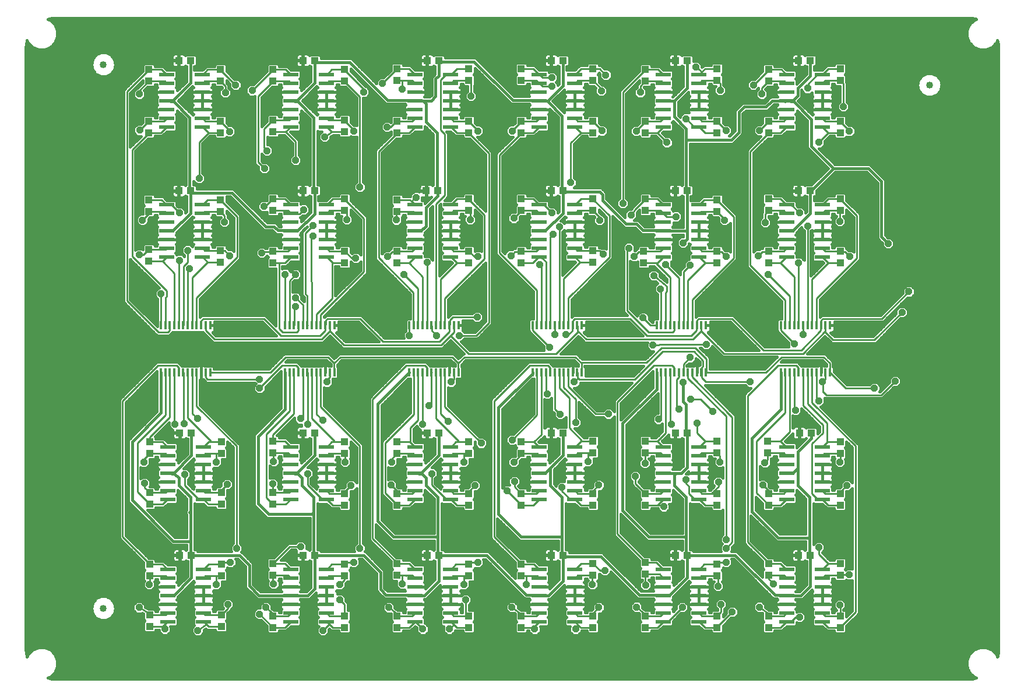
<source format=gbl>
G75*
%MOIN*%
%OFA0B0*%
%FSLAX25Y25*%
%IPPOS*%
%LPD*%
%AMOC8*
5,1,8,0,0,1.08239X$1,22.5*
%
%ADD10R,0.01575X0.04724*%
%ADD11R,0.08661X0.02362*%
%ADD12R,0.04331X0.03937*%
%ADD13C,0.04000*%
%ADD14C,0.01600*%
%ADD15OC8,0.04750*%
%ADD16C,0.01000*%
%ADD17OC8,0.04000*%
D10*
X0151524Y0231398D03*
X0154083Y0231398D03*
X0156643Y0231398D03*
X0159202Y0231398D03*
X0161761Y0231398D03*
X0164320Y0231398D03*
X0166879Y0231398D03*
X0169438Y0231398D03*
X0171997Y0231398D03*
X0174556Y0231398D03*
X0177115Y0231398D03*
X0179674Y0231398D03*
X0179674Y0258328D03*
X0177115Y0258328D03*
X0174556Y0258328D03*
X0171997Y0258328D03*
X0169438Y0258328D03*
X0166879Y0258328D03*
X0164320Y0258328D03*
X0161761Y0258328D03*
X0159202Y0258328D03*
X0156643Y0258328D03*
X0154083Y0258328D03*
X0151524Y0258328D03*
X0222524Y0258328D03*
X0225083Y0258328D03*
X0227643Y0258328D03*
X0230202Y0258328D03*
X0232761Y0258328D03*
X0235320Y0258328D03*
X0237879Y0258328D03*
X0240438Y0258328D03*
X0242997Y0258328D03*
X0245556Y0258328D03*
X0248115Y0258328D03*
X0250674Y0258328D03*
X0250674Y0231398D03*
X0248115Y0231398D03*
X0245556Y0231398D03*
X0242997Y0231398D03*
X0240438Y0231398D03*
X0237879Y0231398D03*
X0235320Y0231398D03*
X0232761Y0231398D03*
X0230202Y0231398D03*
X0227643Y0231398D03*
X0225083Y0231398D03*
X0222524Y0231398D03*
X0293524Y0231398D03*
X0296083Y0231398D03*
X0298643Y0231398D03*
X0301202Y0231398D03*
X0303761Y0231398D03*
X0306320Y0231398D03*
X0308879Y0231398D03*
X0311438Y0231398D03*
X0313997Y0231398D03*
X0316556Y0231398D03*
X0319115Y0231398D03*
X0321674Y0231398D03*
X0321674Y0258328D03*
X0319115Y0258328D03*
X0316556Y0258328D03*
X0313997Y0258328D03*
X0311438Y0258328D03*
X0308879Y0258328D03*
X0306320Y0258328D03*
X0303761Y0258328D03*
X0301202Y0258328D03*
X0298643Y0258328D03*
X0296083Y0258328D03*
X0293524Y0258328D03*
X0364024Y0258328D03*
X0366583Y0258328D03*
X0369143Y0258328D03*
X0371702Y0258328D03*
X0374261Y0258328D03*
X0376820Y0258328D03*
X0379379Y0258328D03*
X0381938Y0258328D03*
X0384497Y0258328D03*
X0387056Y0258328D03*
X0389615Y0258328D03*
X0392174Y0258328D03*
X0392174Y0231398D03*
X0389615Y0231398D03*
X0387056Y0231398D03*
X0384497Y0231398D03*
X0381938Y0231398D03*
X0379379Y0231398D03*
X0376820Y0231398D03*
X0374261Y0231398D03*
X0371702Y0231398D03*
X0369143Y0231398D03*
X0366583Y0231398D03*
X0364024Y0231398D03*
X0435024Y0231398D03*
X0437583Y0231398D03*
X0440143Y0231398D03*
X0442702Y0231398D03*
X0445261Y0231398D03*
X0447820Y0231398D03*
X0450379Y0231398D03*
X0452938Y0231398D03*
X0455497Y0231398D03*
X0458056Y0231398D03*
X0460615Y0231398D03*
X0463174Y0231398D03*
X0463174Y0258328D03*
X0460615Y0258328D03*
X0458056Y0258328D03*
X0455497Y0258328D03*
X0452938Y0258328D03*
X0450379Y0258328D03*
X0447820Y0258328D03*
X0445261Y0258328D03*
X0442702Y0258328D03*
X0440143Y0258328D03*
X0437583Y0258328D03*
X0435024Y0258328D03*
X0506024Y0258328D03*
X0508583Y0258328D03*
X0511143Y0258328D03*
X0513702Y0258328D03*
X0516261Y0258328D03*
X0518820Y0258328D03*
X0521379Y0258328D03*
X0523938Y0258328D03*
X0526497Y0258328D03*
X0529056Y0258328D03*
X0531615Y0258328D03*
X0534174Y0258328D03*
X0534174Y0231398D03*
X0531615Y0231398D03*
X0529056Y0231398D03*
X0526497Y0231398D03*
X0523938Y0231398D03*
X0521379Y0231398D03*
X0518820Y0231398D03*
X0516261Y0231398D03*
X0513702Y0231398D03*
X0511143Y0231398D03*
X0508583Y0231398D03*
X0506024Y0231398D03*
D11*
X0509363Y0188863D03*
X0509363Y0183863D03*
X0509363Y0178863D03*
X0509363Y0173863D03*
X0509363Y0168863D03*
X0509363Y0163863D03*
X0509363Y0158863D03*
X0529835Y0158863D03*
X0529835Y0163863D03*
X0529835Y0168863D03*
X0529835Y0173863D03*
X0529835Y0178863D03*
X0529835Y0183863D03*
X0529835Y0188863D03*
X0459335Y0188863D03*
X0459335Y0183863D03*
X0459335Y0178863D03*
X0459335Y0173863D03*
X0459335Y0168863D03*
X0459335Y0163863D03*
X0459335Y0158863D03*
X0438863Y0158863D03*
X0438863Y0163863D03*
X0438863Y0168863D03*
X0438863Y0173863D03*
X0438863Y0178863D03*
X0438863Y0183863D03*
X0438863Y0188863D03*
X0388335Y0188863D03*
X0388335Y0183863D03*
X0388335Y0178863D03*
X0388335Y0173863D03*
X0388335Y0168863D03*
X0388335Y0163863D03*
X0388335Y0158863D03*
X0367863Y0158863D03*
X0367863Y0163863D03*
X0367863Y0168863D03*
X0367863Y0173863D03*
X0367863Y0178863D03*
X0367863Y0183863D03*
X0367863Y0188863D03*
X0317335Y0188863D03*
X0317335Y0183863D03*
X0317335Y0178863D03*
X0317335Y0173863D03*
X0317335Y0168863D03*
X0317335Y0163863D03*
X0317335Y0158863D03*
X0296863Y0158863D03*
X0296863Y0163863D03*
X0296863Y0168863D03*
X0296863Y0173863D03*
X0296863Y0178863D03*
X0296863Y0183863D03*
X0296863Y0188863D03*
X0246335Y0188863D03*
X0246335Y0183863D03*
X0246335Y0178863D03*
X0246335Y0173863D03*
X0246335Y0168863D03*
X0246335Y0163863D03*
X0246335Y0158863D03*
X0225863Y0158863D03*
X0225863Y0163863D03*
X0225863Y0168863D03*
X0225863Y0173863D03*
X0225863Y0178863D03*
X0225863Y0183863D03*
X0225863Y0188863D03*
X0175835Y0188863D03*
X0175835Y0183863D03*
X0175835Y0178863D03*
X0175835Y0173863D03*
X0175835Y0168863D03*
X0175835Y0163863D03*
X0175835Y0158863D03*
X0155363Y0158863D03*
X0155363Y0163863D03*
X0155363Y0168863D03*
X0155363Y0173863D03*
X0155363Y0178863D03*
X0155363Y0183863D03*
X0155363Y0188863D03*
X0155363Y0118863D03*
X0155363Y0113863D03*
X0155363Y0108863D03*
X0155363Y0103863D03*
X0155363Y0098863D03*
X0155363Y0093863D03*
X0155363Y0088863D03*
X0175835Y0088863D03*
X0175835Y0093863D03*
X0175835Y0098863D03*
X0175835Y0103863D03*
X0175835Y0108863D03*
X0175835Y0113863D03*
X0175835Y0118863D03*
X0225863Y0118863D03*
X0225863Y0113863D03*
X0225863Y0108863D03*
X0225863Y0103863D03*
X0225863Y0098863D03*
X0225863Y0093863D03*
X0225863Y0088863D03*
X0246335Y0088863D03*
X0246335Y0093863D03*
X0246335Y0098863D03*
X0246335Y0103863D03*
X0246335Y0108863D03*
X0246335Y0113863D03*
X0246335Y0118863D03*
X0296863Y0118863D03*
X0296863Y0113863D03*
X0296863Y0108863D03*
X0296863Y0103863D03*
X0296863Y0098863D03*
X0296863Y0093863D03*
X0296863Y0088863D03*
X0317335Y0088863D03*
X0317335Y0093863D03*
X0317335Y0098863D03*
X0317335Y0103863D03*
X0317335Y0108863D03*
X0317335Y0113863D03*
X0317335Y0118863D03*
X0367863Y0118863D03*
X0367863Y0113863D03*
X0367863Y0108863D03*
X0367863Y0103863D03*
X0367863Y0098863D03*
X0367863Y0093863D03*
X0367863Y0088863D03*
X0388335Y0088863D03*
X0388335Y0093863D03*
X0388335Y0098863D03*
X0388335Y0103863D03*
X0388335Y0108863D03*
X0388335Y0113863D03*
X0388335Y0118863D03*
X0438863Y0118863D03*
X0438863Y0113863D03*
X0438863Y0108863D03*
X0438863Y0103863D03*
X0438863Y0098863D03*
X0438863Y0093863D03*
X0438863Y0088863D03*
X0459335Y0088863D03*
X0459335Y0093863D03*
X0459335Y0098863D03*
X0459335Y0103863D03*
X0459335Y0108863D03*
X0459335Y0113863D03*
X0459335Y0118863D03*
X0509363Y0118863D03*
X0509363Y0113863D03*
X0509363Y0108863D03*
X0509363Y0103863D03*
X0509363Y0098863D03*
X0509363Y0093863D03*
X0509363Y0088863D03*
X0529835Y0088863D03*
X0529835Y0093863D03*
X0529835Y0098863D03*
X0529835Y0103863D03*
X0529835Y0108863D03*
X0529835Y0113863D03*
X0529835Y0118863D03*
X0529835Y0297363D03*
X0529835Y0302363D03*
X0529835Y0307363D03*
X0529835Y0312363D03*
X0529835Y0317363D03*
X0529835Y0322363D03*
X0529835Y0327363D03*
X0509363Y0327363D03*
X0509363Y0322363D03*
X0509363Y0317363D03*
X0509363Y0312363D03*
X0509363Y0307363D03*
X0509363Y0302363D03*
X0509363Y0297363D03*
X0459335Y0297363D03*
X0459335Y0302363D03*
X0459335Y0307363D03*
X0459335Y0312363D03*
X0459335Y0317363D03*
X0459335Y0322363D03*
X0459335Y0327363D03*
X0438863Y0327363D03*
X0438863Y0322363D03*
X0438863Y0317363D03*
X0438863Y0312363D03*
X0438863Y0307363D03*
X0438863Y0302363D03*
X0438863Y0297363D03*
X0388335Y0297363D03*
X0388335Y0302363D03*
X0388335Y0307363D03*
X0388335Y0312363D03*
X0388335Y0317363D03*
X0388335Y0322363D03*
X0388335Y0327363D03*
X0367863Y0327363D03*
X0367863Y0322363D03*
X0367863Y0317363D03*
X0367863Y0312363D03*
X0367863Y0307363D03*
X0367863Y0302363D03*
X0367863Y0297363D03*
X0317335Y0297363D03*
X0317335Y0302363D03*
X0317335Y0307363D03*
X0317335Y0312363D03*
X0317335Y0317363D03*
X0317335Y0322363D03*
X0317335Y0327363D03*
X0296863Y0327363D03*
X0296863Y0322363D03*
X0296863Y0317363D03*
X0296863Y0312363D03*
X0296863Y0307363D03*
X0296863Y0302363D03*
X0296863Y0297363D03*
X0246335Y0297363D03*
X0246335Y0302363D03*
X0246335Y0307363D03*
X0246335Y0312363D03*
X0246335Y0317363D03*
X0246335Y0322363D03*
X0246335Y0327363D03*
X0225863Y0327363D03*
X0225863Y0322363D03*
X0225863Y0317363D03*
X0225863Y0312363D03*
X0225863Y0307363D03*
X0225863Y0302363D03*
X0225863Y0297363D03*
X0175335Y0297363D03*
X0175335Y0302363D03*
X0175335Y0307363D03*
X0175335Y0312363D03*
X0175335Y0317363D03*
X0175335Y0322363D03*
X0175335Y0327363D03*
X0154863Y0327363D03*
X0154863Y0322363D03*
X0154863Y0317363D03*
X0154863Y0312363D03*
X0154863Y0307363D03*
X0154863Y0302363D03*
X0154863Y0297363D03*
X0154863Y0371863D03*
X0154863Y0376863D03*
X0154863Y0381863D03*
X0154863Y0386863D03*
X0154863Y0391863D03*
X0154863Y0396863D03*
X0154863Y0401863D03*
X0175335Y0401863D03*
X0175335Y0396863D03*
X0175335Y0391863D03*
X0175335Y0386863D03*
X0175335Y0381863D03*
X0175335Y0376863D03*
X0175335Y0371863D03*
X0225863Y0371863D03*
X0225863Y0376863D03*
X0225863Y0381863D03*
X0225863Y0386863D03*
X0225863Y0391863D03*
X0225863Y0396863D03*
X0225863Y0401863D03*
X0246335Y0401863D03*
X0246335Y0396863D03*
X0246335Y0391863D03*
X0246335Y0386863D03*
X0246335Y0381863D03*
X0246335Y0376863D03*
X0246335Y0371863D03*
X0296863Y0371863D03*
X0296863Y0376863D03*
X0296863Y0381863D03*
X0296863Y0386863D03*
X0296863Y0391863D03*
X0296863Y0396863D03*
X0296863Y0401863D03*
X0317335Y0401863D03*
X0317335Y0396863D03*
X0317335Y0391863D03*
X0317335Y0386863D03*
X0317335Y0381863D03*
X0317335Y0376863D03*
X0317335Y0371863D03*
X0367863Y0371863D03*
X0367863Y0376863D03*
X0367863Y0381863D03*
X0367863Y0386863D03*
X0367863Y0391863D03*
X0367863Y0396863D03*
X0367863Y0401863D03*
X0388335Y0401863D03*
X0388335Y0396863D03*
X0388335Y0391863D03*
X0388335Y0386863D03*
X0388335Y0381863D03*
X0388335Y0376863D03*
X0388335Y0371863D03*
X0438863Y0371863D03*
X0438863Y0376863D03*
X0438863Y0381863D03*
X0438863Y0386863D03*
X0438863Y0391863D03*
X0438863Y0396863D03*
X0438863Y0401863D03*
X0459335Y0401863D03*
X0459335Y0396863D03*
X0459335Y0391863D03*
X0459335Y0386863D03*
X0459335Y0381863D03*
X0459335Y0376863D03*
X0459335Y0371863D03*
X0509363Y0371863D03*
X0509363Y0376863D03*
X0509363Y0381863D03*
X0509363Y0386863D03*
X0509363Y0391863D03*
X0509363Y0396863D03*
X0509363Y0401863D03*
X0529835Y0401863D03*
X0529835Y0396863D03*
X0529835Y0391863D03*
X0529835Y0386863D03*
X0529835Y0381863D03*
X0529835Y0376863D03*
X0529835Y0371863D03*
D12*
X0540099Y0375209D03*
X0540099Y0368517D03*
X0499099Y0368517D03*
X0499099Y0375209D03*
X0499099Y0398017D03*
X0499099Y0404709D03*
X0516253Y0409863D03*
X0522946Y0409863D03*
X0540099Y0405209D03*
X0540099Y0398517D03*
X0469599Y0398517D03*
X0469599Y0405209D03*
X0452446Y0409863D03*
X0445753Y0409863D03*
X0428599Y0404709D03*
X0428599Y0398017D03*
X0398599Y0398517D03*
X0398599Y0405209D03*
X0381446Y0409863D03*
X0374753Y0409863D03*
X0357599Y0405209D03*
X0357599Y0398517D03*
X0327599Y0398517D03*
X0327599Y0405209D03*
X0310446Y0409863D03*
X0303753Y0409863D03*
X0286599Y0405209D03*
X0286599Y0398517D03*
X0256599Y0398017D03*
X0256599Y0404709D03*
X0239446Y0409863D03*
X0232753Y0409863D03*
X0215599Y0404709D03*
X0215599Y0398017D03*
X0185599Y0398017D03*
X0185599Y0404709D03*
X0168446Y0409863D03*
X0161753Y0409863D03*
X0144599Y0404709D03*
X0144599Y0398017D03*
X0144599Y0375209D03*
X0144599Y0368517D03*
X0185599Y0368517D03*
X0185599Y0375209D03*
X0215599Y0375709D03*
X0215599Y0369017D03*
X0256599Y0369017D03*
X0256599Y0375709D03*
X0286599Y0375209D03*
X0286599Y0368517D03*
X0327599Y0368517D03*
X0327599Y0375209D03*
X0357599Y0375209D03*
X0357599Y0368517D03*
X0398599Y0368517D03*
X0398599Y0375209D03*
X0428599Y0375209D03*
X0428599Y0368517D03*
X0469599Y0368517D03*
X0469599Y0375209D03*
X0452446Y0335363D03*
X0445753Y0335363D03*
X0428599Y0330709D03*
X0428599Y0324017D03*
X0398599Y0324017D03*
X0398599Y0330709D03*
X0381446Y0335363D03*
X0374753Y0335363D03*
X0357599Y0330709D03*
X0357599Y0324017D03*
X0327599Y0324017D03*
X0327599Y0330709D03*
X0309946Y0335363D03*
X0303253Y0335363D03*
X0286599Y0330209D03*
X0286599Y0323517D03*
X0256599Y0324017D03*
X0256599Y0330709D03*
X0239446Y0335363D03*
X0232753Y0335363D03*
X0215599Y0330709D03*
X0215599Y0324017D03*
X0185599Y0323517D03*
X0185599Y0330209D03*
X0168446Y0335363D03*
X0161753Y0335363D03*
X0144599Y0330209D03*
X0144599Y0323517D03*
X0144599Y0301709D03*
X0144599Y0295017D03*
X0185599Y0294517D03*
X0185599Y0301209D03*
X0215599Y0300709D03*
X0215599Y0294017D03*
X0256599Y0294017D03*
X0256599Y0300709D03*
X0286599Y0300709D03*
X0286599Y0294017D03*
X0327599Y0294017D03*
X0327599Y0300709D03*
X0357599Y0300709D03*
X0357599Y0294017D03*
X0398599Y0294517D03*
X0398599Y0301209D03*
X0427599Y0300709D03*
X0427599Y0294017D03*
X0469599Y0294017D03*
X0469599Y0300709D03*
X0469599Y0323517D03*
X0469599Y0330209D03*
X0499099Y0330709D03*
X0499099Y0324017D03*
X0516253Y0335363D03*
X0522946Y0335363D03*
X0540099Y0330709D03*
X0540099Y0324017D03*
X0540099Y0300709D03*
X0540099Y0294017D03*
X0499099Y0294017D03*
X0499099Y0300709D03*
X0516753Y0196863D03*
X0523446Y0196863D03*
X0540099Y0191709D03*
X0540099Y0185017D03*
X0540099Y0162209D03*
X0540099Y0155517D03*
X0499099Y0155517D03*
X0499099Y0162209D03*
X0498599Y0185517D03*
X0498599Y0192209D03*
X0469599Y0192209D03*
X0469599Y0185517D03*
X0452446Y0196863D03*
X0445753Y0196863D03*
X0428599Y0192209D03*
X0428599Y0185517D03*
X0398599Y0185517D03*
X0398599Y0192209D03*
X0381446Y0196863D03*
X0374753Y0196863D03*
X0357599Y0191709D03*
X0357599Y0185017D03*
X0327599Y0185017D03*
X0327599Y0191709D03*
X0310446Y0196863D03*
X0303753Y0196863D03*
X0286599Y0191709D03*
X0286599Y0185017D03*
X0256599Y0185017D03*
X0256599Y0191709D03*
X0239446Y0196863D03*
X0232753Y0196863D03*
X0215599Y0192209D03*
X0215599Y0185517D03*
X0186099Y0185017D03*
X0186099Y0191709D03*
X0168946Y0196863D03*
X0162253Y0196863D03*
X0145099Y0191709D03*
X0145099Y0185017D03*
X0145099Y0162709D03*
X0145099Y0156017D03*
X0186099Y0156017D03*
X0186099Y0162709D03*
X0215599Y0162709D03*
X0215599Y0156017D03*
X0256599Y0155517D03*
X0256599Y0162209D03*
X0286599Y0162209D03*
X0286599Y0155517D03*
X0327599Y0155517D03*
X0327599Y0162209D03*
X0357599Y0162209D03*
X0357599Y0155517D03*
X0398599Y0155517D03*
X0398599Y0162209D03*
X0428599Y0162209D03*
X0428599Y0155517D03*
X0469599Y0155517D03*
X0469599Y0162209D03*
X0452446Y0126863D03*
X0445753Y0126863D03*
X0428599Y0122709D03*
X0428599Y0116017D03*
X0398599Y0115517D03*
X0398599Y0122209D03*
X0381446Y0126863D03*
X0374753Y0126863D03*
X0357599Y0121709D03*
X0357599Y0115017D03*
X0327599Y0115017D03*
X0327599Y0121709D03*
X0310446Y0126863D03*
X0303753Y0126863D03*
X0286599Y0122209D03*
X0286599Y0115517D03*
X0256599Y0115017D03*
X0256599Y0121709D03*
X0239446Y0126863D03*
X0232753Y0126863D03*
X0215599Y0122209D03*
X0215599Y0115517D03*
X0186099Y0115017D03*
X0186099Y0121709D03*
X0168946Y0126863D03*
X0162253Y0126863D03*
X0145099Y0121709D03*
X0145099Y0115017D03*
X0145099Y0092709D03*
X0145099Y0086017D03*
X0186099Y0086017D03*
X0186099Y0092709D03*
X0215599Y0092209D03*
X0215599Y0085517D03*
X0256599Y0085517D03*
X0256599Y0092209D03*
X0286599Y0092209D03*
X0286599Y0085517D03*
X0327599Y0085517D03*
X0327599Y0092209D03*
X0357599Y0092209D03*
X0357599Y0085517D03*
X0398599Y0085517D03*
X0398599Y0092209D03*
X0428599Y0092209D03*
X0428599Y0085517D03*
X0469599Y0085517D03*
X0469599Y0092209D03*
X0469599Y0115017D03*
X0469599Y0121709D03*
X0499099Y0122209D03*
X0499099Y0115517D03*
X0516253Y0126863D03*
X0522946Y0126863D03*
X0540099Y0122209D03*
X0540099Y0115517D03*
X0540099Y0092209D03*
X0540099Y0085517D03*
X0499099Y0085517D03*
X0499099Y0092209D03*
D13*
X0118658Y0096548D03*
X0118658Y0407572D03*
X0591099Y0395761D03*
D14*
X0088379Y0057338D02*
X0086883Y0056718D01*
X0089213Y0056186D01*
X0091099Y0056080D01*
X0613776Y0056080D01*
X0615662Y0056186D01*
X0617993Y0056718D01*
X0616496Y0057338D01*
X0613936Y0059898D01*
X0612551Y0063242D01*
X0612551Y0066862D01*
X0613936Y0070206D01*
X0616496Y0072766D01*
X0619840Y0074151D01*
X0623460Y0074151D01*
X0626805Y0072766D01*
X0629364Y0070206D01*
X0629984Y0068710D01*
X0630516Y0071040D01*
X0630622Y0072926D01*
X0630622Y0417335D01*
X0630516Y0419222D01*
X0629984Y0421552D01*
X0629364Y0420055D01*
X0626805Y0417496D01*
X0623460Y0416110D01*
X0619840Y0416110D01*
X0616496Y0417496D01*
X0613936Y0420055D01*
X0612551Y0423399D01*
X0612551Y0427019D01*
X0613936Y0430364D01*
X0616496Y0432923D01*
X0617993Y0433543D01*
X0615663Y0434075D01*
X0613776Y0434181D01*
X0091099Y0434181D01*
X0089213Y0434075D01*
X0086883Y0433543D01*
X0088379Y0432923D01*
X0090939Y0430364D01*
X0092324Y0427019D01*
X0092324Y0423399D01*
X0090939Y0420055D01*
X0088379Y0417496D01*
X0085035Y0416110D01*
X0081415Y0416110D01*
X0078071Y0417496D01*
X0075511Y0420055D01*
X0074891Y0421552D01*
X0074359Y0419222D01*
X0074254Y0417335D01*
X0074254Y0072926D01*
X0074359Y0071040D01*
X0074891Y0068710D01*
X0075511Y0070206D01*
X0078071Y0072766D01*
X0081415Y0074151D01*
X0085035Y0074151D01*
X0088379Y0072766D01*
X0090939Y0070206D01*
X0092324Y0066862D01*
X0092324Y0063242D01*
X0090939Y0059898D01*
X0088379Y0057338D01*
X0088110Y0056438D02*
X0616765Y0056438D01*
X0615798Y0058036D02*
X0089078Y0058036D01*
X0090676Y0059635D02*
X0614199Y0059635D01*
X0613383Y0061234D02*
X0091492Y0061234D01*
X0092155Y0062832D02*
X0612721Y0062832D01*
X0612551Y0064431D02*
X0092324Y0064431D01*
X0092324Y0066029D02*
X0612551Y0066029D01*
X0612868Y0067628D02*
X0092007Y0067628D01*
X0091345Y0069226D02*
X0613530Y0069226D01*
X0614555Y0070825D02*
X0090321Y0070825D01*
X0088722Y0072423D02*
X0616153Y0072423D01*
X0619528Y0074022D02*
X0085348Y0074022D01*
X0081102Y0074022D02*
X0074254Y0074022D01*
X0074254Y0075620D02*
X0630622Y0075620D01*
X0630622Y0074022D02*
X0623773Y0074022D01*
X0627147Y0072423D02*
X0630594Y0072423D01*
X0630467Y0070825D02*
X0628746Y0070825D01*
X0629770Y0069226D02*
X0630102Y0069226D01*
X0630622Y0077219D02*
X0074254Y0077219D01*
X0074254Y0078817D02*
X0630622Y0078817D01*
X0630622Y0080416D02*
X0074254Y0080416D01*
X0074254Y0082014D02*
X0151640Y0082014D01*
X0152391Y0081263D02*
X0155208Y0081263D01*
X0157199Y0083255D01*
X0157199Y0086071D01*
X0156989Y0086282D01*
X0160274Y0086282D01*
X0161094Y0087102D01*
X0161094Y0090624D01*
X0160355Y0091363D01*
X0161094Y0092102D01*
X0161094Y0095624D01*
X0160594Y0096123D01*
X0160799Y0096242D01*
X0161134Y0096577D01*
X0161371Y0096987D01*
X0161494Y0097445D01*
X0161494Y0098863D01*
X0161494Y0100281D01*
X0161371Y0100739D01*
X0161134Y0101149D01*
X0160799Y0101484D01*
X0160594Y0101603D01*
X0161094Y0102102D01*
X0161094Y0103046D01*
X0170127Y0112080D01*
X0170604Y0111603D01*
X0170399Y0111484D01*
X0170064Y0111149D01*
X0169827Y0110739D01*
X0169705Y0110281D01*
X0169705Y0108863D01*
X0169705Y0107445D01*
X0169827Y0106987D01*
X0170064Y0106577D01*
X0170278Y0106363D01*
X0170064Y0106149D01*
X0169827Y0105739D01*
X0169705Y0105281D01*
X0169705Y0103863D01*
X0169705Y0102445D01*
X0169827Y0101987D01*
X0170064Y0101577D01*
X0170278Y0101363D01*
X0170064Y0101149D01*
X0169827Y0100739D01*
X0169705Y0100281D01*
X0169705Y0098863D01*
X0169705Y0097445D01*
X0169827Y0096987D01*
X0170064Y0096577D01*
X0170399Y0096242D01*
X0170604Y0096123D01*
X0170105Y0095624D01*
X0170105Y0092102D01*
X0170844Y0091363D01*
X0170105Y0090624D01*
X0170105Y0087102D01*
X0170577Y0086630D01*
X0169231Y0085284D01*
X0169231Y0082467D01*
X0171222Y0080476D01*
X0174039Y0080476D01*
X0176031Y0082467D01*
X0176031Y0084050D01*
X0177171Y0084905D01*
X0177912Y0084163D01*
X0182534Y0084163D01*
X0182534Y0083468D01*
X0183354Y0082648D01*
X0188844Y0082648D01*
X0189665Y0083468D01*
X0189665Y0088565D01*
X0188866Y0089363D01*
X0189665Y0090161D01*
X0189665Y0093641D01*
X0190686Y0094663D01*
X0191799Y0095776D01*
X0191799Y0095955D01*
X0193299Y0097455D01*
X0193299Y0100271D01*
X0191308Y0102263D01*
X0188491Y0102263D01*
X0186499Y0100271D01*
X0186499Y0097455D01*
X0187302Y0096652D01*
X0186727Y0096078D01*
X0183354Y0096078D01*
X0182534Y0095258D01*
X0182534Y0094663D01*
X0181566Y0094663D01*
X0181566Y0095624D01*
X0181067Y0096123D01*
X0181271Y0096242D01*
X0181606Y0096577D01*
X0181843Y0096987D01*
X0181966Y0097445D01*
X0181966Y0098863D01*
X0181966Y0100281D01*
X0181843Y0100739D01*
X0181606Y0101149D01*
X0181393Y0101363D01*
X0181606Y0101577D01*
X0181843Y0101987D01*
X0181966Y0102445D01*
X0181966Y0103863D01*
X0181966Y0105281D01*
X0181843Y0105739D01*
X0181606Y0106149D01*
X0181393Y0106363D01*
X0181606Y0106577D01*
X0181706Y0106748D01*
X0181791Y0106663D01*
X0184608Y0106663D01*
X0186599Y0108655D01*
X0186599Y0111471D01*
X0186422Y0111648D01*
X0188844Y0111648D01*
X0189665Y0112468D01*
X0189665Y0117565D01*
X0188866Y0118363D01*
X0189665Y0119161D01*
X0189665Y0119689D01*
X0189891Y0119463D01*
X0192708Y0119463D01*
X0194699Y0121455D01*
X0194699Y0124271D01*
X0194308Y0124663D01*
X0195588Y0124663D01*
X0199899Y0120352D01*
X0199899Y0108452D01*
X0205399Y0102952D01*
X0206688Y0101663D01*
X0220571Y0101663D01*
X0220632Y0101603D01*
X0220427Y0101484D01*
X0220092Y0101149D01*
X0219855Y0100739D01*
X0219732Y0100281D01*
X0219732Y0098863D01*
X0225863Y0098863D01*
X0231994Y0098863D01*
X0231994Y0100281D01*
X0231871Y0100739D01*
X0231634Y0101149D01*
X0231299Y0101484D01*
X0231094Y0101603D01*
X0231155Y0101663D01*
X0236510Y0101663D01*
X0237799Y0102952D01*
X0240233Y0105385D01*
X0240205Y0105281D01*
X0240205Y0103863D01*
X0240205Y0102445D01*
X0240327Y0101987D01*
X0240564Y0101577D01*
X0240778Y0101363D01*
X0240564Y0101149D01*
X0240327Y0100739D01*
X0240205Y0100281D01*
X0240205Y0098863D01*
X0240205Y0097445D01*
X0240327Y0096987D01*
X0240564Y0096577D01*
X0240899Y0096242D01*
X0241104Y0096123D01*
X0240605Y0095624D01*
X0240605Y0092102D01*
X0241344Y0091363D01*
X0240605Y0090624D01*
X0240605Y0087102D01*
X0241425Y0086282D01*
X0241716Y0086282D01*
X0240718Y0085284D01*
X0240718Y0082467D01*
X0242710Y0080476D01*
X0245526Y0080476D01*
X0247518Y0082467D01*
X0247518Y0084374D01*
X0247878Y0084697D01*
X0248912Y0083663D01*
X0253034Y0083663D01*
X0253034Y0082968D01*
X0253854Y0082148D01*
X0259344Y0082148D01*
X0260165Y0082968D01*
X0260165Y0088065D01*
X0259366Y0088863D01*
X0260165Y0089661D01*
X0260165Y0094758D01*
X0259344Y0095578D01*
X0258499Y0095578D01*
X0258499Y0099450D01*
X0257299Y0100650D01*
X0257299Y0102771D01*
X0255308Y0104763D01*
X0252491Y0104763D01*
X0252466Y0104738D01*
X0252466Y0105281D01*
X0252343Y0105739D01*
X0252106Y0106149D01*
X0251893Y0106363D01*
X0252106Y0106577D01*
X0252242Y0106812D01*
X0252391Y0106663D01*
X0255208Y0106663D01*
X0257199Y0108655D01*
X0257199Y0110776D01*
X0258071Y0111648D01*
X0259344Y0111648D01*
X0260165Y0112468D01*
X0260165Y0117565D01*
X0259366Y0118363D01*
X0260165Y0119161D01*
X0260165Y0119689D01*
X0260391Y0119463D01*
X0263208Y0119463D01*
X0265199Y0121455D01*
X0265199Y0124271D01*
X0264808Y0124663D01*
X0266588Y0124663D01*
X0274899Y0116352D01*
X0274899Y0106452D01*
X0276188Y0105163D01*
X0279388Y0101963D01*
X0291271Y0101963D01*
X0291632Y0101603D01*
X0291427Y0101484D01*
X0291092Y0101149D01*
X0290855Y0100739D01*
X0290732Y0100281D01*
X0290732Y0098863D01*
X0296863Y0098863D01*
X0302994Y0098863D01*
X0302994Y0100281D01*
X0302871Y0100739D01*
X0302634Y0101149D01*
X0302299Y0101484D01*
X0302094Y0101603D01*
X0302155Y0101663D01*
X0303010Y0101663D01*
X0311205Y0109857D01*
X0311205Y0108863D01*
X0311205Y0107445D01*
X0311327Y0106987D01*
X0311564Y0106577D01*
X0311778Y0106363D01*
X0311564Y0106149D01*
X0311327Y0105739D01*
X0311205Y0105281D01*
X0311205Y0103863D01*
X0311205Y0102445D01*
X0311327Y0101987D01*
X0311564Y0101577D01*
X0311778Y0101363D01*
X0311564Y0101149D01*
X0311327Y0100739D01*
X0311205Y0100281D01*
X0311205Y0098863D01*
X0311205Y0097445D01*
X0311327Y0096987D01*
X0311564Y0096577D01*
X0311899Y0096242D01*
X0312104Y0096123D01*
X0311605Y0095624D01*
X0311605Y0092102D01*
X0312344Y0091363D01*
X0311605Y0090624D01*
X0311605Y0087102D01*
X0312425Y0086282D01*
X0313310Y0086282D01*
X0313099Y0086071D01*
X0313099Y0083255D01*
X0315091Y0081263D01*
X0317908Y0081263D01*
X0319899Y0083255D01*
X0319899Y0083676D01*
X0319912Y0083663D01*
X0324034Y0083663D01*
X0324034Y0082968D01*
X0324854Y0082148D01*
X0330344Y0082148D01*
X0331165Y0082968D01*
X0331165Y0088065D01*
X0330366Y0088863D01*
X0331165Y0089661D01*
X0331165Y0094758D01*
X0330344Y0095578D01*
X0327799Y0095578D01*
X0327799Y0098455D01*
X0329299Y0099955D01*
X0329299Y0102771D01*
X0327308Y0104763D01*
X0324491Y0104763D01*
X0323466Y0103738D01*
X0323466Y0103863D01*
X0323466Y0105281D01*
X0323343Y0105739D01*
X0323106Y0106149D01*
X0322893Y0106363D01*
X0323106Y0106577D01*
X0323242Y0106812D01*
X0323391Y0106663D01*
X0326208Y0106663D01*
X0328199Y0108655D01*
X0328199Y0111471D01*
X0328022Y0111648D01*
X0330344Y0111648D01*
X0331165Y0112468D01*
X0331165Y0117565D01*
X0330366Y0118363D01*
X0331165Y0119161D01*
X0331165Y0119589D01*
X0331391Y0119363D01*
X0334208Y0119363D01*
X0336199Y0121355D01*
X0336199Y0124171D01*
X0335808Y0124563D01*
X0337088Y0124563D01*
X0358399Y0103252D01*
X0359688Y0101963D01*
X0362271Y0101963D01*
X0362632Y0101603D01*
X0362427Y0101484D01*
X0362092Y0101149D01*
X0361855Y0100739D01*
X0361732Y0100281D01*
X0361732Y0098863D01*
X0367863Y0098863D01*
X0373994Y0098863D01*
X0373994Y0100281D01*
X0373871Y0100739D01*
X0373634Y0101149D01*
X0373299Y0101484D01*
X0373094Y0101603D01*
X0373155Y0101663D01*
X0374010Y0101663D01*
X0382205Y0109857D01*
X0382205Y0108863D01*
X0382205Y0107445D01*
X0382327Y0106987D01*
X0382564Y0106577D01*
X0382778Y0106363D01*
X0382564Y0106149D01*
X0382327Y0105739D01*
X0382205Y0105281D01*
X0382205Y0103863D01*
X0382205Y0102445D01*
X0382327Y0101987D01*
X0382564Y0101577D01*
X0382778Y0101363D01*
X0382564Y0101149D01*
X0382327Y0100739D01*
X0382205Y0100281D01*
X0382205Y0098863D01*
X0382205Y0097445D01*
X0382327Y0096987D01*
X0382564Y0096577D01*
X0382899Y0096242D01*
X0383104Y0096123D01*
X0382605Y0095624D01*
X0382605Y0092102D01*
X0383344Y0091363D01*
X0382605Y0090624D01*
X0382605Y0087102D01*
X0383425Y0086282D01*
X0385510Y0086282D01*
X0385299Y0086071D01*
X0385299Y0083255D01*
X0387291Y0081263D01*
X0390108Y0081263D01*
X0392099Y0083255D01*
X0392099Y0083663D01*
X0395034Y0083663D01*
X0395034Y0082968D01*
X0395854Y0082148D01*
X0401344Y0082148D01*
X0402165Y0082968D01*
X0402165Y0088065D01*
X0401366Y0088863D01*
X0402165Y0089661D01*
X0402165Y0093563D01*
X0403408Y0093563D01*
X0405399Y0095555D01*
X0405399Y0098371D01*
X0403408Y0100363D01*
X0400591Y0100363D01*
X0398599Y0098371D01*
X0398599Y0096250D01*
X0397927Y0095578D01*
X0395854Y0095578D01*
X0395034Y0094758D01*
X0395034Y0094163D01*
X0394066Y0094163D01*
X0394066Y0095624D01*
X0393567Y0096123D01*
X0393771Y0096242D01*
X0394106Y0096577D01*
X0394343Y0096987D01*
X0394466Y0097445D01*
X0394466Y0098863D01*
X0394466Y0100281D01*
X0394343Y0100739D01*
X0394106Y0101149D01*
X0393893Y0101363D01*
X0394106Y0101577D01*
X0394343Y0101987D01*
X0394466Y0102445D01*
X0394466Y0103863D01*
X0394466Y0105281D01*
X0394343Y0105739D01*
X0394106Y0106149D01*
X0393893Y0106363D01*
X0394106Y0106577D01*
X0394343Y0106987D01*
X0394466Y0107445D01*
X0394466Y0108863D01*
X0394466Y0110281D01*
X0394343Y0110739D01*
X0394106Y0111149D01*
X0393771Y0111484D01*
X0393567Y0111603D01*
X0394066Y0112102D01*
X0394066Y0113563D01*
X0395034Y0113563D01*
X0395034Y0112968D01*
X0395715Y0112287D01*
X0394899Y0111471D01*
X0394899Y0108655D01*
X0396891Y0106663D01*
X0399708Y0106663D01*
X0401699Y0108655D01*
X0401699Y0111471D01*
X0401022Y0112148D01*
X0401344Y0112148D01*
X0402165Y0112968D01*
X0402165Y0116263D01*
X0402591Y0116263D01*
X0404091Y0114763D01*
X0406908Y0114763D01*
X0408899Y0116755D01*
X0408899Y0117352D01*
X0424288Y0101963D01*
X0433271Y0101963D01*
X0433632Y0101603D01*
X0433427Y0101484D01*
X0433092Y0101149D01*
X0432855Y0100739D01*
X0432732Y0100281D01*
X0432732Y0098863D01*
X0438863Y0098863D01*
X0444994Y0098863D01*
X0444994Y0100281D01*
X0444871Y0100739D01*
X0444634Y0101149D01*
X0444299Y0101484D01*
X0444094Y0101603D01*
X0444594Y0102102D01*
X0444594Y0103046D01*
X0453627Y0112080D01*
X0454104Y0111603D01*
X0453899Y0111484D01*
X0453564Y0111149D01*
X0453327Y0110739D01*
X0453205Y0110281D01*
X0453205Y0108863D01*
X0459335Y0108863D01*
X0459335Y0108863D01*
X0453205Y0108863D01*
X0453205Y0107445D01*
X0453327Y0106987D01*
X0453564Y0106577D01*
X0453778Y0106363D01*
X0453564Y0106149D01*
X0453327Y0105739D01*
X0453205Y0105281D01*
X0453205Y0103863D01*
X0459335Y0103863D01*
X0459335Y0103863D01*
X0453205Y0103863D01*
X0453205Y0102445D01*
X0453327Y0101987D01*
X0453564Y0101577D01*
X0453778Y0101363D01*
X0453564Y0101149D01*
X0453327Y0100739D01*
X0453205Y0100281D01*
X0453205Y0098863D01*
X0459335Y0098863D01*
X0459335Y0098863D01*
X0453205Y0098863D01*
X0453205Y0097445D01*
X0453327Y0096987D01*
X0453564Y0096577D01*
X0453899Y0096242D01*
X0454104Y0096123D01*
X0453605Y0095624D01*
X0453605Y0092102D01*
X0454344Y0091363D01*
X0453605Y0090624D01*
X0453605Y0087102D01*
X0454425Y0086282D01*
X0459293Y0086282D01*
X0461912Y0083663D01*
X0466034Y0083663D01*
X0466034Y0082968D01*
X0466854Y0082148D01*
X0472344Y0082148D01*
X0473165Y0082968D01*
X0473165Y0086541D01*
X0477586Y0090963D01*
X0479708Y0090963D01*
X0481699Y0092955D01*
X0481699Y0095771D01*
X0479708Y0097763D01*
X0476891Y0097763D01*
X0474899Y0095771D01*
X0474899Y0093650D01*
X0473165Y0091915D01*
X0473165Y0093141D01*
X0473799Y0093776D01*
X0473799Y0095955D01*
X0475299Y0097455D01*
X0475299Y0100271D01*
X0473308Y0102263D01*
X0470491Y0102263D01*
X0468499Y0100271D01*
X0468499Y0097455D01*
X0469999Y0095955D01*
X0469999Y0095578D01*
X0466854Y0095578D01*
X0466034Y0094758D01*
X0466034Y0094163D01*
X0465066Y0094163D01*
X0465066Y0095624D01*
X0464567Y0096123D01*
X0464771Y0096242D01*
X0465106Y0096577D01*
X0465343Y0096987D01*
X0465466Y0097445D01*
X0465466Y0098863D01*
X0465466Y0100281D01*
X0465343Y0100739D01*
X0465106Y0101149D01*
X0464893Y0101363D01*
X0465106Y0101577D01*
X0465343Y0101987D01*
X0465466Y0102445D01*
X0465466Y0103863D01*
X0465466Y0105281D01*
X0465343Y0105739D01*
X0465106Y0106149D01*
X0464893Y0106363D01*
X0465106Y0106577D01*
X0465343Y0106987D01*
X0465466Y0107445D01*
X0465466Y0108863D01*
X0465466Y0110281D01*
X0465343Y0110739D01*
X0465106Y0111149D01*
X0464771Y0111484D01*
X0464567Y0111603D01*
X0465066Y0112102D01*
X0465066Y0113063D01*
X0466034Y0113063D01*
X0466034Y0112468D01*
X0466854Y0111648D01*
X0467976Y0111648D01*
X0466799Y0110471D01*
X0466799Y0107655D01*
X0468791Y0105663D01*
X0471608Y0105663D01*
X0473599Y0107655D01*
X0473599Y0110471D01*
X0472383Y0111687D01*
X0473165Y0112468D01*
X0473165Y0117565D01*
X0472366Y0118363D01*
X0473165Y0119161D01*
X0473165Y0119689D01*
X0473391Y0119463D01*
X0476208Y0119463D01*
X0478199Y0121455D01*
X0478199Y0124271D01*
X0477808Y0124663D01*
X0479088Y0124663D01*
X0500499Y0103252D01*
X0501788Y0101963D01*
X0503771Y0101963D01*
X0504132Y0101603D01*
X0503927Y0101484D01*
X0503592Y0101149D01*
X0503355Y0100739D01*
X0503232Y0100281D01*
X0503232Y0098863D01*
X0509363Y0098863D01*
X0515494Y0098863D01*
X0515494Y0100281D01*
X0515371Y0100739D01*
X0515134Y0101149D01*
X0514799Y0101484D01*
X0514594Y0101603D01*
X0514655Y0101663D01*
X0518510Y0101663D01*
X0519799Y0102952D01*
X0523810Y0106963D01*
X0523810Y0106963D01*
X0523830Y0106983D01*
X0524064Y0106577D01*
X0524278Y0106363D01*
X0524064Y0106149D01*
X0523827Y0105739D01*
X0523705Y0105281D01*
X0523705Y0103863D01*
X0529835Y0103863D01*
X0529835Y0103863D01*
X0523705Y0103863D01*
X0523705Y0102445D01*
X0523827Y0101987D01*
X0524064Y0101577D01*
X0524278Y0101363D01*
X0524064Y0101149D01*
X0523827Y0100739D01*
X0523705Y0100281D01*
X0523705Y0098863D01*
X0529835Y0098863D01*
X0529835Y0098863D01*
X0523705Y0098863D01*
X0523705Y0097445D01*
X0523827Y0096987D01*
X0524064Y0096577D01*
X0524399Y0096242D01*
X0524604Y0096123D01*
X0524105Y0095624D01*
X0524105Y0092102D01*
X0524844Y0091363D01*
X0524105Y0090624D01*
X0524105Y0087102D01*
X0524925Y0086282D01*
X0529793Y0086282D01*
X0532412Y0083663D01*
X0536534Y0083663D01*
X0536534Y0082968D01*
X0537354Y0082148D01*
X0542844Y0082148D01*
X0543665Y0082968D01*
X0543665Y0086541D01*
X0550699Y0093576D01*
X0550699Y0190150D01*
X0549586Y0191263D01*
X0528986Y0211863D01*
X0529308Y0211863D01*
X0531299Y0213855D01*
X0531299Y0216671D01*
X0531275Y0216695D01*
X0564327Y0216695D01*
X0570701Y0223069D01*
X0572822Y0223069D01*
X0574814Y0225061D01*
X0574814Y0227878D01*
X0572822Y0229869D01*
X0570006Y0229869D01*
X0568014Y0227878D01*
X0568014Y0225756D01*
X0562753Y0220495D01*
X0562374Y0220495D01*
X0563003Y0221124D01*
X0563003Y0223941D01*
X0561011Y0225932D01*
X0558195Y0225932D01*
X0556695Y0224432D01*
X0543827Y0224432D01*
X0536361Y0231898D01*
X0536361Y0234341D01*
X0535999Y0234703D01*
X0535999Y0237550D01*
X0534886Y0238663D01*
X0531386Y0242163D01*
X0521286Y0242163D01*
X0531254Y0252131D01*
X0534081Y0249304D01*
X0535194Y0248191D01*
X0560390Y0248191D01*
X0574638Y0262439D01*
X0576759Y0262439D01*
X0578751Y0264431D01*
X0578751Y0267248D01*
X0576759Y0269239D01*
X0573943Y0269239D01*
X0571951Y0267248D01*
X0571951Y0265126D01*
X0558816Y0251991D01*
X0536768Y0251991D01*
X0534594Y0254165D01*
X0535198Y0254165D01*
X0535656Y0254288D01*
X0536067Y0254525D01*
X0536402Y0254860D01*
X0536639Y0255271D01*
X0536761Y0255728D01*
X0536761Y0258327D01*
X0534174Y0258327D01*
X0534174Y0258328D01*
X0536761Y0258328D01*
X0536761Y0260363D01*
X0564688Y0260363D01*
X0578575Y0274250D01*
X0580697Y0274250D01*
X0582688Y0276242D01*
X0582688Y0279059D01*
X0580697Y0281050D01*
X0577880Y0281050D01*
X0575888Y0279059D01*
X0575888Y0276937D01*
X0563114Y0264163D01*
X0529412Y0264163D01*
X0528512Y0263263D01*
X0528399Y0263150D01*
X0528399Y0272976D01*
X0550386Y0294963D01*
X0551499Y0296076D01*
X0551499Y0321850D01*
X0550386Y0322963D01*
X0543665Y0329685D01*
X0543665Y0333258D01*
X0542844Y0334078D01*
X0537354Y0334078D01*
X0536534Y0333258D01*
X0536534Y0332563D01*
X0532412Y0332563D01*
X0529793Y0329944D01*
X0525099Y0329944D01*
X0525099Y0331994D01*
X0525691Y0331994D01*
X0526511Y0332815D01*
X0526511Y0335364D01*
X0537125Y0345978D01*
X0555093Y0345978D01*
X0561340Y0339731D01*
X0561340Y0308235D01*
X0563309Y0306267D01*
X0564077Y0305498D01*
X0564077Y0303801D01*
X0566069Y0301809D01*
X0568885Y0301809D01*
X0570877Y0303801D01*
X0570877Y0306618D01*
X0568885Y0308609D01*
X0567188Y0308609D01*
X0566420Y0309378D01*
X0565740Y0310058D01*
X0565740Y0341554D01*
X0564451Y0342843D01*
X0556916Y0350378D01*
X0537125Y0350378D01*
X0527940Y0359563D01*
X0529108Y0359563D01*
X0531099Y0361555D01*
X0531099Y0363676D01*
X0533795Y0366372D01*
X0533947Y0366393D01*
X0534149Y0366663D01*
X0536534Y0366663D01*
X0536534Y0365968D01*
X0537354Y0365148D01*
X0542844Y0365148D01*
X0543665Y0365968D01*
X0543665Y0366189D01*
X0543891Y0365963D01*
X0546708Y0365963D01*
X0548699Y0367955D01*
X0548699Y0370771D01*
X0546708Y0372763D01*
X0544986Y0372763D01*
X0543665Y0374085D01*
X0543665Y0377758D01*
X0542844Y0378578D01*
X0537354Y0378578D01*
X0536534Y0377758D01*
X0536534Y0377163D01*
X0535566Y0377163D01*
X0535566Y0378624D01*
X0535067Y0379123D01*
X0535271Y0379242D01*
X0535606Y0379577D01*
X0535843Y0379987D01*
X0535966Y0380445D01*
X0535966Y0381863D01*
X0535966Y0383281D01*
X0535843Y0383739D01*
X0535606Y0384149D01*
X0535393Y0384363D01*
X0535606Y0384577D01*
X0535843Y0384987D01*
X0535966Y0385445D01*
X0535966Y0386863D01*
X0535966Y0388281D01*
X0535843Y0388739D01*
X0535606Y0389149D01*
X0535393Y0389363D01*
X0535606Y0389577D01*
X0535843Y0389987D01*
X0535966Y0390445D01*
X0535966Y0391863D01*
X0535966Y0393281D01*
X0535843Y0393739D01*
X0535606Y0394149D01*
X0535271Y0394484D01*
X0535067Y0394603D01*
X0535566Y0395102D01*
X0535566Y0396563D01*
X0536534Y0396563D01*
X0536534Y0395968D01*
X0537354Y0395148D01*
X0539999Y0395148D01*
X0539999Y0386271D01*
X0538499Y0384771D01*
X0538499Y0381955D01*
X0540491Y0379963D01*
X0543308Y0379963D01*
X0545299Y0381955D01*
X0545299Y0384771D01*
X0543799Y0386271D01*
X0543799Y0397450D01*
X0543665Y0397585D01*
X0543665Y0401065D01*
X0542866Y0401863D01*
X0543665Y0402661D01*
X0543665Y0407758D01*
X0542844Y0408578D01*
X0537354Y0408578D01*
X0536534Y0407758D01*
X0536534Y0407063D01*
X0532412Y0407063D01*
X0529793Y0404444D01*
X0525099Y0404444D01*
X0525099Y0406494D01*
X0525691Y0406494D01*
X0526511Y0407315D01*
X0526511Y0412411D01*
X0525691Y0413231D01*
X0520200Y0413231D01*
X0519876Y0412907D01*
X0519858Y0412937D01*
X0519523Y0413272D01*
X0519113Y0413509D01*
X0518655Y0413631D01*
X0516437Y0413631D01*
X0516437Y0410047D01*
X0516068Y0410047D01*
X0516068Y0409679D01*
X0512287Y0409679D01*
X0512287Y0407658D01*
X0512410Y0407200D01*
X0512647Y0406789D01*
X0512982Y0406454D01*
X0513393Y0406217D01*
X0513850Y0406094D01*
X0516068Y0406094D01*
X0516068Y0409679D01*
X0516437Y0409679D01*
X0516437Y0406094D01*
X0518655Y0406094D01*
X0519113Y0406217D01*
X0519523Y0406454D01*
X0519858Y0406789D01*
X0519876Y0406819D01*
X0520200Y0406494D01*
X0520699Y0406494D01*
X0520699Y0402074D01*
X0515094Y0396469D01*
X0515094Y0398624D01*
X0514355Y0399363D01*
X0515094Y0400102D01*
X0515094Y0403624D01*
X0514274Y0404444D01*
X0509405Y0404444D01*
X0507286Y0406563D01*
X0502665Y0406563D01*
X0502665Y0407258D01*
X0501844Y0408078D01*
X0496354Y0408078D01*
X0495534Y0407258D01*
X0495534Y0403685D01*
X0491112Y0399263D01*
X0488991Y0399263D01*
X0486999Y0397271D01*
X0486999Y0394455D01*
X0488991Y0392463D01*
X0491808Y0392463D01*
X0493299Y0393955D01*
X0493299Y0393571D01*
X0491799Y0392071D01*
X0491799Y0389255D01*
X0493791Y0387263D01*
X0496608Y0387263D01*
X0498599Y0389255D01*
X0498599Y0392071D01*
X0497247Y0393424D01*
X0498471Y0394648D01*
X0501844Y0394648D01*
X0502665Y0395468D01*
X0502665Y0396063D01*
X0503632Y0396063D01*
X0503632Y0395102D01*
X0504132Y0394603D01*
X0503927Y0394484D01*
X0503592Y0394149D01*
X0503355Y0393739D01*
X0503232Y0393281D01*
X0503232Y0391863D01*
X0509363Y0391863D01*
X0509363Y0391863D01*
X0503232Y0391863D01*
X0503232Y0390445D01*
X0503355Y0389987D01*
X0503592Y0389577D01*
X0503927Y0389242D01*
X0504132Y0389123D01*
X0504071Y0389063D01*
X0500188Y0389063D01*
X0496688Y0385563D01*
X0484188Y0385563D01*
X0479899Y0381274D01*
X0479899Y0369774D01*
X0476788Y0366663D01*
X0476408Y0366663D01*
X0478199Y0368455D01*
X0478199Y0371271D01*
X0476208Y0373263D01*
X0474086Y0373263D01*
X0473165Y0374185D01*
X0473165Y0377758D01*
X0472344Y0378578D01*
X0466854Y0378578D01*
X0466034Y0377758D01*
X0466034Y0377163D01*
X0465066Y0377163D01*
X0465066Y0378624D01*
X0464567Y0379123D01*
X0464771Y0379242D01*
X0465106Y0379577D01*
X0465343Y0379987D01*
X0465466Y0380445D01*
X0465466Y0381863D01*
X0465466Y0383281D01*
X0465343Y0383739D01*
X0465106Y0384149D01*
X0464893Y0384363D01*
X0465106Y0384577D01*
X0465343Y0384987D01*
X0465466Y0385445D01*
X0465466Y0386863D01*
X0465466Y0388281D01*
X0465343Y0388739D01*
X0465106Y0389149D01*
X0464893Y0389363D01*
X0465106Y0389577D01*
X0465343Y0389987D01*
X0465466Y0390445D01*
X0465466Y0391863D01*
X0465466Y0393281D01*
X0465343Y0393739D01*
X0465106Y0394149D01*
X0464771Y0394484D01*
X0464567Y0394603D01*
X0465066Y0395102D01*
X0465066Y0396563D01*
X0466034Y0396563D01*
X0466034Y0395968D01*
X0466854Y0395148D01*
X0468876Y0395148D01*
X0467999Y0394271D01*
X0467999Y0391455D01*
X0469991Y0389463D01*
X0472808Y0389463D01*
X0474799Y0391455D01*
X0474799Y0394271D01*
X0473299Y0395771D01*
X0473299Y0397504D01*
X0473165Y0397638D01*
X0473165Y0401065D01*
X0472366Y0401863D01*
X0473165Y0402661D01*
X0473165Y0407758D01*
X0472344Y0408578D01*
X0466854Y0408578D01*
X0466034Y0407758D01*
X0466034Y0407063D01*
X0461912Y0407063D01*
X0460899Y0406050D01*
X0460899Y0407384D01*
X0458908Y0409376D01*
X0456091Y0409376D01*
X0456011Y0409296D01*
X0456011Y0412411D01*
X0455191Y0413231D01*
X0449700Y0413231D01*
X0449376Y0412907D01*
X0449358Y0412937D01*
X0449023Y0413272D01*
X0448613Y0413509D01*
X0448155Y0413631D01*
X0445937Y0413631D01*
X0445937Y0410047D01*
X0445568Y0410047D01*
X0445568Y0409679D01*
X0441787Y0409679D01*
X0441787Y0407658D01*
X0441910Y0407200D01*
X0442147Y0406789D01*
X0442482Y0406454D01*
X0442893Y0406217D01*
X0443350Y0406094D01*
X0445568Y0406094D01*
X0445568Y0409679D01*
X0445937Y0409679D01*
X0445937Y0406094D01*
X0448155Y0406094D01*
X0448613Y0406217D01*
X0449023Y0406454D01*
X0449358Y0406789D01*
X0449376Y0406819D01*
X0449700Y0406494D01*
X0450199Y0406494D01*
X0450199Y0394974D01*
X0444288Y0389063D01*
X0444155Y0389063D01*
X0444094Y0389123D01*
X0444299Y0389242D01*
X0444634Y0389577D01*
X0444871Y0389987D01*
X0444994Y0390445D01*
X0444994Y0391863D01*
X0444994Y0393281D01*
X0444871Y0393739D01*
X0444634Y0394149D01*
X0444299Y0394484D01*
X0444094Y0394603D01*
X0444594Y0395102D01*
X0444594Y0398624D01*
X0443855Y0399363D01*
X0444594Y0400102D01*
X0444594Y0403624D01*
X0443774Y0404444D01*
X0438905Y0404444D01*
X0436786Y0406563D01*
X0432165Y0406563D01*
X0432165Y0407258D01*
X0431344Y0408078D01*
X0425854Y0408078D01*
X0425034Y0407258D01*
X0425034Y0403685D01*
X0413799Y0392450D01*
X0413799Y0330971D01*
X0412299Y0329471D01*
X0412299Y0326655D01*
X0414291Y0324663D01*
X0417108Y0324663D01*
X0419099Y0326655D01*
X0419099Y0329471D01*
X0417599Y0330971D01*
X0417599Y0390876D01*
X0425034Y0398311D01*
X0425034Y0397138D01*
X0423799Y0395904D01*
X0423799Y0394571D01*
X0422299Y0393071D01*
X0422299Y0390255D01*
X0424291Y0388263D01*
X0427108Y0388263D01*
X0429099Y0390255D01*
X0429099Y0393071D01*
X0427720Y0394450D01*
X0427918Y0394648D01*
X0431344Y0394648D01*
X0432165Y0395468D01*
X0432165Y0396063D01*
X0433132Y0396063D01*
X0433132Y0395102D01*
X0433632Y0394603D01*
X0433427Y0394484D01*
X0433092Y0394149D01*
X0432855Y0393739D01*
X0432732Y0393281D01*
X0432732Y0391863D01*
X0438863Y0391863D01*
X0444994Y0391863D01*
X0438863Y0391863D01*
X0438863Y0391863D01*
X0438863Y0391863D01*
X0432732Y0391863D01*
X0432732Y0390445D01*
X0432855Y0389987D01*
X0433092Y0389577D01*
X0433427Y0389242D01*
X0433632Y0389123D01*
X0433132Y0388624D01*
X0433132Y0385102D01*
X0433632Y0384603D01*
X0433427Y0384484D01*
X0433092Y0384149D01*
X0432855Y0383739D01*
X0432732Y0383281D01*
X0432732Y0381863D01*
X0438863Y0381863D01*
X0438863Y0381863D01*
X0432732Y0381863D01*
X0432732Y0380445D01*
X0432855Y0379987D01*
X0433092Y0379577D01*
X0433427Y0379242D01*
X0433632Y0379123D01*
X0433132Y0378624D01*
X0433132Y0377163D01*
X0432165Y0377163D01*
X0432165Y0377758D01*
X0431344Y0378578D01*
X0425854Y0378578D01*
X0425034Y0377758D01*
X0425034Y0374085D01*
X0423812Y0372863D01*
X0421991Y0372863D01*
X0419999Y0370871D01*
X0419999Y0368055D01*
X0421991Y0366063D01*
X0424808Y0366063D01*
X0425034Y0366289D01*
X0425034Y0365968D01*
X0425854Y0365148D01*
X0431344Y0365148D01*
X0432165Y0365968D01*
X0432165Y0366663D01*
X0434549Y0366663D01*
X0434751Y0366393D01*
X0434904Y0366372D01*
X0437599Y0363676D01*
X0437599Y0361555D01*
X0439591Y0359563D01*
X0442408Y0359563D01*
X0444399Y0361555D01*
X0444399Y0364371D01*
X0442408Y0366363D01*
X0440286Y0366363D01*
X0438136Y0368513D01*
X0438905Y0369282D01*
X0443774Y0369282D01*
X0444594Y0370102D01*
X0444594Y0373624D01*
X0443855Y0374363D01*
X0444594Y0375102D01*
X0444594Y0375157D01*
X0449799Y0369952D01*
X0449799Y0338731D01*
X0449700Y0338731D01*
X0449376Y0338407D01*
X0449358Y0338437D01*
X0449023Y0338772D01*
X0448613Y0339009D01*
X0448155Y0339131D01*
X0445937Y0339131D01*
X0445937Y0335547D01*
X0445568Y0335547D01*
X0445568Y0335179D01*
X0441787Y0335179D01*
X0441787Y0333158D01*
X0441910Y0332700D01*
X0442147Y0332289D01*
X0442482Y0331954D01*
X0442893Y0331717D01*
X0443350Y0331594D01*
X0445568Y0331594D01*
X0445568Y0335179D01*
X0445937Y0335179D01*
X0445937Y0331594D01*
X0448155Y0331594D01*
X0448613Y0331717D01*
X0449023Y0331954D01*
X0449358Y0332289D01*
X0449376Y0332319D01*
X0449700Y0331994D01*
X0450199Y0331994D01*
X0450199Y0314563D01*
X0444155Y0314563D01*
X0444094Y0314623D01*
X0444299Y0314742D01*
X0444634Y0315077D01*
X0444871Y0315487D01*
X0444994Y0315945D01*
X0444994Y0317163D01*
X0447608Y0317163D01*
X0449599Y0319155D01*
X0449599Y0321971D01*
X0447608Y0323963D01*
X0444791Y0323963D01*
X0444594Y0323766D01*
X0444594Y0324124D01*
X0443855Y0324863D01*
X0444594Y0325602D01*
X0444594Y0329124D01*
X0443774Y0329944D01*
X0438905Y0329944D01*
X0436286Y0332563D01*
X0432165Y0332563D01*
X0432165Y0333258D01*
X0431344Y0334078D01*
X0425854Y0334078D01*
X0425034Y0333258D01*
X0425034Y0329685D01*
X0421790Y0326440D01*
X0421619Y0326413D01*
X0421248Y0325898D01*
X0420799Y0325450D01*
X0420799Y0325277D01*
X0420447Y0324788D01*
X0418929Y0324788D01*
X0416937Y0322797D01*
X0416937Y0320136D01*
X0406299Y0330774D01*
X0406299Y0334174D01*
X0404799Y0335674D01*
X0404799Y0335674D01*
X0403510Y0336963D01*
X0387808Y0336963D01*
X0389399Y0338555D01*
X0389399Y0341371D01*
X0387899Y0342871D01*
X0387899Y0361976D01*
X0392295Y0366372D01*
X0392447Y0366393D01*
X0392649Y0366663D01*
X0395034Y0366663D01*
X0395034Y0365968D01*
X0395854Y0365148D01*
X0401344Y0365148D01*
X0402165Y0365968D01*
X0402165Y0366489D01*
X0402391Y0366263D01*
X0405208Y0366263D01*
X0407199Y0368255D01*
X0407199Y0371071D01*
X0405208Y0373063D01*
X0403086Y0373063D01*
X0402165Y0373985D01*
X0402165Y0377758D01*
X0401344Y0378578D01*
X0395854Y0378578D01*
X0395034Y0377758D01*
X0395034Y0377163D01*
X0394066Y0377163D01*
X0394066Y0378624D01*
X0393567Y0379123D01*
X0393771Y0379242D01*
X0394106Y0379577D01*
X0394343Y0379987D01*
X0394466Y0380445D01*
X0394466Y0381863D01*
X0394466Y0383281D01*
X0394343Y0383739D01*
X0394106Y0384149D01*
X0393893Y0384363D01*
X0394106Y0384577D01*
X0394343Y0384987D01*
X0394466Y0385445D01*
X0394466Y0386863D01*
X0394466Y0388281D01*
X0394343Y0388739D01*
X0394106Y0389149D01*
X0393893Y0389363D01*
X0394106Y0389577D01*
X0394343Y0389987D01*
X0394466Y0390445D01*
X0394466Y0391863D01*
X0394466Y0393281D01*
X0394343Y0393739D01*
X0394106Y0394149D01*
X0393771Y0394484D01*
X0393567Y0394603D01*
X0394066Y0395102D01*
X0394066Y0396563D01*
X0395034Y0396563D01*
X0395034Y0395968D01*
X0395854Y0395148D01*
X0399227Y0395148D01*
X0400302Y0394074D01*
X0399999Y0393771D01*
X0399999Y0390955D01*
X0401991Y0388963D01*
X0404808Y0388963D01*
X0406799Y0390955D01*
X0406799Y0393771D01*
X0404808Y0395763D01*
X0403986Y0395763D01*
X0402165Y0397585D01*
X0402165Y0401065D01*
X0401366Y0401863D01*
X0402165Y0402661D01*
X0402165Y0402711D01*
X0402599Y0402276D01*
X0402599Y0400155D01*
X0404591Y0398163D01*
X0407408Y0398163D01*
X0409399Y0400155D01*
X0409399Y0402971D01*
X0407408Y0404963D01*
X0405286Y0404963D01*
X0403140Y0407109D01*
X0402165Y0407109D01*
X0402165Y0407758D01*
X0401344Y0408578D01*
X0395854Y0408578D01*
X0395034Y0407758D01*
X0395034Y0407063D01*
X0390912Y0407063D01*
X0388293Y0404444D01*
X0383599Y0404444D01*
X0383599Y0406494D01*
X0384191Y0406494D01*
X0385011Y0407315D01*
X0385011Y0412411D01*
X0384191Y0413231D01*
X0378700Y0413231D01*
X0378376Y0412907D01*
X0378358Y0412937D01*
X0378023Y0413272D01*
X0377613Y0413509D01*
X0377155Y0413631D01*
X0374937Y0413631D01*
X0374937Y0410047D01*
X0374568Y0410047D01*
X0374568Y0409679D01*
X0370787Y0409679D01*
X0370787Y0407658D01*
X0370910Y0407200D01*
X0371147Y0406789D01*
X0371482Y0406454D01*
X0371893Y0406217D01*
X0372350Y0406094D01*
X0374568Y0406094D01*
X0374568Y0409679D01*
X0374937Y0409679D01*
X0374937Y0406094D01*
X0377155Y0406094D01*
X0377613Y0406217D01*
X0378023Y0406454D01*
X0378358Y0406789D01*
X0378376Y0406819D01*
X0378700Y0406494D01*
X0379199Y0406494D01*
X0379199Y0396474D01*
X0378599Y0395874D01*
X0378599Y0396471D01*
X0377508Y0397563D01*
X0378599Y0398655D01*
X0378599Y0401471D01*
X0376608Y0403463D01*
X0373791Y0403463D01*
X0373594Y0403266D01*
X0373594Y0403624D01*
X0372774Y0404444D01*
X0367905Y0404444D01*
X0365286Y0407063D01*
X0361165Y0407063D01*
X0361165Y0407758D01*
X0360344Y0408578D01*
X0354854Y0408578D01*
X0354034Y0407758D01*
X0354034Y0402661D01*
X0354832Y0401863D01*
X0354034Y0401065D01*
X0354034Y0395968D01*
X0354854Y0395148D01*
X0360344Y0395148D01*
X0361165Y0395968D01*
X0361165Y0396563D01*
X0362132Y0396563D01*
X0362132Y0395102D01*
X0362632Y0394603D01*
X0362427Y0394484D01*
X0362092Y0394149D01*
X0361855Y0393739D01*
X0361732Y0393281D01*
X0361732Y0391863D01*
X0367863Y0391863D01*
X0367863Y0391863D01*
X0361732Y0391863D01*
X0361732Y0390445D01*
X0361855Y0389987D01*
X0362092Y0389577D01*
X0362306Y0389363D01*
X0353610Y0389363D01*
X0332799Y0410174D01*
X0331510Y0411463D01*
X0314011Y0411463D01*
X0314011Y0412411D01*
X0313191Y0413231D01*
X0307700Y0413231D01*
X0307376Y0412907D01*
X0307358Y0412937D01*
X0307023Y0413272D01*
X0306613Y0413509D01*
X0306155Y0413631D01*
X0303937Y0413631D01*
X0303937Y0410047D01*
X0303568Y0410047D01*
X0303568Y0409679D01*
X0299787Y0409679D01*
X0299787Y0407658D01*
X0299910Y0407200D01*
X0300147Y0406789D01*
X0300482Y0406454D01*
X0300893Y0406217D01*
X0301350Y0406094D01*
X0303568Y0406094D01*
X0303568Y0409679D01*
X0303937Y0409679D01*
X0303937Y0406094D01*
X0306155Y0406094D01*
X0306613Y0406217D01*
X0307023Y0406454D01*
X0307358Y0406789D01*
X0307376Y0406819D01*
X0307700Y0406494D01*
X0308199Y0406494D01*
X0308199Y0402074D01*
X0307688Y0401563D01*
X0306399Y0400274D01*
X0306399Y0390274D01*
X0305188Y0389063D01*
X0302155Y0389063D01*
X0302094Y0389123D01*
X0302299Y0389242D01*
X0302634Y0389577D01*
X0302871Y0389987D01*
X0302994Y0390445D01*
X0302994Y0391863D01*
X0302994Y0393281D01*
X0302871Y0393739D01*
X0302634Y0394149D01*
X0302299Y0394484D01*
X0302094Y0394603D01*
X0302594Y0395102D01*
X0302594Y0398624D01*
X0301855Y0399363D01*
X0302594Y0400102D01*
X0302594Y0403624D01*
X0301774Y0404444D01*
X0296905Y0404444D01*
X0294286Y0407063D01*
X0290165Y0407063D01*
X0290165Y0407758D01*
X0289344Y0408578D01*
X0283854Y0408578D01*
X0283034Y0407758D01*
X0283034Y0404185D01*
X0278912Y0400063D01*
X0276791Y0400063D01*
X0274799Y0398071D01*
X0274799Y0396674D01*
X0261799Y0409674D01*
X0260510Y0410963D01*
X0243011Y0410963D01*
X0243011Y0412411D01*
X0242191Y0413231D01*
X0236700Y0413231D01*
X0236376Y0412907D01*
X0236358Y0412937D01*
X0236023Y0413272D01*
X0235613Y0413509D01*
X0235155Y0413631D01*
X0232937Y0413631D01*
X0232937Y0410047D01*
X0232568Y0410047D01*
X0232568Y0409679D01*
X0228787Y0409679D01*
X0228787Y0407658D01*
X0228910Y0407200D01*
X0229147Y0406789D01*
X0229482Y0406454D01*
X0229893Y0406217D01*
X0230350Y0406094D01*
X0232568Y0406094D01*
X0232568Y0409679D01*
X0232937Y0409679D01*
X0232937Y0406094D01*
X0235155Y0406094D01*
X0235613Y0406217D01*
X0236023Y0406454D01*
X0236358Y0406789D01*
X0236376Y0406819D01*
X0236700Y0406494D01*
X0237199Y0406494D01*
X0237199Y0397874D01*
X0231994Y0392669D01*
X0231994Y0393281D01*
X0231871Y0393739D01*
X0231634Y0394149D01*
X0231299Y0394484D01*
X0231094Y0394603D01*
X0231594Y0395102D01*
X0231594Y0398624D01*
X0230855Y0399363D01*
X0231594Y0400102D01*
X0231594Y0403624D01*
X0230774Y0404444D01*
X0225905Y0404444D01*
X0223786Y0406563D01*
X0219165Y0406563D01*
X0219165Y0407258D01*
X0218344Y0408078D01*
X0212854Y0408078D01*
X0212034Y0407258D01*
X0212034Y0403685D01*
X0204412Y0396063D01*
X0202291Y0396063D01*
X0200299Y0394071D01*
X0200299Y0391255D01*
X0202291Y0389263D01*
X0205108Y0389263D01*
X0205299Y0389455D01*
X0205299Y0350876D01*
X0207299Y0348876D01*
X0207299Y0346755D01*
X0209291Y0344763D01*
X0212108Y0344763D01*
X0214099Y0346755D01*
X0214099Y0349571D01*
X0212108Y0351563D01*
X0209986Y0351563D01*
X0209099Y0352450D01*
X0209099Y0356555D01*
X0210791Y0354863D01*
X0213608Y0354863D01*
X0215599Y0356855D01*
X0215599Y0359671D01*
X0213608Y0361663D01*
X0212499Y0361663D01*
X0212499Y0366003D01*
X0212854Y0365648D01*
X0218344Y0365648D01*
X0219165Y0366468D01*
X0219165Y0367163D01*
X0222049Y0367163D01*
X0222251Y0366893D01*
X0222404Y0366872D01*
X0226699Y0362576D01*
X0226699Y0355771D01*
X0225199Y0354271D01*
X0225199Y0351455D01*
X0227191Y0349463D01*
X0230008Y0349463D01*
X0231999Y0351455D01*
X0231999Y0354271D01*
X0230499Y0355771D01*
X0230499Y0364150D01*
X0225636Y0369013D01*
X0225905Y0369282D01*
X0230774Y0369282D01*
X0231594Y0370102D01*
X0231594Y0373624D01*
X0230855Y0374363D01*
X0231594Y0375102D01*
X0231594Y0378624D01*
X0231094Y0379123D01*
X0231299Y0379242D01*
X0231634Y0379577D01*
X0231871Y0379987D01*
X0231994Y0380445D01*
X0231994Y0381157D01*
X0236799Y0376352D01*
X0236799Y0338731D01*
X0236700Y0338731D01*
X0236376Y0338407D01*
X0236358Y0338437D01*
X0236023Y0338772D01*
X0235613Y0339009D01*
X0235155Y0339131D01*
X0232937Y0339131D01*
X0232937Y0335547D01*
X0232568Y0335547D01*
X0232568Y0335179D01*
X0228787Y0335179D01*
X0228787Y0333158D01*
X0228910Y0332700D01*
X0229147Y0332289D01*
X0229482Y0331954D01*
X0229893Y0331717D01*
X0230350Y0331594D01*
X0232568Y0331594D01*
X0232568Y0335179D01*
X0232937Y0335179D01*
X0232937Y0331594D01*
X0235155Y0331594D01*
X0235613Y0331717D01*
X0236023Y0331954D01*
X0236358Y0332289D01*
X0236376Y0332319D01*
X0236700Y0331994D01*
X0237199Y0331994D01*
X0237199Y0323074D01*
X0231994Y0317869D01*
X0231994Y0318781D01*
X0231871Y0319239D01*
X0231634Y0319649D01*
X0231299Y0319984D01*
X0231094Y0320103D01*
X0231255Y0320263D01*
X0231586Y0320263D01*
X0232486Y0321163D01*
X0234608Y0321163D01*
X0236599Y0323155D01*
X0236599Y0325971D01*
X0234608Y0327963D01*
X0231791Y0327963D01*
X0231594Y0327766D01*
X0231594Y0329124D01*
X0230774Y0329944D01*
X0225905Y0329944D01*
X0223286Y0332563D01*
X0219165Y0332563D01*
X0219165Y0333258D01*
X0218344Y0334078D01*
X0212854Y0334078D01*
X0212034Y0333258D01*
X0212034Y0329885D01*
X0211860Y0329711D01*
X0211808Y0329763D01*
X0208991Y0329763D01*
X0206999Y0327771D01*
X0206999Y0324955D01*
X0208991Y0322963D01*
X0211808Y0322963D01*
X0212034Y0323189D01*
X0212034Y0321468D01*
X0212854Y0320648D01*
X0218344Y0320648D01*
X0219165Y0321468D01*
X0219165Y0322063D01*
X0220132Y0322063D01*
X0220132Y0320602D01*
X0220632Y0320103D01*
X0220427Y0319984D01*
X0220092Y0319649D01*
X0219855Y0319239D01*
X0219732Y0318781D01*
X0219732Y0317363D01*
X0225863Y0317363D01*
X0225863Y0317363D01*
X0219732Y0317363D01*
X0219732Y0315945D01*
X0219855Y0315487D01*
X0220092Y0315077D01*
X0220306Y0314863D01*
X0219310Y0314863D01*
X0218399Y0315774D01*
X0217110Y0317063D01*
X0212410Y0317063D01*
X0194299Y0335174D01*
X0194299Y0335174D01*
X0193010Y0336463D01*
X0172011Y0336463D01*
X0172011Y0337911D01*
X0171191Y0338731D01*
X0170199Y0338731D01*
X0170199Y0340855D01*
X0171991Y0339063D01*
X0174808Y0339063D01*
X0176799Y0341055D01*
X0176799Y0343871D01*
X0175299Y0345371D01*
X0175299Y0362376D01*
X0179295Y0366372D01*
X0179447Y0366393D01*
X0179649Y0366663D01*
X0182034Y0366663D01*
X0182034Y0365968D01*
X0182854Y0365148D01*
X0188344Y0365148D01*
X0189165Y0365968D01*
X0189165Y0366089D01*
X0189391Y0365863D01*
X0192208Y0365863D01*
X0194199Y0367855D01*
X0194199Y0370671D01*
X0192208Y0372663D01*
X0190586Y0372663D01*
X0189165Y0374085D01*
X0189165Y0377758D01*
X0188344Y0378578D01*
X0182854Y0378578D01*
X0182034Y0377758D01*
X0182034Y0377163D01*
X0181066Y0377163D01*
X0181066Y0378624D01*
X0180567Y0379123D01*
X0180771Y0379242D01*
X0181106Y0379577D01*
X0181343Y0379987D01*
X0181466Y0380445D01*
X0181466Y0381863D01*
X0181466Y0383281D01*
X0181343Y0383739D01*
X0181106Y0384149D01*
X0180893Y0384363D01*
X0181106Y0384577D01*
X0181343Y0384987D01*
X0181466Y0385445D01*
X0181466Y0386863D01*
X0181466Y0388281D01*
X0181343Y0388739D01*
X0181106Y0389149D01*
X0180893Y0389363D01*
X0181106Y0389577D01*
X0181343Y0389987D01*
X0181466Y0390445D01*
X0181466Y0391863D01*
X0181466Y0393281D01*
X0181343Y0393739D01*
X0181106Y0394149D01*
X0180771Y0394484D01*
X0180567Y0394603D01*
X0181066Y0395102D01*
X0181066Y0396063D01*
X0182034Y0396063D01*
X0182034Y0395468D01*
X0182854Y0394648D01*
X0186227Y0394648D01*
X0186499Y0394376D01*
X0186499Y0394271D01*
X0184999Y0392771D01*
X0184999Y0389955D01*
X0186991Y0387963D01*
X0189808Y0387963D01*
X0191799Y0389955D01*
X0191799Y0392771D01*
X0190299Y0394271D01*
X0190299Y0395950D01*
X0189186Y0397063D01*
X0189165Y0397085D01*
X0189165Y0398311D01*
X0190899Y0396576D01*
X0190899Y0394455D01*
X0192891Y0392463D01*
X0195708Y0392463D01*
X0197699Y0394455D01*
X0197699Y0397271D01*
X0195708Y0399263D01*
X0193586Y0399263D01*
X0189165Y0403685D01*
X0189165Y0407258D01*
X0188344Y0408078D01*
X0182854Y0408078D01*
X0182034Y0407258D01*
X0182034Y0406563D01*
X0177412Y0406563D01*
X0175293Y0404444D01*
X0170599Y0404444D01*
X0170599Y0406494D01*
X0171191Y0406494D01*
X0172011Y0407315D01*
X0172011Y0412411D01*
X0171191Y0413231D01*
X0165700Y0413231D01*
X0165376Y0412907D01*
X0165358Y0412937D01*
X0165023Y0413272D01*
X0164613Y0413509D01*
X0164155Y0413631D01*
X0161937Y0413631D01*
X0161937Y0410047D01*
X0161568Y0410047D01*
X0161568Y0409679D01*
X0157787Y0409679D01*
X0157787Y0407658D01*
X0157910Y0407200D01*
X0158147Y0406789D01*
X0158482Y0406454D01*
X0158893Y0406217D01*
X0159350Y0406094D01*
X0161568Y0406094D01*
X0161568Y0409679D01*
X0161937Y0409679D01*
X0161937Y0406094D01*
X0164155Y0406094D01*
X0164613Y0406217D01*
X0165023Y0406454D01*
X0165358Y0406789D01*
X0165376Y0406819D01*
X0165700Y0406494D01*
X0166199Y0406494D01*
X0166199Y0397874D01*
X0160994Y0392669D01*
X0160994Y0393281D01*
X0160871Y0393739D01*
X0160634Y0394149D01*
X0160299Y0394484D01*
X0160094Y0394603D01*
X0160594Y0395102D01*
X0160594Y0398624D01*
X0159855Y0399363D01*
X0160594Y0400102D01*
X0160594Y0403624D01*
X0159774Y0404444D01*
X0154905Y0404444D01*
X0152786Y0406563D01*
X0148165Y0406563D01*
X0148165Y0407258D01*
X0147344Y0408078D01*
X0141854Y0408078D01*
X0141034Y0407258D01*
X0141034Y0403685D01*
X0131312Y0393963D01*
X0130199Y0392850D01*
X0130199Y0271676D01*
X0131312Y0270563D01*
X0149312Y0252563D01*
X0156286Y0252563D01*
X0157399Y0253676D01*
X0158289Y0254565D01*
X0175410Y0254565D01*
X0180299Y0249676D01*
X0181412Y0248563D01*
X0244186Y0248563D01*
X0248149Y0252526D01*
X0255512Y0245163D01*
X0312486Y0245163D01*
X0317149Y0249826D01*
X0324812Y0242163D01*
X0324412Y0242163D01*
X0321649Y0239400D01*
X0319999Y0241050D01*
X0318886Y0242163D01*
X0253412Y0242163D01*
X0250649Y0239400D01*
X0247886Y0242163D01*
X0222112Y0242163D01*
X0220999Y0241050D01*
X0213312Y0233363D01*
X0181861Y0233363D01*
X0181861Y0234341D01*
X0181041Y0235161D01*
X0176489Y0235161D01*
X0176449Y0235201D01*
X0176038Y0235438D01*
X0175580Y0235561D01*
X0174556Y0235561D01*
X0174556Y0231399D01*
X0174556Y0231399D01*
X0174556Y0235561D01*
X0173532Y0235561D01*
X0173074Y0235438D01*
X0172663Y0235201D01*
X0172623Y0235161D01*
X0163489Y0235161D01*
X0162399Y0236250D01*
X0161286Y0237363D01*
X0149212Y0237363D01*
X0128812Y0216963D01*
X0127699Y0215850D01*
X0127699Y0136676D01*
X0128812Y0135563D01*
X0128812Y0135563D01*
X0141534Y0122841D01*
X0141534Y0119161D01*
X0142332Y0118363D01*
X0141534Y0117565D01*
X0141534Y0112468D01*
X0142015Y0111987D01*
X0141499Y0111471D01*
X0141499Y0108655D01*
X0143491Y0106663D01*
X0146308Y0106663D01*
X0148299Y0108655D01*
X0148299Y0111471D01*
X0147983Y0111787D01*
X0148665Y0112468D01*
X0148665Y0113117D01*
X0149632Y0113117D01*
X0149632Y0112102D01*
X0150132Y0111603D01*
X0149927Y0111484D01*
X0149592Y0111149D01*
X0149355Y0110739D01*
X0149232Y0110281D01*
X0149232Y0108863D01*
X0155363Y0108863D01*
X0155363Y0108863D01*
X0149232Y0108863D01*
X0149232Y0107445D01*
X0149355Y0106987D01*
X0149592Y0106577D01*
X0149927Y0106242D01*
X0150132Y0106123D01*
X0149632Y0105624D01*
X0149632Y0102102D01*
X0150132Y0101603D01*
X0149927Y0101484D01*
X0149592Y0101149D01*
X0149355Y0100739D01*
X0149232Y0100281D01*
X0149232Y0098863D01*
X0155363Y0098863D01*
X0161494Y0098863D01*
X0155363Y0098863D01*
X0155363Y0098863D01*
X0155363Y0098863D01*
X0149232Y0098863D01*
X0149232Y0097445D01*
X0149355Y0096987D01*
X0149592Y0096577D01*
X0149927Y0096242D01*
X0150132Y0096123D01*
X0149632Y0095624D01*
X0149632Y0094663D01*
X0148665Y0094663D01*
X0148665Y0095258D01*
X0147844Y0096078D01*
X0144361Y0096078D01*
X0142437Y0097194D01*
X0142437Y0098378D01*
X0140445Y0100369D01*
X0137629Y0100369D01*
X0135637Y0098378D01*
X0135637Y0095561D01*
X0137629Y0093569D01*
X0140445Y0093569D01*
X0140690Y0093814D01*
X0141534Y0093325D01*
X0141534Y0090161D01*
X0142332Y0089363D01*
X0141534Y0088565D01*
X0141534Y0083468D01*
X0142354Y0082648D01*
X0147844Y0082648D01*
X0148665Y0083468D01*
X0148665Y0084163D01*
X0150399Y0084163D01*
X0150399Y0083255D01*
X0152391Y0081263D01*
X0150399Y0083613D02*
X0148665Y0083613D01*
X0141534Y0083613D02*
X0074254Y0083613D01*
X0074254Y0085211D02*
X0141534Y0085211D01*
X0141534Y0086810D02*
X0074254Y0086810D01*
X0074254Y0088408D02*
X0141534Y0088408D01*
X0141688Y0090007D02*
X0120704Y0090007D01*
X0120206Y0089767D02*
X0122995Y0091110D01*
X0124925Y0093530D01*
X0124925Y0093530D01*
X0125614Y0096548D01*
X0124925Y0099566D01*
X0122995Y0101986D01*
X0122995Y0101986D01*
X0120206Y0103329D01*
X0117111Y0103329D01*
X0114322Y0101986D01*
X0114322Y0101986D01*
X0112392Y0099566D01*
X0111703Y0096548D01*
X0112392Y0093530D01*
X0114322Y0091110D01*
X0117111Y0089767D01*
X0120206Y0089767D01*
X0122995Y0091110D02*
X0122995Y0091110D01*
X0122995Y0091110D01*
X0123390Y0091605D02*
X0141534Y0091605D01*
X0141534Y0093204D02*
X0124665Y0093204D01*
X0125215Y0094802D02*
X0136396Y0094802D01*
X0135637Y0096401D02*
X0125580Y0096401D01*
X0125283Y0097999D02*
X0135637Y0097999D01*
X0136857Y0099598D02*
X0124900Y0099598D01*
X0124925Y0099566D02*
X0124925Y0099566D01*
X0123625Y0101196D02*
X0149639Y0101196D01*
X0149632Y0102795D02*
X0121316Y0102795D01*
X0116001Y0102795D02*
X0074254Y0102795D01*
X0074254Y0104393D02*
X0149632Y0104393D01*
X0150000Y0105992D02*
X0074254Y0105992D01*
X0074254Y0107590D02*
X0142564Y0107590D01*
X0141499Y0109189D02*
X0074254Y0109189D01*
X0074254Y0110787D02*
X0141499Y0110787D01*
X0141616Y0112386D02*
X0074254Y0112386D01*
X0074254Y0113984D02*
X0141534Y0113984D01*
X0141534Y0115583D02*
X0074254Y0115583D01*
X0074254Y0117181D02*
X0141534Y0117181D01*
X0141915Y0118780D02*
X0074254Y0118780D01*
X0074254Y0120378D02*
X0141534Y0120378D01*
X0141534Y0121977D02*
X0074254Y0121977D01*
X0074254Y0123575D02*
X0140800Y0123575D01*
X0139201Y0125174D02*
X0074254Y0125174D01*
X0074254Y0126772D02*
X0137603Y0126772D01*
X0136004Y0128371D02*
X0074254Y0128371D01*
X0074254Y0129969D02*
X0134406Y0129969D01*
X0132807Y0131568D02*
X0074254Y0131568D01*
X0074254Y0133167D02*
X0131209Y0133167D01*
X0129610Y0134765D02*
X0074254Y0134765D01*
X0074254Y0136364D02*
X0128012Y0136364D01*
X0127699Y0137962D02*
X0074254Y0137962D01*
X0074254Y0139561D02*
X0127699Y0139561D01*
X0127699Y0141159D02*
X0074254Y0141159D01*
X0074254Y0142758D02*
X0127699Y0142758D01*
X0127699Y0144356D02*
X0074254Y0144356D01*
X0074254Y0145955D02*
X0127699Y0145955D01*
X0127699Y0147553D02*
X0074254Y0147553D01*
X0074254Y0149152D02*
X0127699Y0149152D01*
X0127699Y0150750D02*
X0074254Y0150750D01*
X0074254Y0152349D02*
X0127699Y0152349D01*
X0127699Y0153947D02*
X0074254Y0153947D01*
X0074254Y0155546D02*
X0127699Y0155546D01*
X0127699Y0157144D02*
X0074254Y0157144D01*
X0074254Y0158743D02*
X0127699Y0158743D01*
X0127699Y0160341D02*
X0074254Y0160341D01*
X0074254Y0161940D02*
X0127699Y0161940D01*
X0127699Y0163538D02*
X0074254Y0163538D01*
X0074254Y0165137D02*
X0127699Y0165137D01*
X0127699Y0166735D02*
X0074254Y0166735D01*
X0074254Y0168334D02*
X0127699Y0168334D01*
X0127699Y0169932D02*
X0074254Y0169932D01*
X0074254Y0171531D02*
X0127699Y0171531D01*
X0127699Y0173129D02*
X0074254Y0173129D01*
X0074254Y0174728D02*
X0127699Y0174728D01*
X0127699Y0176326D02*
X0074254Y0176326D01*
X0074254Y0177925D02*
X0127699Y0177925D01*
X0127699Y0179523D02*
X0074254Y0179523D01*
X0074254Y0181122D02*
X0127699Y0181122D01*
X0127699Y0182720D02*
X0074254Y0182720D01*
X0074254Y0184319D02*
X0127699Y0184319D01*
X0127699Y0185917D02*
X0074254Y0185917D01*
X0074254Y0187516D02*
X0127699Y0187516D01*
X0127699Y0189114D02*
X0074254Y0189114D01*
X0074254Y0190713D02*
X0127699Y0190713D01*
X0127699Y0192311D02*
X0074254Y0192311D01*
X0074254Y0193910D02*
X0127699Y0193910D01*
X0127699Y0195508D02*
X0074254Y0195508D01*
X0074254Y0197107D02*
X0127699Y0197107D01*
X0127699Y0198705D02*
X0074254Y0198705D01*
X0074254Y0200304D02*
X0127699Y0200304D01*
X0127699Y0201902D02*
X0074254Y0201902D01*
X0074254Y0203501D02*
X0127699Y0203501D01*
X0127699Y0205100D02*
X0074254Y0205100D01*
X0074254Y0206698D02*
X0127699Y0206698D01*
X0127699Y0208297D02*
X0074254Y0208297D01*
X0074254Y0209895D02*
X0127699Y0209895D01*
X0127699Y0211494D02*
X0074254Y0211494D01*
X0074254Y0213092D02*
X0127699Y0213092D01*
X0127699Y0214691D02*
X0074254Y0214691D01*
X0074254Y0216289D02*
X0128138Y0216289D01*
X0128812Y0216963D02*
X0128812Y0216963D01*
X0129737Y0217888D02*
X0074254Y0217888D01*
X0074254Y0219486D02*
X0131335Y0219486D01*
X0132934Y0221085D02*
X0074254Y0221085D01*
X0074254Y0222683D02*
X0134532Y0222683D01*
X0136131Y0224282D02*
X0074254Y0224282D01*
X0074254Y0225880D02*
X0137729Y0225880D01*
X0139328Y0227479D02*
X0074254Y0227479D01*
X0074254Y0229077D02*
X0140926Y0229077D01*
X0142525Y0230676D02*
X0074254Y0230676D01*
X0074254Y0232274D02*
X0144123Y0232274D01*
X0145722Y0233873D02*
X0074254Y0233873D01*
X0074254Y0235471D02*
X0147320Y0235471D01*
X0148919Y0237070D02*
X0074254Y0237070D01*
X0074254Y0238668D02*
X0218617Y0238668D01*
X0217019Y0237070D02*
X0161579Y0237070D01*
X0163178Y0235471D02*
X0173198Y0235471D01*
X0174556Y0235471D02*
X0174556Y0235471D01*
X0175914Y0235471D02*
X0215420Y0235471D01*
X0213822Y0233873D02*
X0181861Y0233873D01*
X0174556Y0233873D02*
X0174556Y0233873D01*
X0174556Y0232274D02*
X0174556Y0232274D01*
X0174556Y0231398D02*
X0174556Y0227236D01*
X0175580Y0227236D01*
X0175784Y0227291D01*
X0176399Y0226676D01*
X0177512Y0225563D01*
X0205091Y0225563D01*
X0205691Y0224963D01*
X0204599Y0223871D01*
X0204599Y0221055D01*
X0206591Y0219063D01*
X0209408Y0219063D01*
X0211399Y0221055D01*
X0211399Y0223176D01*
X0220324Y0232101D01*
X0220324Y0211274D01*
X0204899Y0195849D01*
X0204899Y0155452D01*
X0206188Y0154163D01*
X0210899Y0149452D01*
X0212188Y0148163D01*
X0236799Y0148163D01*
X0236799Y0130231D01*
X0236700Y0130231D01*
X0236376Y0129907D01*
X0236358Y0129937D01*
X0236023Y0130272D01*
X0235613Y0130509D01*
X0235155Y0130631D01*
X0234799Y0130631D01*
X0234799Y0133271D01*
X0232808Y0135263D01*
X0229991Y0135263D01*
X0228491Y0133763D01*
X0224466Y0133763D01*
X0216281Y0125578D01*
X0212854Y0125578D01*
X0212034Y0124758D01*
X0212034Y0119661D01*
X0212832Y0118863D01*
X0212034Y0118065D01*
X0212034Y0112968D01*
X0212815Y0112187D01*
X0212599Y0111971D01*
X0212599Y0109155D01*
X0214591Y0107163D01*
X0217408Y0107163D01*
X0219399Y0109155D01*
X0219399Y0111971D01*
X0218783Y0112587D01*
X0219165Y0112968D01*
X0219165Y0113563D01*
X0220132Y0113563D01*
X0220132Y0112102D01*
X0220632Y0111603D01*
X0220427Y0111484D01*
X0220092Y0111149D01*
X0219855Y0110739D01*
X0219732Y0110281D01*
X0219732Y0108863D01*
X0225863Y0108863D01*
X0231994Y0108863D01*
X0231994Y0110281D01*
X0231871Y0110739D01*
X0231634Y0111149D01*
X0231299Y0111484D01*
X0231094Y0111603D01*
X0231594Y0112102D01*
X0231594Y0115624D01*
X0230855Y0116363D01*
X0231594Y0117102D01*
X0231594Y0120624D01*
X0230774Y0121444D01*
X0225969Y0121444D01*
X0223350Y0124063D01*
X0220140Y0124063D01*
X0226040Y0129963D01*
X0228491Y0129963D01*
X0228916Y0129537D01*
X0228910Y0129526D01*
X0228787Y0129068D01*
X0228787Y0127047D01*
X0232568Y0127047D01*
X0232568Y0126679D01*
X0228787Y0126679D01*
X0228787Y0124658D01*
X0228910Y0124200D01*
X0229147Y0123789D01*
X0229482Y0123454D01*
X0229893Y0123217D01*
X0230350Y0123094D01*
X0232568Y0123094D01*
X0232568Y0126679D01*
X0232937Y0126679D01*
X0232937Y0123094D01*
X0235155Y0123094D01*
X0235613Y0123217D01*
X0236023Y0123454D01*
X0236358Y0123789D01*
X0236376Y0123819D01*
X0236700Y0123494D01*
X0237199Y0123494D01*
X0237199Y0108574D01*
X0234688Y0106063D01*
X0231155Y0106063D01*
X0231094Y0106123D01*
X0231299Y0106242D01*
X0231634Y0106577D01*
X0231871Y0106987D01*
X0231994Y0107445D01*
X0231994Y0108863D01*
X0225863Y0108863D01*
X0225863Y0108863D01*
X0225863Y0108863D01*
X0219732Y0108863D01*
X0219732Y0107445D01*
X0219855Y0106987D01*
X0220092Y0106577D01*
X0220427Y0106242D01*
X0220632Y0106123D01*
X0220571Y0106063D01*
X0208510Y0106063D01*
X0204299Y0110274D01*
X0204299Y0122174D01*
X0203010Y0123463D01*
X0198699Y0127774D01*
X0197609Y0128864D01*
X0198199Y0129455D01*
X0198199Y0132271D01*
X0196699Y0133771D01*
X0196699Y0190150D01*
X0195586Y0191263D01*
X0173899Y0212950D01*
X0173899Y0227236D01*
X0174556Y0227236D01*
X0174556Y0231398D01*
X0174556Y0231398D01*
X0174556Y0230676D02*
X0174556Y0230676D01*
X0174556Y0229077D02*
X0174556Y0229077D01*
X0174556Y0227479D02*
X0174556Y0227479D01*
X0173899Y0225880D02*
X0177195Y0225880D01*
X0173899Y0224282D02*
X0205010Y0224282D01*
X0204599Y0222683D02*
X0173899Y0222683D01*
X0173899Y0221085D02*
X0204599Y0221085D01*
X0206168Y0219486D02*
X0173899Y0219486D01*
X0173899Y0217888D02*
X0220324Y0217888D01*
X0220324Y0219486D02*
X0209831Y0219486D01*
X0211399Y0221085D02*
X0220324Y0221085D01*
X0220324Y0222683D02*
X0211399Y0222683D01*
X0212505Y0224282D02*
X0220324Y0224282D01*
X0220324Y0225880D02*
X0214103Y0225880D01*
X0215702Y0227479D02*
X0220324Y0227479D01*
X0220324Y0229077D02*
X0217300Y0229077D01*
X0218899Y0230676D02*
X0220324Y0230676D01*
X0222524Y0231398D02*
X0222524Y0210363D01*
X0207099Y0194938D01*
X0207099Y0156363D01*
X0213099Y0150363D01*
X0237999Y0150363D01*
X0238999Y0151363D01*
X0238999Y0127563D01*
X0239446Y0126863D01*
X0267499Y0126863D01*
X0277099Y0117263D01*
X0277099Y0107363D01*
X0280299Y0104163D01*
X0296099Y0104163D01*
X0296863Y0103863D01*
X0302099Y0103863D01*
X0310399Y0112163D01*
X0310399Y0126863D01*
X0310446Y0126863D01*
X0311199Y0126763D01*
X0337999Y0126763D01*
X0360599Y0104163D01*
X0367099Y0104163D01*
X0367863Y0103863D01*
X0373099Y0103863D01*
X0381399Y0112163D01*
X0381399Y0126863D01*
X0381446Y0126863D01*
X0382099Y0126263D01*
X0403099Y0126263D01*
X0425199Y0104163D01*
X0438099Y0104163D01*
X0438863Y0103863D01*
X0442299Y0103863D01*
X0452399Y0113963D01*
X0452399Y0126863D01*
X0452446Y0126863D01*
X0479999Y0126863D01*
X0502699Y0104163D01*
X0508599Y0104163D01*
X0509363Y0103863D01*
X0517599Y0103863D01*
X0522899Y0109163D01*
X0522899Y0126863D01*
X0522946Y0126863D01*
X0522499Y0127563D01*
X0522499Y0137363D01*
X0521999Y0136863D01*
X0504599Y0136863D01*
X0489599Y0151863D01*
X0489599Y0193863D01*
X0506024Y0210288D01*
X0506024Y0231398D01*
X0500519Y0237070D02*
X0465499Y0237070D01*
X0465499Y0238668D02*
X0502117Y0238668D01*
X0503716Y0240267D02*
X0465182Y0240267D01*
X0465499Y0239950D02*
X0464386Y0241063D01*
X0459886Y0245563D01*
X0460491Y0245563D01*
X0461991Y0244063D01*
X0464808Y0244063D01*
X0466799Y0246055D01*
X0466799Y0246376D01*
X0472812Y0240363D01*
X0503812Y0240363D01*
X0496812Y0233363D01*
X0465499Y0233363D01*
X0465499Y0239950D01*
X0463584Y0241865D02*
X0471310Y0241865D01*
X0469711Y0243464D02*
X0461985Y0243464D01*
X0460992Y0245062D02*
X0460387Y0245062D01*
X0465807Y0245062D02*
X0468113Y0245062D01*
X0470290Y0248259D02*
X0489416Y0248259D01*
X0491014Y0246661D02*
X0471888Y0246661D01*
X0473487Y0245062D02*
X0492613Y0245062D01*
X0493512Y0244163D02*
X0474386Y0244163D01*
X0464345Y0254205D01*
X0464656Y0254288D01*
X0465067Y0254525D01*
X0465402Y0254860D01*
X0465639Y0255271D01*
X0465761Y0255728D01*
X0465761Y0258327D01*
X0463174Y0258327D01*
X0463174Y0258328D01*
X0465761Y0258328D01*
X0465761Y0260363D01*
X0477312Y0260363D01*
X0493512Y0244163D01*
X0496388Y0246661D02*
X0510399Y0246661D01*
X0510399Y0246355D02*
X0510399Y0248476D01*
X0504199Y0254676D01*
X0504199Y0255023D01*
X0503837Y0255385D01*
X0503837Y0261270D01*
X0504657Y0262090D01*
X0506599Y0262090D01*
X0506599Y0271976D01*
X0487812Y0290763D01*
X0486699Y0291876D01*
X0486699Y0358550D01*
X0487812Y0359663D01*
X0494512Y0366363D01*
X0492491Y0366363D01*
X0490499Y0368355D01*
X0490499Y0371171D01*
X0492491Y0373163D01*
X0494612Y0373163D01*
X0495534Y0374085D01*
X0495534Y0377758D01*
X0496354Y0378578D01*
X0501844Y0378578D01*
X0502665Y0377758D01*
X0502665Y0377163D01*
X0503632Y0377163D01*
X0503632Y0378624D01*
X0504132Y0379123D01*
X0503927Y0379242D01*
X0503592Y0379577D01*
X0503355Y0379987D01*
X0503232Y0380445D01*
X0503232Y0381863D01*
X0509363Y0381863D01*
X0509363Y0381863D01*
X0503232Y0381863D01*
X0503232Y0383281D01*
X0503355Y0383739D01*
X0503592Y0384149D01*
X0503927Y0384484D01*
X0504132Y0384603D01*
X0504071Y0384663D01*
X0502010Y0384663D01*
X0499799Y0382452D01*
X0498510Y0381163D01*
X0486010Y0381163D01*
X0484299Y0379452D01*
X0484299Y0367952D01*
X0483010Y0366663D01*
X0478610Y0362263D01*
X0454199Y0362263D01*
X0454199Y0338731D01*
X0455191Y0338731D01*
X0456011Y0337911D01*
X0456011Y0332815D01*
X0455191Y0331994D01*
X0454599Y0331994D01*
X0454599Y0329944D01*
X0459293Y0329944D01*
X0461412Y0332063D01*
X0466034Y0332063D01*
X0466034Y0332758D01*
X0466854Y0333578D01*
X0472344Y0333578D01*
X0473165Y0332758D01*
X0473165Y0329185D01*
X0479886Y0322463D01*
X0480999Y0321350D01*
X0480999Y0296076D01*
X0479886Y0294963D01*
X0457399Y0272476D01*
X0457399Y0263150D01*
X0458412Y0264163D01*
X0478886Y0264163D01*
X0496886Y0246163D01*
X0510591Y0246163D01*
X0510399Y0246355D01*
X0510399Y0248259D02*
X0494790Y0248259D01*
X0493191Y0249858D02*
X0509017Y0249858D01*
X0507419Y0251456D02*
X0491593Y0251456D01*
X0489994Y0253055D02*
X0505820Y0253055D01*
X0504222Y0254653D02*
X0488396Y0254653D01*
X0486797Y0256252D02*
X0503837Y0256252D01*
X0503837Y0257850D02*
X0485199Y0257850D01*
X0483600Y0259449D02*
X0503837Y0259449D01*
X0503837Y0261047D02*
X0482002Y0261047D01*
X0480403Y0262646D02*
X0506599Y0262646D01*
X0506599Y0264244D02*
X0457399Y0264244D01*
X0457399Y0265843D02*
X0506599Y0265843D01*
X0506599Y0267441D02*
X0457399Y0267441D01*
X0457399Y0269040D02*
X0506599Y0269040D01*
X0506599Y0270638D02*
X0457399Y0270638D01*
X0457399Y0272237D02*
X0506338Y0272237D01*
X0504740Y0273836D02*
X0458759Y0273836D01*
X0460357Y0275434D02*
X0503141Y0275434D01*
X0501543Y0277033D02*
X0461956Y0277033D01*
X0463554Y0278631D02*
X0499944Y0278631D01*
X0498346Y0280230D02*
X0465153Y0280230D01*
X0466751Y0281828D02*
X0496747Y0281828D01*
X0495149Y0283427D02*
X0468350Y0283427D01*
X0469948Y0285025D02*
X0493550Y0285025D01*
X0491952Y0286624D02*
X0471547Y0286624D01*
X0473145Y0288222D02*
X0490353Y0288222D01*
X0488755Y0289821D02*
X0474744Y0289821D01*
X0476342Y0291419D02*
X0487156Y0291419D01*
X0486699Y0293018D02*
X0477941Y0293018D01*
X0479539Y0294616D02*
X0486699Y0294616D01*
X0486699Y0296215D02*
X0480999Y0296215D01*
X0480999Y0297813D02*
X0486699Y0297813D01*
X0486699Y0299412D02*
X0480999Y0299412D01*
X0480999Y0301010D02*
X0486699Y0301010D01*
X0486699Y0302609D02*
X0480999Y0302609D01*
X0480999Y0304207D02*
X0486699Y0304207D01*
X0486699Y0305806D02*
X0480999Y0305806D01*
X0480999Y0307404D02*
X0486699Y0307404D01*
X0486699Y0309003D02*
X0480999Y0309003D01*
X0480999Y0310601D02*
X0486699Y0310601D01*
X0486699Y0312200D02*
X0480999Y0312200D01*
X0480999Y0313798D02*
X0486699Y0313798D01*
X0486699Y0315397D02*
X0480999Y0315397D01*
X0480999Y0316995D02*
X0486699Y0316995D01*
X0486699Y0318594D02*
X0480999Y0318594D01*
X0480999Y0320192D02*
X0486699Y0320192D01*
X0486699Y0321791D02*
X0480558Y0321791D01*
X0478960Y0323389D02*
X0486699Y0323389D01*
X0486699Y0324988D02*
X0477361Y0324988D01*
X0475763Y0326586D02*
X0486699Y0326586D01*
X0486699Y0328185D02*
X0474164Y0328185D01*
X0473165Y0329783D02*
X0486699Y0329783D01*
X0486699Y0331382D02*
X0473165Y0331382D01*
X0472942Y0332980D02*
X0486699Y0332980D01*
X0486699Y0334579D02*
X0456011Y0334579D01*
X0456011Y0336177D02*
X0486699Y0336177D01*
X0486699Y0337776D02*
X0456011Y0337776D01*
X0454199Y0339374D02*
X0486699Y0339374D01*
X0486699Y0340973D02*
X0454199Y0340973D01*
X0454199Y0342571D02*
X0486699Y0342571D01*
X0486699Y0344170D02*
X0454199Y0344170D01*
X0454199Y0345769D02*
X0486699Y0345769D01*
X0486699Y0347367D02*
X0454199Y0347367D01*
X0454199Y0348966D02*
X0486699Y0348966D01*
X0486699Y0350564D02*
X0454199Y0350564D01*
X0454199Y0352163D02*
X0486699Y0352163D01*
X0486699Y0353761D02*
X0454199Y0353761D01*
X0454199Y0355360D02*
X0486699Y0355360D01*
X0486699Y0356958D02*
X0454199Y0356958D01*
X0454199Y0358557D02*
X0486706Y0358557D01*
X0488304Y0360155D02*
X0454199Y0360155D01*
X0454199Y0361754D02*
X0489903Y0361754D01*
X0491501Y0363352D02*
X0479700Y0363352D01*
X0481298Y0364951D02*
X0493100Y0364951D01*
X0492305Y0366549D02*
X0482897Y0366549D01*
X0484299Y0368148D02*
X0490706Y0368148D01*
X0490499Y0369746D02*
X0484299Y0369746D01*
X0484299Y0371345D02*
X0490673Y0371345D01*
X0492271Y0372943D02*
X0484299Y0372943D01*
X0484299Y0374542D02*
X0495534Y0374542D01*
X0495534Y0376140D02*
X0484299Y0376140D01*
X0484299Y0377739D02*
X0495534Y0377739D01*
X0497599Y0383363D02*
X0485099Y0383363D01*
X0482099Y0380363D01*
X0482099Y0368863D01*
X0477699Y0364463D01*
X0451999Y0364463D01*
X0451999Y0336063D01*
X0452446Y0335363D01*
X0452399Y0335363D01*
X0452399Y0312863D01*
X0451899Y0312363D01*
X0438863Y0312363D01*
X0438099Y0312663D01*
X0427299Y0312663D01*
X0423599Y0316363D01*
X0417599Y0316363D01*
X0404099Y0329863D01*
X0404099Y0333263D01*
X0402599Y0334763D01*
X0382099Y0334763D01*
X0381446Y0335363D01*
X0380999Y0336063D01*
X0380999Y0378263D01*
X0373099Y0386163D01*
X0372699Y0386863D01*
X0367863Y0386863D01*
X0367099Y0387163D01*
X0352699Y0387163D01*
X0330599Y0409263D01*
X0311099Y0409263D01*
X0310446Y0409863D01*
X0310399Y0409863D01*
X0310399Y0401163D01*
X0308599Y0399363D01*
X0308599Y0389363D01*
X0306099Y0386863D01*
X0302099Y0386863D01*
X0301849Y0386613D01*
X0301599Y0386863D01*
X0296863Y0386863D01*
X0296099Y0387163D01*
X0281199Y0387163D01*
X0259599Y0408763D01*
X0240099Y0408763D01*
X0239446Y0409863D01*
X0239399Y0409863D01*
X0239399Y0396963D01*
X0229299Y0386863D01*
X0225863Y0386863D01*
X0229899Y0386363D01*
X0238999Y0377263D01*
X0238999Y0336063D01*
X0239446Y0335363D01*
X0239399Y0335363D01*
X0239399Y0322163D01*
X0229599Y0312363D01*
X0225863Y0312363D01*
X0225099Y0312663D01*
X0218399Y0312663D01*
X0216199Y0314863D01*
X0211499Y0314863D01*
X0192099Y0334263D01*
X0169099Y0334263D01*
X0168446Y0335363D01*
X0167999Y0336063D01*
X0167999Y0377263D01*
X0158899Y0386363D01*
X0154863Y0386863D01*
X0158299Y0386863D01*
X0168399Y0396963D01*
X0168399Y0409863D01*
X0168446Y0409863D01*
X0172011Y0409709D02*
X0232568Y0409709D01*
X0232568Y0410047D02*
X0228787Y0410047D01*
X0228787Y0412068D01*
X0228910Y0412526D01*
X0229147Y0412937D01*
X0229482Y0413272D01*
X0229893Y0413509D01*
X0230350Y0413631D01*
X0232568Y0413631D01*
X0232568Y0410047D01*
X0232568Y0411307D02*
X0232937Y0411307D01*
X0232937Y0412906D02*
X0232568Y0412906D01*
X0229129Y0412906D02*
X0171516Y0412906D01*
X0172011Y0411307D02*
X0228787Y0411307D01*
X0228787Y0408110D02*
X0172011Y0408110D01*
X0171208Y0406512D02*
X0177361Y0406512D01*
X0175763Y0404913D02*
X0170599Y0404913D01*
X0166199Y0404913D02*
X0154436Y0404913D01*
X0152837Y0406512D02*
X0158424Y0406512D01*
X0157787Y0408110D02*
X0125491Y0408110D01*
X0125614Y0407572D02*
X0124925Y0410590D01*
X0122995Y0413010D01*
X0120206Y0414353D01*
X0117111Y0414353D01*
X0114322Y0413010D01*
X0114322Y0413010D01*
X0112392Y0410590D01*
X0112392Y0410590D01*
X0111703Y0407572D01*
X0111703Y0407572D01*
X0112392Y0404554D01*
X0114322Y0402134D01*
X0117111Y0400791D01*
X0120206Y0400791D01*
X0122995Y0402134D01*
X0124925Y0404554D01*
X0125614Y0407572D01*
X0125614Y0407572D01*
X0125372Y0406512D02*
X0141034Y0406512D01*
X0141034Y0404913D02*
X0125007Y0404913D01*
X0124925Y0404554D02*
X0124925Y0404554D01*
X0123937Y0403315D02*
X0140664Y0403315D01*
X0139066Y0401716D02*
X0122129Y0401716D01*
X0122995Y0402134D02*
X0122995Y0402134D01*
X0122995Y0402134D01*
X0115188Y0401716D02*
X0074254Y0401716D01*
X0074254Y0400118D02*
X0137467Y0400118D01*
X0135869Y0398519D02*
X0074254Y0398519D01*
X0074254Y0396921D02*
X0134270Y0396921D01*
X0132672Y0395322D02*
X0074254Y0395322D01*
X0074254Y0393724D02*
X0131073Y0393724D01*
X0130199Y0392125D02*
X0074254Y0392125D01*
X0074254Y0390527D02*
X0130199Y0390527D01*
X0130199Y0388928D02*
X0074254Y0388928D01*
X0074254Y0387330D02*
X0130199Y0387330D01*
X0130199Y0385731D02*
X0074254Y0385731D01*
X0074254Y0384133D02*
X0130199Y0384133D01*
X0130199Y0382534D02*
X0074254Y0382534D01*
X0074254Y0380936D02*
X0130199Y0380936D01*
X0130199Y0379337D02*
X0074254Y0379337D01*
X0074254Y0377739D02*
X0130199Y0377739D01*
X0130199Y0376140D02*
X0074254Y0376140D01*
X0074254Y0374542D02*
X0130199Y0374542D01*
X0130199Y0372943D02*
X0074254Y0372943D01*
X0074254Y0371345D02*
X0130199Y0371345D01*
X0130199Y0369746D02*
X0074254Y0369746D01*
X0074254Y0368148D02*
X0130199Y0368148D01*
X0130199Y0366549D02*
X0074254Y0366549D01*
X0074254Y0364951D02*
X0130199Y0364951D01*
X0130199Y0363352D02*
X0074254Y0363352D01*
X0074254Y0361754D02*
X0130199Y0361754D01*
X0130199Y0360155D02*
X0074254Y0360155D01*
X0074254Y0358557D02*
X0130199Y0358557D01*
X0130199Y0356958D02*
X0074254Y0356958D01*
X0074254Y0355360D02*
X0130199Y0355360D01*
X0130199Y0353761D02*
X0074254Y0353761D01*
X0074254Y0352163D02*
X0130199Y0352163D01*
X0130199Y0350564D02*
X0074254Y0350564D01*
X0074254Y0348966D02*
X0130199Y0348966D01*
X0130199Y0347367D02*
X0074254Y0347367D01*
X0074254Y0345769D02*
X0130199Y0345769D01*
X0130199Y0344170D02*
X0074254Y0344170D01*
X0074254Y0342571D02*
X0130199Y0342571D01*
X0130199Y0340973D02*
X0074254Y0340973D01*
X0074254Y0339374D02*
X0130199Y0339374D01*
X0130199Y0337776D02*
X0074254Y0337776D01*
X0074254Y0336177D02*
X0130199Y0336177D01*
X0130199Y0334579D02*
X0074254Y0334579D01*
X0074254Y0332980D02*
X0130199Y0332980D01*
X0130199Y0331382D02*
X0074254Y0331382D01*
X0074254Y0329783D02*
X0130199Y0329783D01*
X0130199Y0328185D02*
X0074254Y0328185D01*
X0074254Y0326586D02*
X0130199Y0326586D01*
X0130199Y0324988D02*
X0074254Y0324988D01*
X0074254Y0323389D02*
X0130199Y0323389D01*
X0130199Y0321791D02*
X0074254Y0321791D01*
X0074254Y0320192D02*
X0130199Y0320192D01*
X0130199Y0318594D02*
X0074254Y0318594D01*
X0074254Y0316995D02*
X0130199Y0316995D01*
X0130199Y0315397D02*
X0074254Y0315397D01*
X0074254Y0313798D02*
X0130199Y0313798D01*
X0130199Y0312200D02*
X0074254Y0312200D01*
X0074254Y0310601D02*
X0130199Y0310601D01*
X0130199Y0309003D02*
X0074254Y0309003D01*
X0074254Y0307404D02*
X0130199Y0307404D01*
X0130199Y0305806D02*
X0074254Y0305806D01*
X0074254Y0304207D02*
X0130199Y0304207D01*
X0130199Y0302609D02*
X0074254Y0302609D01*
X0074254Y0301010D02*
X0130199Y0301010D01*
X0130199Y0299412D02*
X0074254Y0299412D01*
X0074254Y0297813D02*
X0130199Y0297813D01*
X0130199Y0296215D02*
X0074254Y0296215D01*
X0074254Y0294616D02*
X0130199Y0294616D01*
X0130199Y0293018D02*
X0074254Y0293018D01*
X0074254Y0291419D02*
X0130199Y0291419D01*
X0130199Y0289821D02*
X0074254Y0289821D01*
X0074254Y0288222D02*
X0130199Y0288222D01*
X0130199Y0286624D02*
X0074254Y0286624D01*
X0074254Y0285025D02*
X0130199Y0285025D01*
X0130199Y0283427D02*
X0074254Y0283427D01*
X0074254Y0281828D02*
X0130199Y0281828D01*
X0130199Y0280230D02*
X0074254Y0280230D01*
X0074254Y0278631D02*
X0130199Y0278631D01*
X0130199Y0277033D02*
X0074254Y0277033D01*
X0074254Y0275434D02*
X0130199Y0275434D01*
X0130199Y0273836D02*
X0074254Y0273836D01*
X0074254Y0272237D02*
X0130199Y0272237D01*
X0131237Y0270638D02*
X0074254Y0270638D01*
X0074254Y0269040D02*
X0132835Y0269040D01*
X0134434Y0267441D02*
X0074254Y0267441D01*
X0074254Y0265843D02*
X0136032Y0265843D01*
X0137631Y0264244D02*
X0074254Y0264244D01*
X0074254Y0262646D02*
X0139229Y0262646D01*
X0140828Y0261047D02*
X0074254Y0261047D01*
X0074254Y0259449D02*
X0142426Y0259449D01*
X0144025Y0257850D02*
X0074254Y0257850D01*
X0074254Y0256252D02*
X0145623Y0256252D01*
X0147222Y0254653D02*
X0074254Y0254653D01*
X0074254Y0253055D02*
X0148820Y0253055D01*
X0149337Y0257912D02*
X0133999Y0273250D01*
X0133999Y0296276D01*
X0150412Y0279863D01*
X0150091Y0279863D01*
X0148099Y0277871D01*
X0148099Y0275055D01*
X0149599Y0273555D01*
X0149599Y0261532D01*
X0149337Y0261270D01*
X0149337Y0257912D01*
X0149337Y0259449D02*
X0147800Y0259449D01*
X0149337Y0261047D02*
X0146202Y0261047D01*
X0144603Y0262646D02*
X0149599Y0262646D01*
X0149599Y0264244D02*
X0143005Y0264244D01*
X0141406Y0265843D02*
X0149599Y0265843D01*
X0149599Y0267441D02*
X0139808Y0267441D01*
X0138209Y0269040D02*
X0149599Y0269040D01*
X0149599Y0270638D02*
X0136611Y0270638D01*
X0135012Y0272237D02*
X0149599Y0272237D01*
X0149318Y0273836D02*
X0133999Y0273836D01*
X0133999Y0275434D02*
X0148099Y0275434D01*
X0148099Y0277033D02*
X0133999Y0277033D01*
X0133999Y0278631D02*
X0148859Y0278631D01*
X0150046Y0280230D02*
X0133999Y0280230D01*
X0133999Y0281828D02*
X0148447Y0281828D01*
X0146849Y0283427D02*
X0133999Y0283427D01*
X0133999Y0285025D02*
X0145250Y0285025D01*
X0143652Y0286624D02*
X0133999Y0286624D01*
X0133999Y0288222D02*
X0142053Y0288222D01*
X0140455Y0289821D02*
X0133999Y0289821D01*
X0133999Y0291419D02*
X0138856Y0291419D01*
X0137258Y0293018D02*
X0133999Y0293018D01*
X0133999Y0294616D02*
X0135659Y0294616D01*
X0134061Y0296215D02*
X0133999Y0296215D01*
X0136999Y0301371D02*
X0136999Y0357976D01*
X0144171Y0365148D01*
X0147344Y0365148D01*
X0148165Y0365968D01*
X0148165Y0366663D01*
X0152286Y0366663D01*
X0154905Y0369282D01*
X0159774Y0369282D01*
X0160594Y0370102D01*
X0160594Y0373624D01*
X0159855Y0374363D01*
X0160594Y0375102D01*
X0160594Y0378624D01*
X0160094Y0379123D01*
X0160299Y0379242D01*
X0160634Y0379577D01*
X0160871Y0379987D01*
X0160994Y0380445D01*
X0160994Y0381157D01*
X0165799Y0376352D01*
X0165799Y0338731D01*
X0165700Y0338731D01*
X0165376Y0338407D01*
X0165358Y0338437D01*
X0165023Y0338772D01*
X0164613Y0339009D01*
X0164155Y0339131D01*
X0161937Y0339131D01*
X0161937Y0335547D01*
X0161568Y0335547D01*
X0161568Y0335179D01*
X0157787Y0335179D01*
X0157787Y0333158D01*
X0157910Y0332700D01*
X0158147Y0332289D01*
X0158482Y0331954D01*
X0158893Y0331717D01*
X0159350Y0331594D01*
X0161568Y0331594D01*
X0161568Y0335179D01*
X0161937Y0335179D01*
X0161937Y0331594D01*
X0164155Y0331594D01*
X0164613Y0331717D01*
X0165023Y0331954D01*
X0165358Y0332289D01*
X0165376Y0332319D01*
X0165700Y0331994D01*
X0166199Y0331994D01*
X0166199Y0323374D01*
X0165599Y0322774D01*
X0165599Y0324071D01*
X0163608Y0326063D01*
X0161486Y0326063D01*
X0160594Y0326955D01*
X0160594Y0329124D01*
X0159774Y0329944D01*
X0154905Y0329944D01*
X0152786Y0332063D01*
X0148165Y0332063D01*
X0148165Y0332758D01*
X0147344Y0333578D01*
X0141854Y0333578D01*
X0141034Y0332758D01*
X0141034Y0327661D01*
X0141832Y0326863D01*
X0141034Y0326065D01*
X0141034Y0321963D01*
X0139591Y0321963D01*
X0137599Y0319971D01*
X0137599Y0317155D01*
X0139591Y0315163D01*
X0142408Y0315163D01*
X0144399Y0317155D01*
X0144399Y0319276D01*
X0145271Y0320148D01*
X0147344Y0320148D01*
X0148165Y0320968D01*
X0148165Y0321563D01*
X0149132Y0321563D01*
X0149132Y0320602D01*
X0149632Y0320103D01*
X0149427Y0319984D01*
X0149092Y0319649D01*
X0148855Y0319239D01*
X0148732Y0318781D01*
X0148732Y0317363D01*
X0154863Y0317363D01*
X0154863Y0317363D01*
X0148732Y0317363D01*
X0148732Y0315945D01*
X0148855Y0315487D01*
X0149092Y0315077D01*
X0149427Y0314742D01*
X0149632Y0314623D01*
X0149132Y0314124D01*
X0149132Y0310602D01*
X0149632Y0310103D01*
X0149427Y0309984D01*
X0149092Y0309649D01*
X0148855Y0309239D01*
X0148732Y0308781D01*
X0148732Y0307363D01*
X0154863Y0307363D01*
X0160994Y0307363D01*
X0160994Y0308781D01*
X0160871Y0309239D01*
X0160634Y0309649D01*
X0160299Y0309984D01*
X0160094Y0310103D01*
X0160594Y0310602D01*
X0160594Y0311546D01*
X0169627Y0320580D01*
X0170104Y0320103D01*
X0169899Y0319984D01*
X0169564Y0319649D01*
X0169327Y0319239D01*
X0169205Y0318781D01*
X0169205Y0317363D01*
X0169205Y0315945D01*
X0169327Y0315487D01*
X0169564Y0315077D01*
X0169778Y0314863D01*
X0169564Y0314649D01*
X0169327Y0314239D01*
X0169205Y0313781D01*
X0169205Y0312363D01*
X0169205Y0310945D01*
X0169327Y0310487D01*
X0169564Y0310077D01*
X0169778Y0309863D01*
X0169564Y0309649D01*
X0169327Y0309239D01*
X0169205Y0308781D01*
X0169205Y0307363D01*
X0169205Y0305945D01*
X0169327Y0305487D01*
X0169564Y0305077D01*
X0169899Y0304742D01*
X0170104Y0304623D01*
X0169605Y0304124D01*
X0169605Y0303296D01*
X0168226Y0304675D01*
X0165410Y0304675D01*
X0163418Y0302683D01*
X0163418Y0299866D01*
X0164918Y0298366D01*
X0164918Y0297752D01*
X0163708Y0298963D01*
X0160891Y0298963D01*
X0160594Y0298666D01*
X0160594Y0299124D01*
X0159855Y0299863D01*
X0160594Y0300602D01*
X0160594Y0304124D01*
X0160094Y0304623D01*
X0160299Y0304742D01*
X0160634Y0305077D01*
X0160871Y0305487D01*
X0160994Y0305945D01*
X0160994Y0307363D01*
X0154863Y0307363D01*
X0154863Y0307363D01*
X0154863Y0307363D01*
X0148732Y0307363D01*
X0148732Y0305945D01*
X0148855Y0305487D01*
X0149092Y0305077D01*
X0149427Y0304742D01*
X0149632Y0304623D01*
X0149132Y0304124D01*
X0149132Y0303663D01*
X0148165Y0303663D01*
X0148165Y0304258D01*
X0147344Y0305078D01*
X0141854Y0305078D01*
X0141034Y0304258D01*
X0141034Y0301737D01*
X0140608Y0302163D01*
X0137791Y0302163D01*
X0136999Y0301371D01*
X0136999Y0302609D02*
X0141034Y0302609D01*
X0141034Y0304207D02*
X0136999Y0304207D01*
X0136999Y0305806D02*
X0148770Y0305806D01*
X0148732Y0307404D02*
X0136999Y0307404D01*
X0136999Y0309003D02*
X0148792Y0309003D01*
X0149133Y0310601D02*
X0136999Y0310601D01*
X0136999Y0312200D02*
X0149132Y0312200D01*
X0149132Y0313798D02*
X0136999Y0313798D01*
X0136999Y0315397D02*
X0139357Y0315397D01*
X0137759Y0316995D02*
X0136999Y0316995D01*
X0136999Y0318594D02*
X0137599Y0318594D01*
X0137820Y0320192D02*
X0136999Y0320192D01*
X0136999Y0321791D02*
X0139419Y0321791D01*
X0141034Y0323389D02*
X0136999Y0323389D01*
X0136999Y0324988D02*
X0141034Y0324988D01*
X0141555Y0326586D02*
X0136999Y0326586D01*
X0136999Y0328185D02*
X0141034Y0328185D01*
X0141034Y0329783D02*
X0136999Y0329783D01*
X0136999Y0331382D02*
X0141034Y0331382D01*
X0141256Y0332980D02*
X0136999Y0332980D01*
X0136999Y0334579D02*
X0157787Y0334579D01*
X0157787Y0335547D02*
X0161568Y0335547D01*
X0161568Y0339131D01*
X0159350Y0339131D01*
X0158893Y0339009D01*
X0158482Y0338772D01*
X0158147Y0338437D01*
X0157910Y0338026D01*
X0157787Y0337568D01*
X0157787Y0335547D01*
X0157787Y0336177D02*
X0136999Y0336177D01*
X0136999Y0337776D02*
X0157843Y0337776D01*
X0161568Y0337776D02*
X0161937Y0337776D01*
X0161937Y0336177D02*
X0161568Y0336177D01*
X0161568Y0334579D02*
X0161937Y0334579D01*
X0161937Y0332980D02*
X0161568Y0332980D01*
X0159934Y0329783D02*
X0166199Y0329783D01*
X0166199Y0328185D02*
X0160594Y0328185D01*
X0160963Y0326586D02*
X0166199Y0326586D01*
X0166199Y0324988D02*
X0164683Y0324988D01*
X0165599Y0323389D02*
X0166199Y0323389D01*
X0168399Y0322463D02*
X0158299Y0312363D01*
X0154863Y0312363D01*
X0160593Y0310601D02*
X0169297Y0310601D01*
X0169264Y0309003D02*
X0160934Y0309003D01*
X0160994Y0307404D02*
X0169205Y0307404D01*
X0169205Y0307363D02*
X0175335Y0307363D01*
X0175335Y0307363D01*
X0169205Y0307363D01*
X0169242Y0305806D02*
X0160956Y0305806D01*
X0160510Y0304207D02*
X0164942Y0304207D01*
X0163418Y0302609D02*
X0160594Y0302609D01*
X0160594Y0301010D02*
X0163418Y0301010D01*
X0163873Y0299412D02*
X0160306Y0299412D01*
X0164857Y0297813D02*
X0164918Y0297813D01*
X0168694Y0304207D02*
X0169688Y0304207D01*
X0175335Y0307363D02*
X0175335Y0312363D01*
X0175335Y0312363D01*
X0169205Y0312363D01*
X0175335Y0312363D01*
X0175335Y0317363D01*
X0175335Y0317363D01*
X0169205Y0317363D01*
X0175335Y0317363D01*
X0175335Y0317363D01*
X0175335Y0314382D01*
X0175335Y0312363D01*
X0175335Y0312363D01*
X0175335Y0312363D01*
X0175335Y0309382D01*
X0175335Y0307363D01*
X0175335Y0307363D01*
X0175336Y0307363D02*
X0181466Y0307363D01*
X0181466Y0308781D01*
X0181343Y0309239D01*
X0181106Y0309649D01*
X0180893Y0309863D01*
X0181106Y0310077D01*
X0181343Y0310487D01*
X0181466Y0310945D01*
X0181466Y0312363D01*
X0181466Y0313781D01*
X0181343Y0314239D01*
X0181106Y0314649D01*
X0180893Y0314863D01*
X0181106Y0315077D01*
X0181343Y0315487D01*
X0181466Y0315945D01*
X0181466Y0317363D01*
X0181466Y0318781D01*
X0181343Y0319239D01*
X0181106Y0319649D01*
X0180771Y0319984D01*
X0180567Y0320103D01*
X0181066Y0320602D01*
X0181066Y0321563D01*
X0182034Y0321563D01*
X0182034Y0320968D01*
X0182854Y0320148D01*
X0185876Y0320148D01*
X0184499Y0318771D01*
X0184499Y0315955D01*
X0186491Y0313963D01*
X0189308Y0313963D01*
X0191299Y0315955D01*
X0191299Y0318771D01*
X0189799Y0320271D01*
X0189799Y0321950D01*
X0189165Y0322585D01*
X0189165Y0323811D01*
X0193199Y0319776D01*
X0193199Y0300871D01*
X0192408Y0301663D01*
X0190286Y0301663D01*
X0189165Y0302785D01*
X0189165Y0303758D01*
X0188344Y0304578D01*
X0182854Y0304578D01*
X0182034Y0303758D01*
X0182034Y0303163D01*
X0181066Y0303163D01*
X0181066Y0304124D01*
X0180567Y0304623D01*
X0180771Y0304742D01*
X0181106Y0305077D01*
X0181343Y0305487D01*
X0181466Y0305945D01*
X0181466Y0307363D01*
X0175336Y0307363D01*
X0175336Y0307363D01*
X0175335Y0307404D02*
X0175335Y0307404D01*
X0175335Y0309003D02*
X0175335Y0309003D01*
X0175335Y0310601D02*
X0175335Y0310601D01*
X0175335Y0312200D02*
X0175335Y0312200D01*
X0175336Y0312363D02*
X0175336Y0312363D01*
X0181466Y0312363D01*
X0175336Y0312363D01*
X0175335Y0313798D02*
X0175335Y0313798D01*
X0175335Y0315397D02*
X0175335Y0315397D01*
X0175335Y0316995D02*
X0175335Y0316995D01*
X0175336Y0317363D02*
X0175336Y0317363D01*
X0181466Y0317363D01*
X0175336Y0317363D01*
X0180656Y0320192D02*
X0182810Y0320192D01*
X0181466Y0318594D02*
X0184499Y0318594D01*
X0184499Y0316995D02*
X0181466Y0316995D01*
X0181291Y0315397D02*
X0185057Y0315397D01*
X0181462Y0313798D02*
X0193199Y0313798D01*
X0193199Y0312200D02*
X0181466Y0312200D01*
X0181374Y0310601D02*
X0193199Y0310601D01*
X0193199Y0309003D02*
X0181407Y0309003D01*
X0181466Y0307404D02*
X0193199Y0307404D01*
X0193199Y0305806D02*
X0181429Y0305806D01*
X0180983Y0304207D02*
X0182483Y0304207D01*
X0188715Y0304207D02*
X0193199Y0304207D01*
X0193199Y0302609D02*
X0189340Y0302609D01*
X0193060Y0301010D02*
X0193199Y0301010D01*
X0196999Y0301010D02*
X0205799Y0301010D01*
X0205799Y0301171D02*
X0205799Y0298355D01*
X0207791Y0296363D01*
X0210608Y0296363D01*
X0212220Y0297975D01*
X0212832Y0297363D01*
X0212034Y0296565D01*
X0212034Y0291468D01*
X0212854Y0290648D01*
X0217199Y0290648D01*
X0217199Y0258150D01*
X0211186Y0264163D01*
X0174912Y0264163D01*
X0173899Y0263150D01*
X0173899Y0273476D01*
X0195886Y0295463D01*
X0196999Y0296576D01*
X0196999Y0321350D01*
X0195886Y0322463D01*
X0189165Y0329185D01*
X0189165Y0332063D01*
X0191188Y0332063D01*
X0210588Y0312663D01*
X0215288Y0312663D01*
X0216199Y0311752D01*
X0216199Y0311752D01*
X0217488Y0310463D01*
X0220271Y0310463D01*
X0220632Y0310103D01*
X0220427Y0309984D01*
X0220092Y0309649D01*
X0219855Y0309239D01*
X0219732Y0308781D01*
X0219732Y0307363D01*
X0225863Y0307363D01*
X0231994Y0307363D01*
X0231994Y0308781D01*
X0231871Y0309239D01*
X0231634Y0309649D01*
X0231299Y0309984D01*
X0231094Y0310103D01*
X0231594Y0310602D01*
X0231594Y0311246D01*
X0235199Y0314852D01*
X0235199Y0314850D01*
X0233312Y0312963D01*
X0232199Y0311850D01*
X0232199Y0275576D01*
X0233420Y0274356D01*
X0233420Y0272029D01*
X0231999Y0273450D01*
X0231999Y0275571D01*
X0230008Y0277563D01*
X0227191Y0277563D01*
X0226999Y0277371D01*
X0226999Y0283076D01*
X0227886Y0283963D01*
X0230008Y0283963D01*
X0231999Y0285955D01*
X0231999Y0288771D01*
X0230008Y0290763D01*
X0227191Y0290763D01*
X0225699Y0289271D01*
X0224008Y0290963D01*
X0221191Y0290963D01*
X0220999Y0290771D01*
X0220999Y0292163D01*
X0223286Y0292163D01*
X0224399Y0293276D01*
X0225905Y0294782D01*
X0230774Y0294782D01*
X0231594Y0295602D01*
X0231594Y0299124D01*
X0230855Y0299863D01*
X0231594Y0300602D01*
X0231594Y0304124D01*
X0231094Y0304623D01*
X0231299Y0304742D01*
X0231634Y0305077D01*
X0231871Y0305487D01*
X0231994Y0305945D01*
X0231994Y0307363D01*
X0225863Y0307363D01*
X0225863Y0307363D01*
X0225863Y0307363D01*
X0219732Y0307363D01*
X0219732Y0305945D01*
X0219855Y0305487D01*
X0220092Y0305077D01*
X0220427Y0304742D01*
X0220632Y0304623D01*
X0220132Y0304124D01*
X0220132Y0302663D01*
X0219165Y0302663D01*
X0219165Y0303258D01*
X0218344Y0304078D01*
X0212854Y0304078D01*
X0212034Y0303258D01*
X0212034Y0302363D01*
X0211408Y0302363D01*
X0210608Y0303163D01*
X0207791Y0303163D01*
X0205799Y0301171D01*
X0205799Y0299412D02*
X0196999Y0299412D01*
X0196999Y0297813D02*
X0206341Y0297813D01*
X0207237Y0302609D02*
X0196999Y0302609D01*
X0196999Y0304207D02*
X0220216Y0304207D01*
X0219770Y0305806D02*
X0196999Y0305806D01*
X0196999Y0307404D02*
X0219732Y0307404D01*
X0219792Y0309003D02*
X0196999Y0309003D01*
X0196999Y0310601D02*
X0217350Y0310601D01*
X0215751Y0312200D02*
X0196999Y0312200D01*
X0196999Y0313798D02*
X0209453Y0313798D01*
X0207854Y0315397D02*
X0196999Y0315397D01*
X0196999Y0316995D02*
X0206256Y0316995D01*
X0204657Y0318594D02*
X0196999Y0318594D01*
X0196999Y0320192D02*
X0203059Y0320192D01*
X0201460Y0321791D02*
X0196558Y0321791D01*
X0194960Y0323389D02*
X0199862Y0323389D01*
X0198263Y0324988D02*
X0193361Y0324988D01*
X0191763Y0326586D02*
X0196665Y0326586D01*
X0195066Y0328185D02*
X0190164Y0328185D01*
X0189165Y0329783D02*
X0193468Y0329783D01*
X0191869Y0331382D02*
X0189165Y0331382D01*
X0193296Y0336177D02*
X0228787Y0336177D01*
X0228787Y0335547D02*
X0232568Y0335547D01*
X0232568Y0339131D01*
X0230350Y0339131D01*
X0229893Y0339009D01*
X0229482Y0338772D01*
X0229147Y0338437D01*
X0228910Y0338026D01*
X0228787Y0337568D01*
X0228787Y0335547D01*
X0228787Y0334579D02*
X0194895Y0334579D01*
X0196493Y0332980D02*
X0212034Y0332980D01*
X0212034Y0331382D02*
X0198092Y0331382D01*
X0199690Y0329783D02*
X0211933Y0329783D01*
X0207413Y0328185D02*
X0201289Y0328185D01*
X0202887Y0326586D02*
X0206999Y0326586D01*
X0206999Y0324988D02*
X0204486Y0324988D01*
X0206084Y0323389D02*
X0208565Y0323389D01*
X0207683Y0321791D02*
X0212034Y0321791D01*
X0209281Y0320192D02*
X0220542Y0320192D01*
X0220132Y0321791D02*
X0219165Y0321791D01*
X0219732Y0318594D02*
X0210880Y0318594D01*
X0217178Y0316995D02*
X0219732Y0316995D01*
X0219907Y0315397D02*
X0218777Y0315397D01*
X0231184Y0320192D02*
X0234317Y0320192D01*
X0235235Y0321791D02*
X0235916Y0321791D01*
X0236599Y0323389D02*
X0237199Y0323389D01*
X0237199Y0324988D02*
X0236599Y0324988D01*
X0237199Y0326586D02*
X0235984Y0326586D01*
X0237199Y0328185D02*
X0231594Y0328185D01*
X0230934Y0329783D02*
X0237199Y0329783D01*
X0237199Y0331382D02*
X0224467Y0331382D01*
X0228835Y0332980D02*
X0219165Y0332980D01*
X0228843Y0337776D02*
X0172011Y0337776D01*
X0171679Y0339374D02*
X0170199Y0339374D01*
X0168446Y0335363D02*
X0168399Y0335363D01*
X0168399Y0322463D01*
X0169240Y0320192D02*
X0170014Y0320192D01*
X0169205Y0318594D02*
X0167641Y0318594D01*
X0169205Y0316995D02*
X0166043Y0316995D01*
X0164444Y0315397D02*
X0169380Y0315397D01*
X0169209Y0313798D02*
X0162846Y0313798D01*
X0161247Y0312200D02*
X0169205Y0312200D01*
X0189165Y0323389D02*
X0189586Y0323389D01*
X0189799Y0321791D02*
X0191184Y0321791D01*
X0189878Y0320192D02*
X0192783Y0320192D01*
X0193199Y0318594D02*
X0191299Y0318594D01*
X0191299Y0316995D02*
X0193199Y0316995D01*
X0193199Y0315397D02*
X0190741Y0315397D01*
X0211162Y0302609D02*
X0212034Y0302609D01*
X0212058Y0297813D02*
X0212382Y0297813D01*
X0212034Y0296215D02*
X0196638Y0296215D01*
X0195039Y0294616D02*
X0212034Y0294616D01*
X0212034Y0293018D02*
X0193441Y0293018D01*
X0191842Y0291419D02*
X0212083Y0291419D01*
X0217199Y0289821D02*
X0190244Y0289821D01*
X0188645Y0288222D02*
X0217199Y0288222D01*
X0217199Y0286624D02*
X0187047Y0286624D01*
X0185448Y0285025D02*
X0217199Y0285025D01*
X0217199Y0283427D02*
X0183850Y0283427D01*
X0182251Y0281828D02*
X0217199Y0281828D01*
X0217199Y0280230D02*
X0180653Y0280230D01*
X0179054Y0278631D02*
X0217199Y0278631D01*
X0217199Y0277033D02*
X0177456Y0277033D01*
X0175857Y0275434D02*
X0217199Y0275434D01*
X0217199Y0273836D02*
X0174259Y0273836D01*
X0173899Y0272237D02*
X0217199Y0272237D01*
X0217199Y0270638D02*
X0173899Y0270638D01*
X0173899Y0269040D02*
X0217199Y0269040D01*
X0217199Y0267441D02*
X0173899Y0267441D01*
X0173899Y0265843D02*
X0217199Y0265843D01*
X0217199Y0264244D02*
X0173899Y0264244D01*
X0179674Y0258328D02*
X0182261Y0258328D01*
X0182261Y0260363D01*
X0209612Y0260363D01*
X0217612Y0252363D01*
X0182986Y0252363D01*
X0181081Y0254268D01*
X0181156Y0254288D01*
X0181567Y0254525D01*
X0181902Y0254860D01*
X0182139Y0255271D01*
X0182261Y0255728D01*
X0182261Y0258327D01*
X0179674Y0258327D01*
X0179674Y0258328D01*
X0182261Y0257850D02*
X0212125Y0257850D01*
X0213723Y0256252D02*
X0182261Y0256252D01*
X0181695Y0254653D02*
X0215322Y0254653D01*
X0216920Y0253055D02*
X0182294Y0253055D01*
X0180117Y0249858D02*
X0074254Y0249858D01*
X0074254Y0251456D02*
X0178519Y0251456D01*
X0176920Y0253055D02*
X0156778Y0253055D01*
X0182261Y0259449D02*
X0210526Y0259449D01*
X0212703Y0262646D02*
X0217199Y0262646D01*
X0217199Y0261047D02*
X0214302Y0261047D01*
X0215900Y0259449D02*
X0217199Y0259449D01*
X0233212Y0272237D02*
X0233420Y0272237D01*
X0233420Y0273836D02*
X0231999Y0273836D01*
X0231999Y0275434D02*
X0232341Y0275434D01*
X0232199Y0277033D02*
X0230538Y0277033D01*
X0232199Y0278631D02*
X0226999Y0278631D01*
X0226999Y0280230D02*
X0232199Y0280230D01*
X0232199Y0281828D02*
X0226999Y0281828D01*
X0227350Y0283427D02*
X0232199Y0283427D01*
X0232199Y0285025D02*
X0231070Y0285025D01*
X0231999Y0286624D02*
X0232199Y0286624D01*
X0232199Y0288222D02*
X0231999Y0288222D01*
X0232199Y0289821D02*
X0230950Y0289821D01*
X0232199Y0291419D02*
X0220999Y0291419D01*
X0224141Y0293018D02*
X0232199Y0293018D01*
X0232199Y0294616D02*
X0225739Y0294616D01*
X0224399Y0293276D02*
X0224399Y0293276D01*
X0225150Y0289821D02*
X0226249Y0289821D01*
X0231594Y0296215D02*
X0232199Y0296215D01*
X0232199Y0297813D02*
X0231594Y0297813D01*
X0231306Y0299412D02*
X0232199Y0299412D01*
X0232199Y0301010D02*
X0231594Y0301010D01*
X0231594Y0302609D02*
X0232199Y0302609D01*
X0232199Y0304207D02*
X0231510Y0304207D01*
X0231956Y0305806D02*
X0232199Y0305806D01*
X0232199Y0307404D02*
X0231994Y0307404D01*
X0231934Y0309003D02*
X0232199Y0309003D01*
X0232199Y0310601D02*
X0231593Y0310601D01*
X0232547Y0312200D02*
X0232549Y0312200D01*
X0234146Y0313798D02*
X0234148Y0313798D01*
X0232719Y0318594D02*
X0231994Y0318594D01*
X0246335Y0317363D02*
X0246335Y0312363D01*
X0246335Y0312363D01*
X0246335Y0312363D01*
X0246335Y0307363D01*
X0246335Y0307363D01*
X0246335Y0309382D01*
X0246335Y0312363D01*
X0246335Y0315344D01*
X0246335Y0317363D01*
X0246335Y0317363D01*
X0246336Y0317363D02*
X0252466Y0317363D01*
X0252466Y0318781D01*
X0252343Y0319239D01*
X0252106Y0319649D01*
X0251771Y0319984D01*
X0251567Y0320103D01*
X0252066Y0320602D01*
X0252066Y0322063D01*
X0253034Y0322063D01*
X0253034Y0321468D01*
X0253854Y0320648D01*
X0254876Y0320648D01*
X0254499Y0320271D01*
X0254499Y0317455D01*
X0256491Y0315463D01*
X0259308Y0315463D01*
X0261299Y0317455D01*
X0261299Y0320271D01*
X0260133Y0321437D01*
X0260165Y0321468D01*
X0260165Y0324311D01*
X0265699Y0318776D01*
X0265699Y0298871D01*
X0264408Y0300163D01*
X0261591Y0300163D01*
X0260789Y0299361D01*
X0260165Y0299985D01*
X0260165Y0303258D01*
X0259344Y0304078D01*
X0253854Y0304078D01*
X0253034Y0303258D01*
X0253034Y0302663D01*
X0252066Y0302663D01*
X0252066Y0304124D01*
X0251567Y0304623D01*
X0251771Y0304742D01*
X0252106Y0305077D01*
X0252343Y0305487D01*
X0252466Y0305945D01*
X0252466Y0307363D01*
X0252466Y0308781D01*
X0252343Y0309239D01*
X0252106Y0309649D01*
X0251893Y0309863D01*
X0252106Y0310077D01*
X0252343Y0310487D01*
X0252466Y0310945D01*
X0252466Y0312363D01*
X0252466Y0313781D01*
X0252343Y0314239D01*
X0252106Y0314649D01*
X0251893Y0314863D01*
X0252106Y0315077D01*
X0252343Y0315487D01*
X0252466Y0315945D01*
X0252466Y0317363D01*
X0246336Y0317363D01*
X0246336Y0317363D01*
X0246335Y0316995D02*
X0246335Y0316995D01*
X0246335Y0315397D02*
X0246335Y0315397D01*
X0246335Y0313798D02*
X0246335Y0313798D01*
X0246336Y0312363D02*
X0252466Y0312363D01*
X0246336Y0312363D01*
X0246336Y0312363D01*
X0246335Y0312200D02*
X0246335Y0312200D01*
X0246335Y0310601D02*
X0246335Y0310601D01*
X0246335Y0309003D02*
X0246335Y0309003D01*
X0246335Y0307404D02*
X0246335Y0307404D01*
X0246336Y0307363D02*
X0252466Y0307363D01*
X0246336Y0307363D01*
X0246336Y0307363D01*
X0252466Y0307404D02*
X0265699Y0307404D01*
X0265699Y0305806D02*
X0252429Y0305806D01*
X0251983Y0304207D02*
X0265699Y0304207D01*
X0265699Y0302609D02*
X0260165Y0302609D01*
X0260165Y0301010D02*
X0265699Y0301010D01*
X0265699Y0299412D02*
X0265159Y0299412D01*
X0260840Y0299412D02*
X0260737Y0299412D01*
X0260165Y0294789D02*
X0261591Y0293363D01*
X0264408Y0293363D01*
X0265699Y0294655D01*
X0265699Y0289750D01*
X0251299Y0275350D01*
X0251299Y0292163D01*
X0253034Y0292163D01*
X0253034Y0291468D01*
X0253854Y0290648D01*
X0259344Y0290648D01*
X0260165Y0291468D01*
X0260165Y0294789D01*
X0260165Y0294616D02*
X0260338Y0294616D01*
X0260165Y0293018D02*
X0265699Y0293018D01*
X0265661Y0294616D02*
X0265699Y0294616D01*
X0265699Y0291419D02*
X0260116Y0291419D01*
X0264171Y0288222D02*
X0251299Y0288222D01*
X0251299Y0286624D02*
X0262573Y0286624D01*
X0260974Y0285025D02*
X0251299Y0285025D01*
X0251299Y0283427D02*
X0259376Y0283427D01*
X0257777Y0281828D02*
X0251299Y0281828D01*
X0251299Y0280230D02*
X0256179Y0280230D01*
X0254580Y0278631D02*
X0251299Y0278631D01*
X0251299Y0277033D02*
X0252982Y0277033D01*
X0251383Y0275434D02*
X0251299Y0275434D01*
X0253560Y0272237D02*
X0294099Y0272237D01*
X0294099Y0273836D02*
X0255159Y0273836D01*
X0256757Y0275434D02*
X0294099Y0275434D01*
X0294099Y0276276D02*
X0294099Y0262090D01*
X0292157Y0262090D01*
X0291337Y0261270D01*
X0291337Y0255385D01*
X0291475Y0255247D01*
X0290199Y0253971D01*
X0290199Y0251155D01*
X0290391Y0250963D01*
X0279386Y0250963D01*
X0266186Y0264163D01*
X0245912Y0264163D01*
X0245012Y0263263D01*
X0244899Y0263150D01*
X0244899Y0263576D01*
X0268386Y0287063D01*
X0269499Y0288176D01*
X0269499Y0320350D01*
X0268386Y0321463D01*
X0260165Y0329685D01*
X0260165Y0333258D01*
X0259344Y0334078D01*
X0253854Y0334078D01*
X0253034Y0333258D01*
X0253034Y0332563D01*
X0248912Y0332563D01*
X0246293Y0329944D01*
X0241599Y0329944D01*
X0241599Y0331994D01*
X0242191Y0331994D01*
X0243011Y0332815D01*
X0243011Y0337911D01*
X0242191Y0338731D01*
X0241199Y0338731D01*
X0241199Y0369508D01*
X0241425Y0369282D01*
X0243510Y0369282D01*
X0241699Y0367471D01*
X0241699Y0364655D01*
X0243691Y0362663D01*
X0246508Y0362663D01*
X0248499Y0364655D01*
X0248499Y0366087D01*
X0249606Y0366845D01*
X0249947Y0366893D01*
X0250149Y0367163D01*
X0253034Y0367163D01*
X0253034Y0366468D01*
X0253854Y0365648D01*
X0259344Y0365648D01*
X0260075Y0366379D01*
X0260391Y0366063D01*
X0263208Y0366063D01*
X0263399Y0366255D01*
X0263399Y0340371D01*
X0261899Y0338871D01*
X0261899Y0336055D01*
X0263891Y0334063D01*
X0266708Y0334063D01*
X0268699Y0336055D01*
X0268699Y0338871D01*
X0267199Y0340371D01*
X0267199Y0388463D01*
X0269008Y0388463D01*
X0270999Y0390455D01*
X0270999Y0393271D01*
X0269008Y0395263D01*
X0268586Y0395263D01*
X0260165Y0403685D01*
X0260165Y0405086D01*
X0280288Y0384963D01*
X0291271Y0384963D01*
X0291632Y0384603D01*
X0291427Y0384484D01*
X0291092Y0384149D01*
X0290855Y0383739D01*
X0290732Y0383281D01*
X0290732Y0381863D01*
X0296863Y0381863D01*
X0296863Y0381863D01*
X0290732Y0381863D01*
X0290732Y0380445D01*
X0290855Y0379987D01*
X0291092Y0379577D01*
X0291427Y0379242D01*
X0291632Y0379123D01*
X0291132Y0378624D01*
X0291132Y0377163D01*
X0290165Y0377163D01*
X0290165Y0377758D01*
X0289344Y0378578D01*
X0283854Y0378578D01*
X0283034Y0377758D01*
X0283034Y0374485D01*
X0282963Y0374414D01*
X0282214Y0375163D01*
X0279397Y0375163D01*
X0277406Y0373171D01*
X0277406Y0370355D01*
X0279397Y0368363D01*
X0282214Y0368363D01*
X0283034Y0369183D01*
X0283034Y0367385D01*
X0275312Y0359663D01*
X0274199Y0358550D01*
X0274199Y0296176D01*
X0275312Y0295063D01*
X0294099Y0276276D01*
X0293343Y0277033D02*
X0258356Y0277033D01*
X0259954Y0278631D02*
X0291744Y0278631D01*
X0290146Y0280230D02*
X0261553Y0280230D01*
X0263151Y0281828D02*
X0288547Y0281828D01*
X0286949Y0283427D02*
X0264750Y0283427D01*
X0266348Y0285025D02*
X0285350Y0285025D01*
X0283752Y0286624D02*
X0267947Y0286624D01*
X0269499Y0288222D02*
X0282153Y0288222D01*
X0280555Y0289821D02*
X0269499Y0289821D01*
X0269499Y0291419D02*
X0278956Y0291419D01*
X0277358Y0293018D02*
X0269499Y0293018D01*
X0269499Y0294616D02*
X0275759Y0294616D01*
X0274199Y0296215D02*
X0269499Y0296215D01*
X0269499Y0297813D02*
X0274199Y0297813D01*
X0274199Y0299412D02*
X0269499Y0299412D01*
X0269499Y0301010D02*
X0274199Y0301010D01*
X0274199Y0302609D02*
X0269499Y0302609D01*
X0269499Y0304207D02*
X0274199Y0304207D01*
X0274199Y0305806D02*
X0269499Y0305806D01*
X0269499Y0307404D02*
X0274199Y0307404D01*
X0274199Y0309003D02*
X0269499Y0309003D01*
X0269499Y0310601D02*
X0274199Y0310601D01*
X0274199Y0312200D02*
X0269499Y0312200D01*
X0269499Y0313798D02*
X0274199Y0313798D01*
X0274199Y0315397D02*
X0269499Y0315397D01*
X0269499Y0316995D02*
X0274199Y0316995D01*
X0274199Y0318594D02*
X0269499Y0318594D01*
X0269499Y0320192D02*
X0274199Y0320192D01*
X0274199Y0321791D02*
X0268058Y0321791D01*
X0266460Y0323389D02*
X0274199Y0323389D01*
X0274199Y0324988D02*
X0264861Y0324988D01*
X0263263Y0326586D02*
X0274199Y0326586D01*
X0274199Y0328185D02*
X0261664Y0328185D01*
X0260165Y0329783D02*
X0274199Y0329783D01*
X0274199Y0331382D02*
X0260165Y0331382D01*
X0260165Y0332980D02*
X0274199Y0332980D01*
X0274199Y0334579D02*
X0267223Y0334579D01*
X0268699Y0336177D02*
X0274199Y0336177D01*
X0274199Y0337776D02*
X0268699Y0337776D01*
X0268196Y0339374D02*
X0274199Y0339374D01*
X0274199Y0340973D02*
X0267199Y0340973D01*
X0267199Y0342571D02*
X0274199Y0342571D01*
X0274199Y0344170D02*
X0267199Y0344170D01*
X0267199Y0345769D02*
X0274199Y0345769D01*
X0274199Y0347367D02*
X0267199Y0347367D01*
X0267199Y0348966D02*
X0274199Y0348966D01*
X0274199Y0350564D02*
X0267199Y0350564D01*
X0267199Y0352163D02*
X0274199Y0352163D01*
X0274199Y0353761D02*
X0267199Y0353761D01*
X0267199Y0355360D02*
X0274199Y0355360D01*
X0274199Y0356958D02*
X0267199Y0356958D01*
X0267199Y0358557D02*
X0274206Y0358557D01*
X0275804Y0360155D02*
X0267199Y0360155D01*
X0267199Y0361754D02*
X0277403Y0361754D01*
X0279001Y0363352D02*
X0267199Y0363352D01*
X0267199Y0364951D02*
X0280600Y0364951D01*
X0282198Y0366549D02*
X0267199Y0366549D01*
X0267199Y0368148D02*
X0283034Y0368148D01*
X0286171Y0365148D02*
X0289344Y0365148D01*
X0290165Y0365968D01*
X0290165Y0366663D01*
X0294286Y0366663D01*
X0296905Y0369282D01*
X0301774Y0369282D01*
X0302594Y0370102D01*
X0302594Y0372257D01*
X0307299Y0367552D01*
X0307299Y0338731D01*
X0307200Y0338731D01*
X0306876Y0338407D01*
X0306858Y0338437D01*
X0306523Y0338772D01*
X0306113Y0339009D01*
X0305655Y0339131D01*
X0303437Y0339131D01*
X0303437Y0335547D01*
X0303068Y0335547D01*
X0303068Y0335179D01*
X0299287Y0335179D01*
X0299287Y0334683D01*
X0299008Y0334963D01*
X0296191Y0334963D01*
X0294199Y0332971D01*
X0294199Y0332063D01*
X0290165Y0332063D01*
X0290165Y0332758D01*
X0289344Y0333578D01*
X0283854Y0333578D01*
X0283034Y0332758D01*
X0283034Y0327661D01*
X0283832Y0326863D01*
X0283034Y0326065D01*
X0283034Y0320968D01*
X0283365Y0320637D01*
X0282799Y0320071D01*
X0282799Y0317255D01*
X0284791Y0315263D01*
X0287608Y0315263D01*
X0289599Y0317255D01*
X0289599Y0320071D01*
X0289433Y0320237D01*
X0290165Y0320968D01*
X0290165Y0321563D01*
X0291132Y0321563D01*
X0291132Y0320602D01*
X0291632Y0320103D01*
X0291427Y0319984D01*
X0291092Y0319649D01*
X0290855Y0319239D01*
X0290732Y0318781D01*
X0290732Y0317363D01*
X0296863Y0317363D01*
X0296863Y0317363D01*
X0290732Y0317363D01*
X0290732Y0315945D01*
X0290855Y0315487D01*
X0291092Y0315077D01*
X0291427Y0314742D01*
X0291632Y0314623D01*
X0291132Y0314124D01*
X0291132Y0310602D01*
X0291632Y0310103D01*
X0291427Y0309984D01*
X0291092Y0309649D01*
X0290855Y0309239D01*
X0290732Y0308781D01*
X0290732Y0307363D01*
X0296863Y0307363D01*
X0302994Y0307363D01*
X0302994Y0308781D01*
X0302871Y0309239D01*
X0302634Y0309649D01*
X0302299Y0309984D01*
X0302094Y0310103D01*
X0302594Y0310602D01*
X0302594Y0311546D01*
X0305399Y0314352D01*
X0305399Y0324752D01*
X0306999Y0326352D01*
X0306999Y0295871D01*
X0305108Y0297763D01*
X0302594Y0297763D01*
X0302594Y0299124D01*
X0301855Y0299863D01*
X0302594Y0300602D01*
X0302594Y0304124D01*
X0302094Y0304623D01*
X0302299Y0304742D01*
X0302634Y0305077D01*
X0302871Y0305487D01*
X0302994Y0305945D01*
X0302994Y0307363D01*
X0296863Y0307363D01*
X0296863Y0307363D01*
X0296863Y0307363D01*
X0290732Y0307363D01*
X0290732Y0305945D01*
X0290855Y0305487D01*
X0291092Y0305077D01*
X0291427Y0304742D01*
X0291632Y0304623D01*
X0291132Y0304124D01*
X0291132Y0302663D01*
X0290165Y0302663D01*
X0290165Y0303258D01*
X0289344Y0304078D01*
X0283854Y0304078D01*
X0283034Y0303258D01*
X0283034Y0302285D01*
X0281912Y0301163D01*
X0279791Y0301163D01*
X0277999Y0299371D01*
X0277999Y0356976D01*
X0286171Y0365148D01*
X0285974Y0364951D02*
X0307299Y0364951D01*
X0307299Y0366549D02*
X0290165Y0366549D01*
X0295771Y0368148D02*
X0306703Y0368148D01*
X0305105Y0369746D02*
X0302238Y0369746D01*
X0302594Y0371345D02*
X0303506Y0371345D01*
X0303199Y0374763D02*
X0303199Y0385263D01*
X0301849Y0386613D01*
X0302994Y0390527D02*
X0306399Y0390527D01*
X0306399Y0392125D02*
X0302994Y0392125D01*
X0302994Y0391863D02*
X0296863Y0391863D01*
X0296863Y0391863D01*
X0302994Y0391863D01*
X0302875Y0393724D02*
X0306399Y0393724D01*
X0306399Y0395322D02*
X0302594Y0395322D01*
X0302594Y0396921D02*
X0306399Y0396921D01*
X0306399Y0398519D02*
X0302594Y0398519D01*
X0302594Y0400118D02*
X0306399Y0400118D01*
X0307841Y0401716D02*
X0302594Y0401716D01*
X0302594Y0403315D02*
X0308199Y0403315D01*
X0308199Y0404913D02*
X0296436Y0404913D01*
X0294837Y0406512D02*
X0300424Y0406512D01*
X0299787Y0408110D02*
X0289812Y0408110D01*
X0283386Y0408110D02*
X0263363Y0408110D01*
X0264962Y0406512D02*
X0283034Y0406512D01*
X0283034Y0404913D02*
X0266560Y0404913D01*
X0268159Y0403315D02*
X0282164Y0403315D01*
X0280566Y0401716D02*
X0269757Y0401716D01*
X0271356Y0400118D02*
X0278967Y0400118D01*
X0275247Y0398519D02*
X0272954Y0398519D01*
X0274553Y0396921D02*
X0274799Y0396921D01*
X0271527Y0393724D02*
X0270547Y0393724D01*
X0270999Y0392125D02*
X0273126Y0392125D01*
X0274724Y0390527D02*
X0270999Y0390527D01*
X0269473Y0388928D02*
X0276323Y0388928D01*
X0277921Y0387330D02*
X0267199Y0387330D01*
X0267199Y0385731D02*
X0279520Y0385731D01*
X0290732Y0382534D02*
X0267199Y0382534D01*
X0267199Y0380936D02*
X0290732Y0380936D01*
X0291331Y0379337D02*
X0267199Y0379337D01*
X0267199Y0377739D02*
X0283034Y0377739D01*
X0283034Y0376140D02*
X0267199Y0376140D01*
X0267199Y0374542D02*
X0278776Y0374542D01*
X0277406Y0372943D02*
X0267199Y0372943D01*
X0267199Y0371345D02*
X0277406Y0371345D01*
X0278014Y0369746D02*
X0267199Y0369746D01*
X0263399Y0372671D02*
X0263208Y0372863D01*
X0261886Y0372863D01*
X0260165Y0374585D01*
X0260165Y0378258D01*
X0259344Y0379078D01*
X0253854Y0379078D01*
X0253034Y0378258D01*
X0253034Y0377663D01*
X0252066Y0377663D01*
X0252066Y0378624D01*
X0251567Y0379123D01*
X0251771Y0379242D01*
X0252106Y0379577D01*
X0252343Y0379987D01*
X0252466Y0380445D01*
X0252466Y0381863D01*
X0252466Y0383281D01*
X0252343Y0383739D01*
X0252106Y0384149D01*
X0251893Y0384363D01*
X0252106Y0384577D01*
X0252343Y0384987D01*
X0252466Y0385445D01*
X0252466Y0386863D01*
X0252466Y0388281D01*
X0252343Y0388739D01*
X0252106Y0389149D01*
X0251893Y0389363D01*
X0252106Y0389577D01*
X0252343Y0389987D01*
X0252466Y0390445D01*
X0252466Y0391863D01*
X0252466Y0393281D01*
X0252343Y0393739D01*
X0252106Y0394149D01*
X0251771Y0394484D01*
X0251567Y0394603D01*
X0252066Y0395102D01*
X0252066Y0396063D01*
X0253034Y0396063D01*
X0253034Y0395468D01*
X0253854Y0394648D01*
X0257127Y0394648D01*
X0263399Y0388376D01*
X0263399Y0372671D01*
X0263399Y0372943D02*
X0261806Y0372943D01*
X0263399Y0374542D02*
X0260207Y0374542D01*
X0260165Y0376140D02*
X0263399Y0376140D01*
X0263399Y0377739D02*
X0260165Y0377739D01*
X0263399Y0379337D02*
X0251867Y0379337D01*
X0252066Y0377739D02*
X0253034Y0377739D01*
X0252466Y0380936D02*
X0263399Y0380936D01*
X0263399Y0382534D02*
X0252466Y0382534D01*
X0252466Y0381863D02*
X0246336Y0381863D01*
X0246336Y0381863D01*
X0252466Y0381863D01*
X0252116Y0384133D02*
X0263399Y0384133D01*
X0263399Y0385731D02*
X0252466Y0385731D01*
X0252466Y0386863D02*
X0246336Y0386863D01*
X0252466Y0386863D01*
X0252466Y0387330D02*
X0263399Y0387330D01*
X0262847Y0388928D02*
X0252234Y0388928D01*
X0252466Y0390527D02*
X0261248Y0390527D01*
X0259650Y0392125D02*
X0252466Y0392125D01*
X0252466Y0391863D02*
X0246336Y0391863D01*
X0246336Y0391863D01*
X0252466Y0391863D01*
X0252347Y0393724D02*
X0258051Y0393724D01*
X0253180Y0395322D02*
X0252066Y0395322D01*
X0246335Y0391863D02*
X0246335Y0388882D01*
X0246335Y0386863D01*
X0246335Y0386863D01*
X0240205Y0386863D01*
X0240205Y0385445D01*
X0240327Y0384987D01*
X0240564Y0384577D01*
X0240778Y0384363D01*
X0240564Y0384149D01*
X0240327Y0383739D01*
X0240205Y0383281D01*
X0240205Y0381863D01*
X0240205Y0380445D01*
X0240327Y0379987D01*
X0240564Y0379577D01*
X0240899Y0379242D01*
X0241104Y0379123D01*
X0240677Y0378696D01*
X0232460Y0386913D01*
X0240627Y0395080D01*
X0241104Y0394603D01*
X0240899Y0394484D01*
X0240564Y0394149D01*
X0240327Y0393739D01*
X0240205Y0393281D01*
X0240205Y0391863D01*
X0240205Y0390445D01*
X0240327Y0389987D01*
X0240564Y0389577D01*
X0240778Y0389363D01*
X0240564Y0389149D01*
X0240327Y0388739D01*
X0240205Y0388281D01*
X0240205Y0386863D01*
X0246335Y0386863D01*
X0246335Y0391863D01*
X0246335Y0391863D01*
X0240205Y0391863D01*
X0246335Y0391863D01*
X0246335Y0391863D01*
X0246335Y0390527D02*
X0246335Y0390527D01*
X0246335Y0388928D02*
X0246335Y0388928D01*
X0246335Y0387330D02*
X0246335Y0387330D01*
X0246335Y0386863D02*
X0246335Y0386863D01*
X0246335Y0386863D01*
X0246335Y0381863D01*
X0246335Y0381863D01*
X0240205Y0381863D01*
X0246335Y0381863D01*
X0246335Y0381863D01*
X0246335Y0383882D01*
X0246335Y0386863D01*
X0246336Y0386863D02*
X0246336Y0386863D01*
X0246335Y0385731D02*
X0246335Y0385731D01*
X0246335Y0384133D02*
X0246335Y0384133D01*
X0246335Y0382534D02*
X0246335Y0382534D01*
X0240555Y0384133D02*
X0235241Y0384133D01*
X0236839Y0382534D02*
X0240205Y0382534D01*
X0240205Y0380936D02*
X0238438Y0380936D01*
X0240036Y0379337D02*
X0240804Y0379337D01*
X0236799Y0376140D02*
X0231594Y0376140D01*
X0231594Y0377739D02*
X0235412Y0377739D01*
X0233814Y0379337D02*
X0231395Y0379337D01*
X0231994Y0380936D02*
X0232215Y0380936D01*
X0233642Y0385731D02*
X0240205Y0385731D01*
X0240205Y0387330D02*
X0232877Y0387330D01*
X0234476Y0388928D02*
X0240437Y0388928D01*
X0240205Y0390527D02*
X0236074Y0390527D01*
X0237673Y0392125D02*
X0240205Y0392125D01*
X0240323Y0393724D02*
X0239271Y0393724D01*
X0236246Y0396921D02*
X0231594Y0396921D01*
X0231594Y0398519D02*
X0237199Y0398519D01*
X0237199Y0400118D02*
X0231594Y0400118D01*
X0231594Y0401716D02*
X0237199Y0401716D01*
X0237199Y0403315D02*
X0231594Y0403315D01*
X0232568Y0406512D02*
X0232937Y0406512D01*
X0232937Y0408110D02*
X0232568Y0408110D01*
X0229424Y0406512D02*
X0223837Y0406512D01*
X0225436Y0404913D02*
X0237199Y0404913D01*
X0236683Y0406512D02*
X0236081Y0406512D01*
X0243011Y0411307D02*
X0299787Y0411307D01*
X0299787Y0412068D02*
X0299787Y0410047D01*
X0303568Y0410047D01*
X0303568Y0413631D01*
X0301350Y0413631D01*
X0300893Y0413509D01*
X0300482Y0413272D01*
X0300147Y0412937D01*
X0299910Y0412526D01*
X0299787Y0412068D01*
X0300129Y0412906D02*
X0242516Y0412906D01*
X0260165Y0404913D02*
X0260337Y0404913D01*
X0260534Y0403315D02*
X0261936Y0403315D01*
X0262133Y0401716D02*
X0263535Y0401716D01*
X0263731Y0400118D02*
X0265133Y0400118D01*
X0265330Y0398519D02*
X0266732Y0398519D01*
X0266928Y0396921D02*
X0268330Y0396921D01*
X0268527Y0395322D02*
X0269929Y0395322D01*
X0267199Y0384133D02*
X0291082Y0384133D01*
X0291132Y0377739D02*
X0290165Y0377739D01*
X0283034Y0374542D02*
X0282835Y0374542D01*
X0284375Y0363352D02*
X0307299Y0363352D01*
X0307299Y0361754D02*
X0282777Y0361754D01*
X0281178Y0360155D02*
X0307299Y0360155D01*
X0307299Y0358557D02*
X0279580Y0358557D01*
X0277999Y0356958D02*
X0307299Y0356958D01*
X0307299Y0355360D02*
X0277999Y0355360D01*
X0277999Y0353761D02*
X0307299Y0353761D01*
X0307299Y0352163D02*
X0277999Y0352163D01*
X0277999Y0350564D02*
X0307299Y0350564D01*
X0307299Y0348966D02*
X0277999Y0348966D01*
X0277999Y0347367D02*
X0307299Y0347367D01*
X0307299Y0345769D02*
X0277999Y0345769D01*
X0277999Y0344170D02*
X0307299Y0344170D01*
X0307299Y0342571D02*
X0277999Y0342571D01*
X0277999Y0340973D02*
X0307299Y0340973D01*
X0307299Y0339374D02*
X0277999Y0339374D01*
X0277999Y0337776D02*
X0299343Y0337776D01*
X0299287Y0337568D02*
X0299410Y0338026D01*
X0299647Y0338437D01*
X0299982Y0338772D01*
X0300393Y0339009D01*
X0300850Y0339131D01*
X0303068Y0339131D01*
X0303068Y0335547D01*
X0299287Y0335547D01*
X0299287Y0337568D01*
X0299287Y0336177D02*
X0277999Y0336177D01*
X0277999Y0334579D02*
X0295807Y0334579D01*
X0294208Y0332980D02*
X0289942Y0332980D01*
X0283256Y0332980D02*
X0277999Y0332980D01*
X0277999Y0331382D02*
X0283034Y0331382D01*
X0283034Y0329783D02*
X0277999Y0329783D01*
X0277999Y0328185D02*
X0283034Y0328185D01*
X0283555Y0326586D02*
X0277999Y0326586D01*
X0277999Y0324988D02*
X0283034Y0324988D01*
X0283034Y0323389D02*
X0277999Y0323389D01*
X0277999Y0321791D02*
X0283034Y0321791D01*
X0282920Y0320192D02*
X0277999Y0320192D01*
X0277999Y0318594D02*
X0282799Y0318594D01*
X0283059Y0316995D02*
X0277999Y0316995D01*
X0277999Y0315397D02*
X0284657Y0315397D01*
X0287741Y0315397D02*
X0290907Y0315397D01*
X0290732Y0316995D02*
X0289340Y0316995D01*
X0289599Y0318594D02*
X0290732Y0318594D01*
X0291542Y0320192D02*
X0289478Y0320192D01*
X0291132Y0313798D02*
X0277999Y0313798D01*
X0277999Y0312200D02*
X0291132Y0312200D01*
X0291133Y0310601D02*
X0277999Y0310601D01*
X0277999Y0309003D02*
X0290792Y0309003D01*
X0290732Y0307404D02*
X0277999Y0307404D01*
X0277999Y0305806D02*
X0290770Y0305806D01*
X0291216Y0304207D02*
X0277999Y0304207D01*
X0277999Y0302609D02*
X0283034Y0302609D01*
X0279638Y0301010D02*
X0277999Y0301010D01*
X0277999Y0299412D02*
X0278040Y0299412D01*
X0265699Y0309003D02*
X0252407Y0309003D01*
X0252374Y0310601D02*
X0265699Y0310601D01*
X0265699Y0312200D02*
X0252466Y0312200D01*
X0252462Y0313798D02*
X0265699Y0313798D01*
X0265699Y0315397D02*
X0252291Y0315397D01*
X0252466Y0316995D02*
X0254959Y0316995D01*
X0254499Y0318594D02*
X0252466Y0318594D01*
X0251656Y0320192D02*
X0254499Y0320192D01*
X0253034Y0321791D02*
X0252066Y0321791D01*
X0260165Y0321791D02*
X0262684Y0321791D01*
X0261299Y0320192D02*
X0264283Y0320192D01*
X0265699Y0318594D02*
X0261299Y0318594D01*
X0260840Y0316995D02*
X0265699Y0316995D01*
X0261086Y0323389D02*
X0260165Y0323389D01*
X0253034Y0332980D02*
X0243011Y0332980D01*
X0243011Y0334579D02*
X0263375Y0334579D01*
X0261899Y0336177D02*
X0243011Y0336177D01*
X0243011Y0337776D02*
X0261899Y0337776D01*
X0262402Y0339374D02*
X0241199Y0339374D01*
X0241199Y0340973D02*
X0263399Y0340973D01*
X0263399Y0342571D02*
X0241199Y0342571D01*
X0241199Y0344170D02*
X0263399Y0344170D01*
X0263399Y0345769D02*
X0241199Y0345769D01*
X0241199Y0347367D02*
X0263399Y0347367D01*
X0263399Y0348966D02*
X0241199Y0348966D01*
X0241199Y0350564D02*
X0263399Y0350564D01*
X0263399Y0352163D02*
X0241199Y0352163D01*
X0241199Y0353761D02*
X0263399Y0353761D01*
X0263399Y0355360D02*
X0241199Y0355360D01*
X0241199Y0356958D02*
X0263399Y0356958D01*
X0263399Y0358557D02*
X0241199Y0358557D01*
X0241199Y0360155D02*
X0263399Y0360155D01*
X0263399Y0361754D02*
X0241199Y0361754D01*
X0241199Y0363352D02*
X0243002Y0363352D01*
X0241699Y0364951D02*
X0241199Y0364951D01*
X0241199Y0366549D02*
X0241699Y0366549D01*
X0241199Y0368148D02*
X0242376Y0368148D01*
X0236799Y0368148D02*
X0226502Y0368148D01*
X0228100Y0366549D02*
X0236799Y0366549D01*
X0236799Y0364951D02*
X0229699Y0364951D01*
X0230499Y0363352D02*
X0236799Y0363352D01*
X0236799Y0361754D02*
X0230499Y0361754D01*
X0230499Y0360155D02*
X0236799Y0360155D01*
X0236799Y0358557D02*
X0230499Y0358557D01*
X0230499Y0356958D02*
X0236799Y0356958D01*
X0236799Y0355360D02*
X0230911Y0355360D01*
X0231999Y0353761D02*
X0236799Y0353761D01*
X0236799Y0352163D02*
X0231999Y0352163D01*
X0231109Y0350564D02*
X0236799Y0350564D01*
X0236799Y0348966D02*
X0214099Y0348966D01*
X0214099Y0347367D02*
X0236799Y0347367D01*
X0236799Y0345769D02*
X0213113Y0345769D01*
X0213106Y0350564D02*
X0226090Y0350564D01*
X0225199Y0352163D02*
X0209387Y0352163D01*
X0209099Y0353761D02*
X0225199Y0353761D01*
X0226287Y0355360D02*
X0214104Y0355360D01*
X0215599Y0356958D02*
X0226699Y0356958D01*
X0226699Y0358557D02*
X0215599Y0358557D01*
X0215115Y0360155D02*
X0226699Y0360155D01*
X0226699Y0361754D02*
X0212499Y0361754D01*
X0212499Y0363352D02*
X0225923Y0363352D01*
X0224325Y0364951D02*
X0212499Y0364951D01*
X0219165Y0366549D02*
X0222726Y0366549D01*
X0231238Y0369746D02*
X0236799Y0369746D01*
X0236799Y0371345D02*
X0231594Y0371345D01*
X0231594Y0372943D02*
X0236799Y0372943D01*
X0236799Y0374542D02*
X0231033Y0374542D01*
X0225863Y0381863D02*
X0219732Y0381863D01*
X0225863Y0381863D01*
X0225863Y0381863D01*
X0220632Y0384603D02*
X0220427Y0384484D01*
X0220092Y0384149D01*
X0219855Y0383739D01*
X0219732Y0383281D01*
X0219732Y0381863D01*
X0219732Y0380445D01*
X0219855Y0379987D01*
X0220092Y0379577D01*
X0220427Y0379242D01*
X0220632Y0379123D01*
X0220132Y0378624D01*
X0220132Y0377663D01*
X0219165Y0377663D01*
X0219165Y0378258D01*
X0218344Y0379078D01*
X0212854Y0379078D01*
X0212034Y0378258D01*
X0212034Y0374985D01*
X0209812Y0372763D01*
X0209099Y0372050D01*
X0209099Y0388676D01*
X0215071Y0394648D01*
X0218344Y0394648D01*
X0219165Y0395468D01*
X0219165Y0396063D01*
X0220132Y0396063D01*
X0220132Y0395102D01*
X0220632Y0394603D01*
X0220427Y0394484D01*
X0220092Y0394149D01*
X0219855Y0393739D01*
X0219732Y0393281D01*
X0219732Y0391863D01*
X0225863Y0391863D01*
X0225863Y0391863D01*
X0219732Y0391863D01*
X0219732Y0390445D01*
X0219855Y0389987D01*
X0220092Y0389577D01*
X0220427Y0389242D01*
X0220632Y0389123D01*
X0220132Y0388624D01*
X0220132Y0385102D01*
X0220632Y0384603D01*
X0220082Y0384133D02*
X0209099Y0384133D01*
X0209099Y0385731D02*
X0220132Y0385731D01*
X0220132Y0387330D02*
X0209099Y0387330D01*
X0209352Y0388928D02*
X0220437Y0388928D01*
X0219732Y0390527D02*
X0210950Y0390527D01*
X0212549Y0392125D02*
X0219732Y0392125D01*
X0219851Y0393724D02*
X0214147Y0393724D01*
X0219019Y0395322D02*
X0220132Y0395322D01*
X0231594Y0395322D02*
X0234647Y0395322D01*
X0233049Y0393724D02*
X0231875Y0393724D01*
X0219732Y0382534D02*
X0209099Y0382534D01*
X0209099Y0380936D02*
X0219732Y0380936D01*
X0220331Y0379337D02*
X0209099Y0379337D01*
X0209099Y0377739D02*
X0212034Y0377739D01*
X0212034Y0376140D02*
X0209099Y0376140D01*
X0209099Y0374542D02*
X0211591Y0374542D01*
X0209992Y0372943D02*
X0209099Y0372943D01*
X0205299Y0372943D02*
X0190306Y0372943D01*
X0189165Y0374542D02*
X0205299Y0374542D01*
X0205299Y0376140D02*
X0189165Y0376140D01*
X0189165Y0377739D02*
X0205299Y0377739D01*
X0205299Y0379337D02*
X0180867Y0379337D01*
X0181066Y0377739D02*
X0182034Y0377739D01*
X0181466Y0380936D02*
X0205299Y0380936D01*
X0205299Y0382534D02*
X0181466Y0382534D01*
X0181466Y0381863D02*
X0175336Y0381863D01*
X0175336Y0381863D01*
X0181466Y0381863D01*
X0181116Y0384133D02*
X0205299Y0384133D01*
X0205299Y0385731D02*
X0181466Y0385731D01*
X0181466Y0386863D02*
X0175336Y0386863D01*
X0181466Y0386863D01*
X0181466Y0387330D02*
X0205299Y0387330D01*
X0205299Y0388928D02*
X0190773Y0388928D01*
X0191799Y0390527D02*
X0201027Y0390527D01*
X0200299Y0392125D02*
X0191799Y0392125D01*
X0191630Y0393724D02*
X0190847Y0393724D01*
X0190899Y0395322D02*
X0190299Y0395322D01*
X0190554Y0396921D02*
X0189328Y0396921D01*
X0185952Y0393724D02*
X0181347Y0393724D01*
X0181466Y0392125D02*
X0184999Y0392125D01*
X0184999Y0390527D02*
X0181466Y0390527D01*
X0181466Y0391863D02*
X0175336Y0391863D01*
X0181466Y0391863D01*
X0181234Y0388928D02*
X0186026Y0388928D01*
X0182180Y0395322D02*
X0181066Y0395322D01*
X0175336Y0391863D02*
X0175336Y0391863D01*
X0175335Y0391863D02*
X0175335Y0388882D01*
X0175335Y0386863D01*
X0175335Y0386863D01*
X0169205Y0386863D01*
X0169205Y0385445D01*
X0169327Y0384987D01*
X0169564Y0384577D01*
X0169778Y0384363D01*
X0169564Y0384149D01*
X0169327Y0383739D01*
X0169205Y0383281D01*
X0169205Y0381863D01*
X0169205Y0380445D01*
X0169327Y0379987D01*
X0169564Y0379577D01*
X0169899Y0379242D01*
X0170104Y0379123D01*
X0169677Y0378696D01*
X0161460Y0386913D01*
X0169627Y0395080D01*
X0170104Y0394603D01*
X0169899Y0394484D01*
X0169564Y0394149D01*
X0169327Y0393739D01*
X0169205Y0393281D01*
X0169205Y0391863D01*
X0169205Y0390445D01*
X0169327Y0389987D01*
X0169564Y0389577D01*
X0169778Y0389363D01*
X0169564Y0389149D01*
X0169327Y0388739D01*
X0169205Y0388281D01*
X0169205Y0386863D01*
X0175335Y0386863D01*
X0175335Y0391863D01*
X0175335Y0391863D01*
X0169205Y0391863D01*
X0175335Y0391863D01*
X0175335Y0391863D01*
X0175335Y0390527D02*
X0175335Y0390527D01*
X0175335Y0388928D02*
X0175335Y0388928D01*
X0175335Y0387330D02*
X0175335Y0387330D01*
X0175335Y0386863D02*
X0175335Y0386863D01*
X0175335Y0386863D01*
X0175335Y0381863D01*
X0175335Y0381863D01*
X0169205Y0381863D01*
X0175335Y0381863D01*
X0175335Y0381863D01*
X0175335Y0383882D01*
X0175335Y0386863D01*
X0175336Y0386863D02*
X0175336Y0386863D01*
X0175335Y0385731D02*
X0175335Y0385731D01*
X0175335Y0384133D02*
X0175335Y0384133D01*
X0175335Y0382534D02*
X0175335Y0382534D01*
X0169555Y0384133D02*
X0164241Y0384133D01*
X0165839Y0382534D02*
X0169205Y0382534D01*
X0169205Y0380936D02*
X0167438Y0380936D01*
X0169036Y0379337D02*
X0169804Y0379337D01*
X0165799Y0376140D02*
X0160594Y0376140D01*
X0160594Y0377739D02*
X0164412Y0377739D01*
X0162814Y0379337D02*
X0160395Y0379337D01*
X0160994Y0380936D02*
X0161215Y0380936D01*
X0162642Y0385731D02*
X0169205Y0385731D01*
X0169205Y0387330D02*
X0161877Y0387330D01*
X0163476Y0388928D02*
X0169437Y0388928D01*
X0169205Y0390527D02*
X0165074Y0390527D01*
X0166673Y0392125D02*
X0169205Y0392125D01*
X0169323Y0393724D02*
X0168271Y0393724D01*
X0165246Y0396921D02*
X0160594Y0396921D01*
X0160594Y0398519D02*
X0166199Y0398519D01*
X0166199Y0400118D02*
X0160594Y0400118D01*
X0160594Y0401716D02*
X0166199Y0401716D01*
X0166199Y0403315D02*
X0160594Y0403315D01*
X0161568Y0406512D02*
X0161937Y0406512D01*
X0161937Y0408110D02*
X0161568Y0408110D01*
X0161568Y0409709D02*
X0125126Y0409709D01*
X0124925Y0410590D02*
X0124925Y0410590D01*
X0124352Y0411307D02*
X0157787Y0411307D01*
X0157787Y0412068D02*
X0157787Y0410047D01*
X0161568Y0410047D01*
X0161568Y0413631D01*
X0159350Y0413631D01*
X0158893Y0413509D01*
X0158482Y0413272D01*
X0158147Y0412937D01*
X0157910Y0412526D01*
X0157787Y0412068D01*
X0158129Y0412906D02*
X0123078Y0412906D01*
X0122995Y0413010D02*
X0122995Y0413010D01*
X0114239Y0412906D02*
X0074254Y0412906D01*
X0074254Y0414505D02*
X0630622Y0414505D01*
X0630622Y0416103D02*
X0074254Y0416103D01*
X0074274Y0417702D02*
X0077865Y0417702D01*
X0076266Y0419300D02*
X0074377Y0419300D01*
X0074742Y0420899D02*
X0075162Y0420899D01*
X0074254Y0411307D02*
X0112964Y0411307D01*
X0112191Y0409709D02*
X0074254Y0409709D01*
X0074254Y0408110D02*
X0111826Y0408110D01*
X0111945Y0406512D02*
X0074254Y0406512D01*
X0074254Y0404913D02*
X0112309Y0404913D01*
X0112392Y0404554D02*
X0112392Y0404554D01*
X0113380Y0403315D02*
X0074254Y0403315D01*
X0088585Y0417702D02*
X0616290Y0417702D01*
X0614692Y0419300D02*
X0090184Y0419300D01*
X0091288Y0420899D02*
X0613587Y0420899D01*
X0612925Y0422497D02*
X0091951Y0422497D01*
X0092324Y0424096D02*
X0612551Y0424096D01*
X0612551Y0425694D02*
X0092324Y0425694D01*
X0092211Y0427293D02*
X0612664Y0427293D01*
X0613326Y0428891D02*
X0091549Y0428891D01*
X0090813Y0430490D02*
X0614062Y0430490D01*
X0615661Y0432088D02*
X0089215Y0432088D01*
X0087511Y0433687D02*
X0617365Y0433687D01*
X0629714Y0420899D02*
X0630133Y0420899D01*
X0630498Y0419300D02*
X0628609Y0419300D01*
X0627011Y0417702D02*
X0630601Y0417702D01*
X0630622Y0412906D02*
X0526016Y0412906D01*
X0526511Y0411307D02*
X0630622Y0411307D01*
X0630622Y0409709D02*
X0526511Y0409709D01*
X0526511Y0408110D02*
X0536886Y0408110D01*
X0531861Y0406512D02*
X0525708Y0406512D01*
X0525099Y0404913D02*
X0530263Y0404913D01*
X0522899Y0401163D02*
X0515699Y0393963D01*
X0515699Y0389763D01*
X0512799Y0386863D01*
X0509363Y0386863D01*
X0501099Y0386863D01*
X0497599Y0383363D01*
X0499882Y0382534D02*
X0503232Y0382534D01*
X0503232Y0380936D02*
X0485783Y0380936D01*
X0484299Y0379337D02*
X0503831Y0379337D01*
X0503632Y0377739D02*
X0502665Y0377739D01*
X0503582Y0384133D02*
X0501480Y0384133D01*
X0498455Y0387330D02*
X0496674Y0387330D01*
X0496856Y0385731D02*
X0465466Y0385731D01*
X0465466Y0386863D02*
X0459336Y0386863D01*
X0465466Y0386863D01*
X0465466Y0387330D02*
X0493724Y0387330D01*
X0492126Y0388928D02*
X0465234Y0388928D01*
X0465466Y0390527D02*
X0468927Y0390527D01*
X0467999Y0392125D02*
X0465466Y0392125D01*
X0465466Y0391863D02*
X0459336Y0391863D01*
X0459336Y0391863D01*
X0465466Y0391863D01*
X0465347Y0393724D02*
X0467999Y0393724D01*
X0466680Y0395322D02*
X0465066Y0395322D01*
X0459335Y0391863D02*
X0459335Y0388882D01*
X0459335Y0386863D01*
X0459335Y0386863D01*
X0453205Y0386863D01*
X0453205Y0388281D01*
X0453327Y0388739D01*
X0453564Y0389149D01*
X0453778Y0389363D01*
X0453564Y0389577D01*
X0453327Y0389987D01*
X0453205Y0390445D01*
X0453205Y0391757D01*
X0447399Y0385952D01*
X0447399Y0378574D01*
X0448599Y0377374D01*
X0448599Y0377971D01*
X0450591Y0379963D01*
X0453341Y0379963D01*
X0453327Y0379987D01*
X0453205Y0380445D01*
X0453205Y0381863D01*
X0459335Y0381863D01*
X0459335Y0381863D01*
X0453205Y0381863D01*
X0453205Y0383281D01*
X0453327Y0383739D01*
X0453564Y0384149D01*
X0453778Y0384363D01*
X0453564Y0384577D01*
X0453327Y0384987D01*
X0453205Y0385445D01*
X0453205Y0386863D01*
X0459335Y0386863D01*
X0459335Y0391863D01*
X0459335Y0391863D01*
X0459335Y0390527D02*
X0459335Y0390527D01*
X0459335Y0388928D02*
X0459335Y0388928D01*
X0459335Y0387330D02*
X0459335Y0387330D01*
X0459335Y0386863D02*
X0459335Y0386863D01*
X0459335Y0386863D01*
X0459335Y0381863D01*
X0459335Y0381863D01*
X0459335Y0384844D01*
X0459335Y0386863D01*
X0459336Y0386863D02*
X0459336Y0386863D01*
X0459335Y0385731D02*
X0459335Y0385731D01*
X0459335Y0384133D02*
X0459335Y0384133D01*
X0459335Y0382534D02*
X0459335Y0382534D01*
X0459336Y0381863D02*
X0465466Y0381863D01*
X0459336Y0381863D01*
X0459336Y0381863D01*
X0464867Y0379337D02*
X0479899Y0379337D01*
X0479899Y0377739D02*
X0473165Y0377739D01*
X0473165Y0376140D02*
X0479899Y0376140D01*
X0479899Y0374542D02*
X0473165Y0374542D01*
X0476527Y0372943D02*
X0479899Y0372943D01*
X0479899Y0371345D02*
X0478126Y0371345D01*
X0478199Y0369746D02*
X0479871Y0369746D01*
X0478273Y0368148D02*
X0477892Y0368148D01*
X0466034Y0377739D02*
X0465066Y0377739D01*
X0465466Y0380936D02*
X0479899Y0380936D01*
X0481159Y0382534D02*
X0465466Y0382534D01*
X0465116Y0384133D02*
X0482758Y0384133D01*
X0473871Y0390527D02*
X0491799Y0390527D01*
X0491853Y0392125D02*
X0474799Y0392125D01*
X0474799Y0393724D02*
X0487730Y0393724D01*
X0486999Y0395322D02*
X0473748Y0395322D01*
X0473299Y0396921D02*
X0486999Y0396921D01*
X0488247Y0398519D02*
X0473165Y0398519D01*
X0473165Y0400118D02*
X0491967Y0400118D01*
X0493566Y0401716D02*
X0472513Y0401716D01*
X0473165Y0403315D02*
X0495164Y0403315D01*
X0495534Y0404913D02*
X0473165Y0404913D01*
X0473165Y0406512D02*
X0495534Y0406512D01*
X0507337Y0406512D02*
X0512924Y0406512D01*
X0512287Y0408110D02*
X0472812Y0408110D01*
X0466386Y0408110D02*
X0460173Y0408110D01*
X0460899Y0406512D02*
X0461361Y0406512D01*
X0456011Y0409709D02*
X0516068Y0409709D01*
X0516068Y0410047D02*
X0512287Y0410047D01*
X0512287Y0412068D01*
X0512410Y0412526D01*
X0512647Y0412937D01*
X0512982Y0413272D01*
X0513393Y0413509D01*
X0513850Y0413631D01*
X0516068Y0413631D01*
X0516068Y0410047D01*
X0516068Y0411307D02*
X0516437Y0411307D01*
X0516437Y0412906D02*
X0516068Y0412906D01*
X0512629Y0412906D02*
X0455516Y0412906D01*
X0456011Y0411307D02*
X0512287Y0411307D01*
X0516068Y0408110D02*
X0516437Y0408110D01*
X0516437Y0406512D02*
X0516068Y0406512D01*
X0515094Y0403315D02*
X0520699Y0403315D01*
X0520699Y0404913D02*
X0508936Y0404913D01*
X0515094Y0401716D02*
X0520341Y0401716D01*
X0518743Y0400118D02*
X0515094Y0400118D01*
X0515094Y0398519D02*
X0517144Y0398519D01*
X0515546Y0396921D02*
X0515094Y0396921D01*
X0517999Y0393152D02*
X0517999Y0392555D01*
X0519991Y0390563D01*
X0522808Y0390563D01*
X0523705Y0391460D01*
X0523705Y0390445D01*
X0523827Y0389987D01*
X0524064Y0389577D01*
X0524278Y0389363D01*
X0524064Y0389149D01*
X0523827Y0388739D01*
X0523705Y0388281D01*
X0523705Y0386863D01*
X0529835Y0386863D01*
X0529835Y0386863D01*
X0523705Y0386863D01*
X0523705Y0385445D01*
X0523827Y0384987D01*
X0524064Y0384577D01*
X0524278Y0384363D01*
X0524064Y0384149D01*
X0523827Y0383739D01*
X0523705Y0383281D01*
X0523705Y0381863D01*
X0529835Y0381863D01*
X0529835Y0381863D01*
X0523705Y0381863D01*
X0523705Y0380445D01*
X0523827Y0379987D01*
X0524064Y0379577D01*
X0524399Y0379242D01*
X0524604Y0379123D01*
X0524177Y0378696D01*
X0515960Y0386913D01*
X0517899Y0388852D01*
X0517899Y0393052D01*
X0517999Y0393152D01*
X0517899Y0392125D02*
X0518429Y0392125D01*
X0517899Y0390527D02*
X0523705Y0390527D01*
X0523937Y0388928D02*
X0517899Y0388928D01*
X0516377Y0387330D02*
X0523705Y0387330D01*
X0523705Y0385731D02*
X0517142Y0385731D01*
X0518741Y0384133D02*
X0524055Y0384133D01*
X0523705Y0382534D02*
X0520339Y0382534D01*
X0521938Y0380936D02*
X0523705Y0380936D01*
X0523536Y0379337D02*
X0524304Y0379337D01*
X0523499Y0376263D02*
X0513399Y0386363D01*
X0509363Y0386863D01*
X0508599Y0386563D01*
X0503232Y0390527D02*
X0498599Y0390527D01*
X0498545Y0392125D02*
X0503232Y0392125D01*
X0503351Y0393724D02*
X0497547Y0393724D01*
X0493299Y0393724D02*
X0493068Y0393724D01*
X0498273Y0388928D02*
X0500053Y0388928D01*
X0502519Y0395322D02*
X0503632Y0395322D01*
X0515494Y0381157D02*
X0521299Y0375352D01*
X0521299Y0359982D01*
X0533103Y0348178D01*
X0523656Y0338731D01*
X0520200Y0338731D01*
X0519876Y0338407D01*
X0519858Y0338437D01*
X0519523Y0338772D01*
X0519113Y0339009D01*
X0518655Y0339131D01*
X0516437Y0339131D01*
X0516437Y0335547D01*
X0516068Y0335547D01*
X0516068Y0335179D01*
X0512287Y0335179D01*
X0512287Y0333158D01*
X0512410Y0332700D01*
X0512647Y0332289D01*
X0512982Y0331954D01*
X0513393Y0331717D01*
X0513850Y0331594D01*
X0516068Y0331594D01*
X0516068Y0335179D01*
X0516437Y0335179D01*
X0516437Y0331594D01*
X0518655Y0331594D01*
X0519113Y0331717D01*
X0519523Y0331954D01*
X0519858Y0332289D01*
X0519876Y0332319D01*
X0520200Y0331994D01*
X0520699Y0331994D01*
X0520699Y0323374D01*
X0520099Y0322774D01*
X0520099Y0324071D01*
X0518108Y0326063D01*
X0515986Y0326063D01*
X0515094Y0326955D01*
X0515094Y0329124D01*
X0514274Y0329944D01*
X0509405Y0329944D01*
X0506786Y0332563D01*
X0502665Y0332563D01*
X0502665Y0333258D01*
X0501844Y0334078D01*
X0496354Y0334078D01*
X0495534Y0333258D01*
X0495534Y0328161D01*
X0496332Y0327363D01*
X0495534Y0326565D01*
X0495534Y0323085D01*
X0495299Y0322850D01*
X0495299Y0320071D01*
X0493799Y0318571D01*
X0493799Y0315755D01*
X0495791Y0313763D01*
X0498608Y0313763D01*
X0500599Y0315755D01*
X0500599Y0318571D01*
X0499099Y0320071D01*
X0499099Y0320648D01*
X0501844Y0320648D01*
X0502665Y0321468D01*
X0502665Y0322063D01*
X0503632Y0322063D01*
X0503632Y0320602D01*
X0504132Y0320103D01*
X0503927Y0319984D01*
X0503592Y0319649D01*
X0503355Y0319239D01*
X0503232Y0318781D01*
X0503232Y0317363D01*
X0509363Y0317363D01*
X0509363Y0317363D01*
X0503232Y0317363D01*
X0503232Y0315945D01*
X0503355Y0315487D01*
X0503592Y0315077D01*
X0503927Y0314742D01*
X0504132Y0314623D01*
X0503632Y0314124D01*
X0503632Y0310602D01*
X0504132Y0310103D01*
X0503927Y0309984D01*
X0503592Y0309649D01*
X0503355Y0309239D01*
X0503232Y0308781D01*
X0503232Y0307363D01*
X0509363Y0307363D01*
X0515494Y0307363D01*
X0515494Y0308781D01*
X0515371Y0309239D01*
X0515134Y0309649D01*
X0514799Y0309984D01*
X0514594Y0310103D01*
X0515094Y0310602D01*
X0515094Y0311546D01*
X0517999Y0314452D01*
X0517999Y0313855D01*
X0519499Y0312355D01*
X0519499Y0295671D01*
X0517708Y0297463D01*
X0515094Y0297463D01*
X0515094Y0299124D01*
X0514355Y0299863D01*
X0515094Y0300602D01*
X0515094Y0304124D01*
X0514594Y0304623D01*
X0514799Y0304742D01*
X0515134Y0305077D01*
X0515371Y0305487D01*
X0515494Y0305945D01*
X0515494Y0307363D01*
X0509363Y0307363D01*
X0509363Y0307363D01*
X0509363Y0307363D01*
X0503232Y0307363D01*
X0503232Y0305945D01*
X0503355Y0305487D01*
X0503592Y0305077D01*
X0503927Y0304742D01*
X0504132Y0304623D01*
X0503632Y0304124D01*
X0503632Y0302663D01*
X0502665Y0302663D01*
X0502665Y0303258D01*
X0501844Y0304078D01*
X0496354Y0304078D01*
X0495534Y0303258D01*
X0495534Y0302363D01*
X0494612Y0302363D01*
X0493912Y0301663D01*
X0491791Y0301663D01*
X0490499Y0300371D01*
X0490499Y0356976D01*
X0498671Y0365148D01*
X0501844Y0365148D01*
X0502665Y0365968D01*
X0502665Y0366663D01*
X0506786Y0366663D01*
X0509405Y0369282D01*
X0514274Y0369282D01*
X0515094Y0370102D01*
X0515094Y0373624D01*
X0514355Y0374363D01*
X0515094Y0375102D01*
X0515094Y0378624D01*
X0514594Y0379123D01*
X0514799Y0379242D01*
X0515134Y0379577D01*
X0515371Y0379987D01*
X0515494Y0380445D01*
X0515494Y0381157D01*
X0515494Y0380936D02*
X0515715Y0380936D01*
X0514895Y0379337D02*
X0517314Y0379337D01*
X0518912Y0377739D02*
X0515094Y0377739D01*
X0515094Y0376140D02*
X0520511Y0376140D01*
X0521299Y0374542D02*
X0514533Y0374542D01*
X0515094Y0372943D02*
X0521299Y0372943D01*
X0521299Y0371345D02*
X0515094Y0371345D01*
X0514738Y0369746D02*
X0521299Y0369746D01*
X0521299Y0368148D02*
X0508271Y0368148D01*
X0502665Y0366549D02*
X0521299Y0366549D01*
X0521299Y0364951D02*
X0498474Y0364951D01*
X0496875Y0363352D02*
X0521299Y0363352D01*
X0521299Y0361754D02*
X0495277Y0361754D01*
X0493678Y0360155D02*
X0521299Y0360155D01*
X0522724Y0358557D02*
X0492080Y0358557D01*
X0490499Y0356958D02*
X0524323Y0356958D01*
X0525921Y0355360D02*
X0490499Y0355360D01*
X0490499Y0353761D02*
X0527520Y0353761D01*
X0529118Y0352163D02*
X0490499Y0352163D01*
X0490499Y0350564D02*
X0530717Y0350564D01*
X0532315Y0348966D02*
X0490499Y0348966D01*
X0490499Y0347367D02*
X0532292Y0347367D01*
X0530693Y0345769D02*
X0490499Y0345769D01*
X0490499Y0344170D02*
X0529095Y0344170D01*
X0527496Y0342571D02*
X0490499Y0342571D01*
X0490499Y0340973D02*
X0525898Y0340973D01*
X0524299Y0339374D02*
X0490499Y0339374D01*
X0490499Y0337776D02*
X0512343Y0337776D01*
X0512287Y0337568D02*
X0512410Y0338026D01*
X0512647Y0338437D01*
X0512982Y0338772D01*
X0513393Y0339009D01*
X0513850Y0339131D01*
X0516068Y0339131D01*
X0516068Y0335547D01*
X0512287Y0335547D01*
X0512287Y0337568D01*
X0512287Y0336177D02*
X0490499Y0336177D01*
X0490499Y0334579D02*
X0512287Y0334579D01*
X0512335Y0332980D02*
X0502665Y0332980D01*
X0507967Y0331382D02*
X0520699Y0331382D01*
X0520699Y0329783D02*
X0514434Y0329783D01*
X0515094Y0328185D02*
X0520699Y0328185D01*
X0520699Y0326586D02*
X0515463Y0326586D01*
X0519183Y0324988D02*
X0520699Y0324988D01*
X0520699Y0323389D02*
X0520099Y0323389D01*
X0522899Y0322463D02*
X0512799Y0312363D01*
X0509363Y0312363D01*
X0503632Y0312200D02*
X0490499Y0312200D01*
X0490499Y0313798D02*
X0495756Y0313798D01*
X0494157Y0315397D02*
X0490499Y0315397D01*
X0490499Y0316995D02*
X0493799Y0316995D01*
X0493822Y0318594D02*
X0490499Y0318594D01*
X0490499Y0320192D02*
X0495299Y0320192D01*
X0495299Y0321791D02*
X0490499Y0321791D01*
X0490499Y0323389D02*
X0495534Y0323389D01*
X0495534Y0324988D02*
X0490499Y0324988D01*
X0490499Y0326586D02*
X0495555Y0326586D01*
X0495534Y0328185D02*
X0490499Y0328185D01*
X0490499Y0329783D02*
X0495534Y0329783D01*
X0495534Y0331382D02*
X0490499Y0331382D01*
X0490499Y0332980D02*
X0495534Y0332980D01*
X0502665Y0321791D02*
X0503632Y0321791D01*
X0504042Y0320192D02*
X0499099Y0320192D01*
X0500577Y0318594D02*
X0503232Y0318594D01*
X0503232Y0316995D02*
X0500599Y0316995D01*
X0500241Y0315397D02*
X0503407Y0315397D01*
X0503632Y0313798D02*
X0498643Y0313798D01*
X0503633Y0310601D02*
X0490499Y0310601D01*
X0490499Y0309003D02*
X0503292Y0309003D01*
X0503232Y0307404D02*
X0490499Y0307404D01*
X0490499Y0305806D02*
X0503270Y0305806D01*
X0503716Y0304207D02*
X0490499Y0304207D01*
X0490499Y0302609D02*
X0495534Y0302609D01*
X0491138Y0301010D02*
X0490499Y0301010D01*
X0477199Y0301010D02*
X0476560Y0301010D01*
X0476408Y0301163D02*
X0474286Y0301163D01*
X0473165Y0302285D01*
X0473165Y0303258D01*
X0472344Y0304078D01*
X0466854Y0304078D01*
X0466034Y0303258D01*
X0466034Y0302663D01*
X0465066Y0302663D01*
X0465066Y0304124D01*
X0464567Y0304623D01*
X0464771Y0304742D01*
X0465106Y0305077D01*
X0465343Y0305487D01*
X0465466Y0305945D01*
X0465466Y0307363D01*
X0465466Y0308781D01*
X0465343Y0309239D01*
X0465106Y0309649D01*
X0464893Y0309863D01*
X0465106Y0310077D01*
X0465343Y0310487D01*
X0465466Y0310945D01*
X0465466Y0312363D01*
X0465466Y0313781D01*
X0465343Y0314239D01*
X0465106Y0314649D01*
X0464893Y0314863D01*
X0465106Y0315077D01*
X0465343Y0315487D01*
X0465466Y0315945D01*
X0465466Y0317363D01*
X0465466Y0318781D01*
X0465343Y0319239D01*
X0465106Y0319649D01*
X0464771Y0319984D01*
X0464567Y0320103D01*
X0465066Y0320602D01*
X0465066Y0321563D01*
X0466034Y0321563D01*
X0466034Y0320968D01*
X0466854Y0320148D01*
X0470281Y0320148D01*
X0470578Y0319850D01*
X0470499Y0319771D01*
X0470499Y0316955D01*
X0472491Y0314963D01*
X0475308Y0314963D01*
X0477199Y0316855D01*
X0477199Y0300371D01*
X0476408Y0301163D01*
X0477199Y0302609D02*
X0473165Y0302609D01*
X0477199Y0304207D02*
X0464983Y0304207D01*
X0465429Y0305806D02*
X0477199Y0305806D01*
X0477199Y0307404D02*
X0465466Y0307404D01*
X0465466Y0307363D02*
X0459336Y0307363D01*
X0459336Y0307363D01*
X0465466Y0307363D01*
X0465407Y0309003D02*
X0477199Y0309003D01*
X0477199Y0310601D02*
X0465374Y0310601D01*
X0465466Y0312200D02*
X0477199Y0312200D01*
X0477199Y0313798D02*
X0465462Y0313798D01*
X0465466Y0312363D02*
X0459336Y0312363D01*
X0459336Y0312363D01*
X0465466Y0312363D01*
X0465291Y0315397D02*
X0472057Y0315397D01*
X0470499Y0316995D02*
X0465466Y0316995D01*
X0465466Y0317363D02*
X0459336Y0317363D01*
X0465466Y0317363D01*
X0465466Y0318594D02*
X0470499Y0318594D01*
X0466810Y0320192D02*
X0464656Y0320192D01*
X0459336Y0317363D02*
X0459336Y0317363D01*
X0459335Y0317363D02*
X0459335Y0314382D01*
X0459335Y0312363D01*
X0459335Y0317363D01*
X0459335Y0317363D01*
X0459335Y0316995D02*
X0459335Y0316995D01*
X0459335Y0315397D02*
X0459335Y0315397D01*
X0459335Y0313798D02*
X0459335Y0313798D01*
X0459335Y0312363D02*
X0459335Y0312363D01*
X0459335Y0312363D01*
X0459335Y0307363D01*
X0459335Y0307363D01*
X0459335Y0309382D01*
X0459335Y0312363D01*
X0459335Y0312200D02*
X0459335Y0312200D01*
X0459335Y0310601D02*
X0459335Y0310601D01*
X0459335Y0309003D02*
X0459335Y0309003D01*
X0459335Y0307404D02*
X0459335Y0307404D01*
X0454104Y0304623D02*
X0453605Y0304124D01*
X0453605Y0300602D01*
X0454344Y0299863D01*
X0453605Y0299124D01*
X0453605Y0296163D01*
X0452791Y0296163D01*
X0450799Y0294171D01*
X0450799Y0292050D01*
X0448499Y0289750D01*
X0448499Y0287550D01*
X0443599Y0292450D01*
X0443599Y0294571D01*
X0443389Y0294782D01*
X0443774Y0294782D01*
X0444594Y0295602D01*
X0444594Y0299124D01*
X0443855Y0299863D01*
X0444594Y0300602D01*
X0444594Y0304124D01*
X0444094Y0304623D01*
X0444299Y0304742D01*
X0444634Y0305077D01*
X0444871Y0305487D01*
X0444994Y0305945D01*
X0444994Y0307363D01*
X0444994Y0308781D01*
X0444871Y0309239D01*
X0444634Y0309649D01*
X0444299Y0309984D01*
X0444094Y0310103D01*
X0444155Y0310163D01*
X0450199Y0310163D01*
X0450199Y0308963D01*
X0448791Y0308963D01*
X0446799Y0306971D01*
X0446799Y0304155D01*
X0448791Y0302163D01*
X0451608Y0302163D01*
X0453599Y0304155D01*
X0453599Y0305042D01*
X0453899Y0304742D01*
X0454104Y0304623D01*
X0453688Y0304207D02*
X0453599Y0304207D01*
X0453605Y0302609D02*
X0452053Y0302609D01*
X0453605Y0301010D02*
X0444594Y0301010D01*
X0444594Y0302609D02*
X0448345Y0302609D01*
X0446799Y0304207D02*
X0444510Y0304207D01*
X0444956Y0305806D02*
X0446799Y0305806D01*
X0447232Y0307404D02*
X0444994Y0307404D01*
X0444994Y0307363D02*
X0438863Y0307363D01*
X0438863Y0307363D01*
X0444994Y0307363D01*
X0444934Y0309003D02*
X0450199Y0309003D01*
X0452399Y0307763D02*
X0450199Y0305563D01*
X0452399Y0307763D02*
X0452399Y0312863D01*
X0450199Y0315397D02*
X0444819Y0315397D01*
X0444994Y0316995D02*
X0450199Y0316995D01*
X0450199Y0318594D02*
X0449038Y0318594D01*
X0449599Y0320192D02*
X0450199Y0320192D01*
X0450199Y0321791D02*
X0449599Y0321791D01*
X0450199Y0323389D02*
X0448181Y0323389D01*
X0450199Y0324988D02*
X0443980Y0324988D01*
X0444594Y0326586D02*
X0450199Y0326586D01*
X0450199Y0328185D02*
X0444594Y0328185D01*
X0443934Y0329783D02*
X0450199Y0329783D01*
X0450199Y0331382D02*
X0437467Y0331382D01*
X0441835Y0332980D02*
X0432165Y0332980D01*
X0425034Y0332980D02*
X0417599Y0332980D01*
X0417599Y0331382D02*
X0425034Y0331382D01*
X0425034Y0329783D02*
X0418787Y0329783D01*
X0419099Y0328185D02*
X0423534Y0328185D01*
X0421936Y0326586D02*
X0419031Y0326586D01*
X0420591Y0324988D02*
X0417432Y0324988D01*
X0417530Y0323389D02*
X0413684Y0323389D01*
X0413966Y0324988D02*
X0412086Y0324988D01*
X0412367Y0326586D02*
X0410487Y0326586D01*
X0408889Y0328185D02*
X0412299Y0328185D01*
X0412611Y0329783D02*
X0407290Y0329783D01*
X0406299Y0331382D02*
X0413799Y0331382D01*
X0413799Y0332980D02*
X0406299Y0332980D01*
X0405895Y0334579D02*
X0413799Y0334579D01*
X0413799Y0336177D02*
X0404296Y0336177D01*
X0413799Y0337776D02*
X0388620Y0337776D01*
X0389399Y0339374D02*
X0413799Y0339374D01*
X0413799Y0340973D02*
X0389399Y0340973D01*
X0388199Y0342571D02*
X0413799Y0342571D01*
X0413799Y0344170D02*
X0387899Y0344170D01*
X0387899Y0345769D02*
X0413799Y0345769D01*
X0413799Y0347367D02*
X0387899Y0347367D01*
X0387899Y0348966D02*
X0413799Y0348966D01*
X0413799Y0350564D02*
X0387899Y0350564D01*
X0387899Y0352163D02*
X0413799Y0352163D01*
X0413799Y0353761D02*
X0387899Y0353761D01*
X0387899Y0355360D02*
X0413799Y0355360D01*
X0413799Y0356958D02*
X0387899Y0356958D01*
X0387899Y0358557D02*
X0413799Y0358557D01*
X0413799Y0360155D02*
X0387899Y0360155D01*
X0387899Y0361754D02*
X0413799Y0361754D01*
X0413799Y0363352D02*
X0389275Y0363352D01*
X0390874Y0364951D02*
X0413799Y0364951D01*
X0413799Y0366549D02*
X0405494Y0366549D01*
X0407092Y0368148D02*
X0413799Y0368148D01*
X0413799Y0369746D02*
X0407199Y0369746D01*
X0406926Y0371345D02*
X0413799Y0371345D01*
X0413799Y0372943D02*
X0405327Y0372943D01*
X0402165Y0374542D02*
X0413799Y0374542D01*
X0413799Y0376140D02*
X0402165Y0376140D01*
X0402165Y0377739D02*
X0413799Y0377739D01*
X0413799Y0379337D02*
X0393867Y0379337D01*
X0394066Y0377739D02*
X0395034Y0377739D01*
X0394466Y0380936D02*
X0413799Y0380936D01*
X0413799Y0382534D02*
X0394466Y0382534D01*
X0394466Y0381863D02*
X0388336Y0381863D01*
X0388336Y0381863D01*
X0394466Y0381863D01*
X0394116Y0384133D02*
X0413799Y0384133D01*
X0413799Y0385731D02*
X0394466Y0385731D01*
X0394466Y0386863D02*
X0388336Y0386863D01*
X0394466Y0386863D01*
X0394466Y0387330D02*
X0413799Y0387330D01*
X0413799Y0388928D02*
X0394234Y0388928D01*
X0394466Y0390527D02*
X0400427Y0390527D01*
X0399999Y0392125D02*
X0394466Y0392125D01*
X0394466Y0391863D02*
X0388336Y0391863D01*
X0388336Y0391863D01*
X0394466Y0391863D01*
X0394347Y0393724D02*
X0399999Y0393724D01*
X0402828Y0396921D02*
X0418270Y0396921D01*
X0419869Y0398519D02*
X0407764Y0398519D01*
X0409362Y0400118D02*
X0421467Y0400118D01*
X0423066Y0401716D02*
X0409399Y0401716D01*
X0409056Y0403315D02*
X0424664Y0403315D01*
X0425034Y0404913D02*
X0407457Y0404913D01*
X0403737Y0406512D02*
X0425034Y0406512D01*
X0436837Y0406512D02*
X0442424Y0406512D01*
X0441787Y0408110D02*
X0401812Y0408110D01*
X0401513Y0401716D02*
X0402599Y0401716D01*
X0402636Y0400118D02*
X0402165Y0400118D01*
X0402165Y0398519D02*
X0404234Y0398519D01*
X0405248Y0395322D02*
X0416672Y0395322D01*
X0415073Y0393724D02*
X0406799Y0393724D01*
X0406799Y0392125D02*
X0413799Y0392125D01*
X0413799Y0390527D02*
X0406371Y0390527D01*
X0395680Y0395322D02*
X0394066Y0395322D01*
X0388335Y0391863D02*
X0388335Y0388882D01*
X0388335Y0386863D01*
X0388335Y0386863D01*
X0382205Y0386863D01*
X0382205Y0385445D01*
X0382327Y0384987D01*
X0382564Y0384577D01*
X0382778Y0384363D01*
X0382564Y0384149D01*
X0382327Y0383739D01*
X0382205Y0383281D01*
X0382205Y0381863D01*
X0382205Y0380445D01*
X0382306Y0380068D01*
X0375660Y0386713D01*
X0382205Y0393257D01*
X0382205Y0391863D01*
X0382205Y0390445D01*
X0382327Y0389987D01*
X0382564Y0389577D01*
X0382778Y0389363D01*
X0382564Y0389149D01*
X0382327Y0388739D01*
X0382205Y0388281D01*
X0382205Y0386863D01*
X0388335Y0386863D01*
X0388335Y0391863D01*
X0388335Y0391863D01*
X0382205Y0391863D01*
X0388335Y0391863D01*
X0388335Y0391863D01*
X0388335Y0390527D02*
X0388335Y0390527D01*
X0388335Y0388928D02*
X0388335Y0388928D01*
X0388335Y0387330D02*
X0388335Y0387330D01*
X0388335Y0386863D02*
X0388335Y0386863D01*
X0388335Y0386863D01*
X0388335Y0381863D01*
X0388335Y0381863D01*
X0382205Y0381863D01*
X0388335Y0381863D01*
X0388335Y0381863D01*
X0388335Y0383882D01*
X0388335Y0386863D01*
X0388336Y0386863D02*
X0388336Y0386863D01*
X0388335Y0385731D02*
X0388335Y0385731D01*
X0388335Y0384133D02*
X0388335Y0384133D01*
X0388335Y0382534D02*
X0388335Y0382534D01*
X0382555Y0384133D02*
X0378241Y0384133D01*
X0379839Y0382534D02*
X0382205Y0382534D01*
X0382205Y0380936D02*
X0381438Y0380936D01*
X0378412Y0377739D02*
X0373594Y0377739D01*
X0373594Y0378624D02*
X0373094Y0379123D01*
X0373299Y0379242D01*
X0373634Y0379577D01*
X0373871Y0379987D01*
X0373994Y0380445D01*
X0373994Y0381863D01*
X0373994Y0382157D01*
X0378799Y0377352D01*
X0378799Y0338731D01*
X0378700Y0338731D01*
X0378376Y0338407D01*
X0378358Y0338437D01*
X0378023Y0338772D01*
X0377613Y0339009D01*
X0377155Y0339131D01*
X0374937Y0339131D01*
X0374937Y0335547D01*
X0374568Y0335547D01*
X0374568Y0335179D01*
X0370787Y0335179D01*
X0370787Y0333158D01*
X0370910Y0332700D01*
X0371147Y0332289D01*
X0371482Y0331954D01*
X0371893Y0331717D01*
X0372350Y0331594D01*
X0374568Y0331594D01*
X0374568Y0335179D01*
X0374937Y0335179D01*
X0374937Y0331594D01*
X0377155Y0331594D01*
X0377613Y0331717D01*
X0378023Y0331954D01*
X0378358Y0332289D01*
X0378376Y0332319D01*
X0378700Y0331994D01*
X0379199Y0331994D01*
X0379199Y0323374D01*
X0378599Y0322774D01*
X0378599Y0324071D01*
X0376608Y0326063D01*
X0374486Y0326063D01*
X0373594Y0326955D01*
X0373594Y0329124D01*
X0372774Y0329944D01*
X0367905Y0329944D01*
X0365286Y0332563D01*
X0361165Y0332563D01*
X0361165Y0333258D01*
X0360344Y0334078D01*
X0354854Y0334078D01*
X0354034Y0333258D01*
X0354034Y0328161D01*
X0354832Y0327363D01*
X0354034Y0326565D01*
X0354034Y0323063D01*
X0351991Y0323063D01*
X0349999Y0321071D01*
X0349999Y0318255D01*
X0351991Y0316263D01*
X0354808Y0316263D01*
X0356799Y0318255D01*
X0356799Y0320376D01*
X0357071Y0320648D01*
X0360344Y0320648D01*
X0361165Y0321468D01*
X0361165Y0322063D01*
X0362132Y0322063D01*
X0362132Y0320602D01*
X0362632Y0320103D01*
X0362427Y0319984D01*
X0362092Y0319649D01*
X0361855Y0319239D01*
X0361732Y0318781D01*
X0361732Y0317363D01*
X0367863Y0317363D01*
X0367863Y0317363D01*
X0361732Y0317363D01*
X0361732Y0315945D01*
X0361855Y0315487D01*
X0362092Y0315077D01*
X0362427Y0314742D01*
X0362632Y0314623D01*
X0362132Y0314124D01*
X0362132Y0310602D01*
X0362632Y0310103D01*
X0362427Y0309984D01*
X0362092Y0309649D01*
X0361855Y0309239D01*
X0361732Y0308781D01*
X0361732Y0307363D01*
X0367863Y0307363D01*
X0367863Y0307363D01*
X0361732Y0307363D01*
X0361732Y0305945D01*
X0361855Y0305487D01*
X0362092Y0305077D01*
X0362427Y0304742D01*
X0362632Y0304623D01*
X0362132Y0304124D01*
X0362132Y0302663D01*
X0361165Y0302663D01*
X0361165Y0303258D01*
X0360344Y0304078D01*
X0354854Y0304078D01*
X0354034Y0303258D01*
X0354034Y0302363D01*
X0353112Y0302363D01*
X0352412Y0301663D01*
X0350291Y0301663D01*
X0348299Y0299671D01*
X0348299Y0299350D01*
X0346999Y0300650D01*
X0346999Y0354976D01*
X0357171Y0365148D01*
X0360344Y0365148D01*
X0361165Y0365968D01*
X0361165Y0366663D01*
X0365286Y0366663D01*
X0367905Y0369282D01*
X0372774Y0369282D01*
X0373594Y0370102D01*
X0373594Y0373624D01*
X0372855Y0374363D01*
X0373594Y0375102D01*
X0373594Y0378624D01*
X0373395Y0379337D02*
X0376814Y0379337D01*
X0375215Y0380936D02*
X0373994Y0380936D01*
X0373994Y0381863D02*
X0367863Y0381863D01*
X0373994Y0381863D01*
X0376642Y0385731D02*
X0382205Y0385731D01*
X0382205Y0387330D02*
X0376277Y0387330D01*
X0377876Y0388928D02*
X0382437Y0388928D01*
X0382205Y0390527D02*
X0379474Y0390527D01*
X0381073Y0392125D02*
X0382205Y0392125D01*
X0381399Y0395563D02*
X0372699Y0386863D01*
X0367863Y0381863D02*
X0367863Y0381863D01*
X0367863Y0381863D01*
X0361732Y0381863D01*
X0361732Y0383281D01*
X0361855Y0383739D01*
X0362092Y0384149D01*
X0362427Y0384484D01*
X0362632Y0384603D01*
X0362271Y0384963D01*
X0351788Y0384963D01*
X0331165Y0405586D01*
X0331165Y0402661D01*
X0330366Y0401863D01*
X0331165Y0401065D01*
X0331165Y0395968D01*
X0330799Y0395603D01*
X0330799Y0392271D01*
X0332299Y0390771D01*
X0332299Y0387955D01*
X0330308Y0385963D01*
X0327491Y0385963D01*
X0325499Y0387955D01*
X0325499Y0390771D01*
X0326999Y0392271D01*
X0326999Y0395148D01*
X0324854Y0395148D01*
X0324034Y0395968D01*
X0324034Y0396563D01*
X0323066Y0396563D01*
X0323066Y0395102D01*
X0322567Y0394603D01*
X0322771Y0394484D01*
X0323106Y0394149D01*
X0323343Y0393739D01*
X0323466Y0393281D01*
X0323466Y0391863D01*
X0317336Y0391863D01*
X0317336Y0391863D01*
X0323466Y0391863D01*
X0323466Y0390445D01*
X0323343Y0389987D01*
X0323106Y0389577D01*
X0322893Y0389363D01*
X0323106Y0389149D01*
X0323343Y0388739D01*
X0323466Y0388281D01*
X0323466Y0386863D01*
X0317336Y0386863D01*
X0317336Y0386863D01*
X0323466Y0386863D01*
X0323466Y0385445D01*
X0323343Y0384987D01*
X0323106Y0384577D01*
X0322893Y0384363D01*
X0323106Y0384149D01*
X0323343Y0383739D01*
X0323466Y0383281D01*
X0323466Y0381863D01*
X0317336Y0381863D01*
X0317336Y0381863D01*
X0323466Y0381863D01*
X0323466Y0380445D01*
X0323343Y0379987D01*
X0323106Y0379577D01*
X0322771Y0379242D01*
X0322567Y0379123D01*
X0323066Y0378624D01*
X0323066Y0377163D01*
X0324034Y0377163D01*
X0324034Y0377758D01*
X0324854Y0378578D01*
X0330344Y0378578D01*
X0331165Y0377758D01*
X0331165Y0374085D01*
X0332286Y0372963D01*
X0334208Y0372963D01*
X0336199Y0370971D01*
X0336199Y0368155D01*
X0334208Y0366163D01*
X0332386Y0366163D01*
X0339886Y0358663D01*
X0340999Y0357550D01*
X0340999Y0259076D01*
X0339886Y0257963D01*
X0333699Y0251776D01*
X0332586Y0250663D01*
X0325108Y0250663D01*
X0323608Y0249163D01*
X0323186Y0249163D01*
X0328186Y0244163D01*
X0370591Y0244163D01*
X0370399Y0244355D01*
X0370399Y0246476D01*
X0362199Y0254676D01*
X0362199Y0255023D01*
X0361837Y0255385D01*
X0361837Y0261270D01*
X0362657Y0262090D01*
X0364599Y0262090D01*
X0364599Y0277676D01*
X0344312Y0297963D01*
X0343199Y0299076D01*
X0343199Y0356550D01*
X0344312Y0357663D01*
X0352812Y0366163D01*
X0350991Y0366163D01*
X0348999Y0368155D01*
X0348999Y0370971D01*
X0350991Y0372963D01*
X0352912Y0372963D01*
X0354034Y0374085D01*
X0354034Y0377758D01*
X0354854Y0378578D01*
X0360344Y0378578D01*
X0361165Y0377758D01*
X0361165Y0377163D01*
X0362132Y0377163D01*
X0362132Y0378624D01*
X0362632Y0379123D01*
X0362427Y0379242D01*
X0362092Y0379577D01*
X0361855Y0379987D01*
X0361732Y0380445D01*
X0361732Y0381863D01*
X0367863Y0381863D01*
X0362331Y0379337D02*
X0322867Y0379337D01*
X0323066Y0377739D02*
X0324034Y0377739D01*
X0323466Y0380936D02*
X0361732Y0380936D01*
X0361732Y0382534D02*
X0323466Y0382534D01*
X0323116Y0384133D02*
X0362082Y0384133D01*
X0361732Y0390527D02*
X0352447Y0390527D01*
X0350848Y0392125D02*
X0361732Y0392125D01*
X0361851Y0393724D02*
X0349250Y0393724D01*
X0347651Y0395322D02*
X0354680Y0395322D01*
X0354034Y0396921D02*
X0346053Y0396921D01*
X0344454Y0398519D02*
X0354034Y0398519D01*
X0354034Y0400118D02*
X0342856Y0400118D01*
X0341257Y0401716D02*
X0354685Y0401716D01*
X0354034Y0403315D02*
X0339659Y0403315D01*
X0338060Y0404913D02*
X0354034Y0404913D01*
X0354034Y0406512D02*
X0336462Y0406512D01*
X0334863Y0408110D02*
X0354386Y0408110D01*
X0360812Y0408110D02*
X0370787Y0408110D01*
X0371424Y0406512D02*
X0365837Y0406512D01*
X0367436Y0404913D02*
X0379199Y0404913D01*
X0379199Y0403315D02*
X0376756Y0403315D01*
X0378354Y0401716D02*
X0379199Y0401716D01*
X0379199Y0400118D02*
X0378599Y0400118D01*
X0378464Y0398519D02*
X0379199Y0398519D01*
X0379199Y0396921D02*
X0378150Y0396921D01*
X0381399Y0395563D02*
X0381399Y0409863D01*
X0381446Y0409863D01*
X0385011Y0409709D02*
X0445568Y0409709D01*
X0445568Y0410047D02*
X0441787Y0410047D01*
X0441787Y0412068D01*
X0441910Y0412526D01*
X0442147Y0412937D01*
X0442482Y0413272D01*
X0442893Y0413509D01*
X0443350Y0413631D01*
X0445568Y0413631D01*
X0445568Y0410047D01*
X0445568Y0411307D02*
X0445937Y0411307D01*
X0445937Y0412906D02*
X0445568Y0412906D01*
X0442129Y0412906D02*
X0384516Y0412906D01*
X0385011Y0411307D02*
X0441787Y0411307D01*
X0445568Y0408110D02*
X0445937Y0408110D01*
X0445937Y0406512D02*
X0445568Y0406512D01*
X0444594Y0403315D02*
X0450199Y0403315D01*
X0450199Y0404913D02*
X0438436Y0404913D01*
X0444594Y0401716D02*
X0450199Y0401716D01*
X0450199Y0400118D02*
X0444594Y0400118D01*
X0444594Y0398519D02*
X0450199Y0398519D01*
X0450199Y0396921D02*
X0444594Y0396921D01*
X0444594Y0395322D02*
X0450199Y0395322D01*
X0448949Y0393724D02*
X0444875Y0393724D01*
X0444994Y0392125D02*
X0447350Y0392125D01*
X0445752Y0390527D02*
X0444994Y0390527D01*
X0445199Y0386863D02*
X0438863Y0386863D01*
X0433132Y0387330D02*
X0417599Y0387330D01*
X0417599Y0388928D02*
X0423626Y0388928D01*
X0422299Y0390527D02*
X0417599Y0390527D01*
X0418849Y0392125D02*
X0422299Y0392125D01*
X0422952Y0393724D02*
X0420447Y0393724D01*
X0422046Y0395322D02*
X0423799Y0395322D01*
X0423644Y0396921D02*
X0424817Y0396921D01*
X0428447Y0393724D02*
X0432851Y0393724D01*
X0432732Y0392125D02*
X0429099Y0392125D01*
X0429099Y0390527D02*
X0432732Y0390527D01*
X0433437Y0388928D02*
X0427773Y0388928D01*
X0433132Y0385731D02*
X0417599Y0385731D01*
X0417599Y0384133D02*
X0433082Y0384133D01*
X0432732Y0382534D02*
X0417599Y0382534D01*
X0417599Y0380936D02*
X0432732Y0380936D01*
X0433331Y0379337D02*
X0417599Y0379337D01*
X0417599Y0377739D02*
X0425034Y0377739D01*
X0425034Y0376140D02*
X0417599Y0376140D01*
X0417599Y0374542D02*
X0425034Y0374542D01*
X0423892Y0372943D02*
X0417599Y0372943D01*
X0417599Y0371345D02*
X0420473Y0371345D01*
X0419999Y0369746D02*
X0417599Y0369746D01*
X0417599Y0368148D02*
X0419999Y0368148D01*
X0421505Y0366549D02*
X0417599Y0366549D01*
X0417599Y0364951D02*
X0436325Y0364951D01*
X0437599Y0363352D02*
X0417599Y0363352D01*
X0417599Y0361754D02*
X0437599Y0361754D01*
X0438999Y0360155D02*
X0417599Y0360155D01*
X0417599Y0358557D02*
X0449799Y0358557D01*
X0449799Y0360155D02*
X0443000Y0360155D01*
X0444399Y0361754D02*
X0449799Y0361754D01*
X0449799Y0363352D02*
X0444399Y0363352D01*
X0443820Y0364951D02*
X0449799Y0364951D01*
X0449799Y0366549D02*
X0440100Y0366549D01*
X0438502Y0368148D02*
X0449799Y0368148D01*
X0449799Y0369746D02*
X0444238Y0369746D01*
X0444594Y0371345D02*
X0448406Y0371345D01*
X0446808Y0372943D02*
X0444594Y0372943D01*
X0444033Y0374542D02*
X0445209Y0374542D01*
X0445199Y0377663D02*
X0445199Y0386863D01*
X0452399Y0394063D01*
X0452399Y0409863D01*
X0452446Y0409863D01*
X0449683Y0406512D02*
X0449081Y0406512D01*
X0433132Y0395322D02*
X0432019Y0395322D01*
X0447399Y0385731D02*
X0453205Y0385731D01*
X0453205Y0387330D02*
X0448777Y0387330D01*
X0450376Y0388928D02*
X0453437Y0388928D01*
X0453205Y0390527D02*
X0451974Y0390527D01*
X0453555Y0384133D02*
X0447399Y0384133D01*
X0447399Y0382534D02*
X0453205Y0382534D01*
X0453205Y0380936D02*
X0447399Y0380936D01*
X0447399Y0379337D02*
X0449965Y0379337D01*
X0448599Y0377739D02*
X0448235Y0377739D01*
X0445199Y0377663D02*
X0451999Y0370863D01*
X0451999Y0364463D01*
X0449799Y0356958D02*
X0417599Y0356958D01*
X0417599Y0355360D02*
X0449799Y0355360D01*
X0449799Y0353761D02*
X0417599Y0353761D01*
X0417599Y0352163D02*
X0449799Y0352163D01*
X0449799Y0350564D02*
X0417599Y0350564D01*
X0417599Y0348966D02*
X0449799Y0348966D01*
X0449799Y0347367D02*
X0417599Y0347367D01*
X0417599Y0345769D02*
X0449799Y0345769D01*
X0449799Y0344170D02*
X0417599Y0344170D01*
X0417599Y0342571D02*
X0449799Y0342571D01*
X0449799Y0340973D02*
X0417599Y0340973D01*
X0417599Y0339374D02*
X0449799Y0339374D01*
X0445937Y0337776D02*
X0445568Y0337776D01*
X0445568Y0339131D02*
X0443350Y0339131D01*
X0442893Y0339009D01*
X0442482Y0338772D01*
X0442147Y0338437D01*
X0441910Y0338026D01*
X0441787Y0337568D01*
X0441787Y0335547D01*
X0445568Y0335547D01*
X0445568Y0339131D01*
X0445568Y0336177D02*
X0445937Y0336177D01*
X0445937Y0334579D02*
X0445568Y0334579D01*
X0445568Y0332980D02*
X0445937Y0332980D01*
X0441787Y0334579D02*
X0417599Y0334579D01*
X0417599Y0336177D02*
X0441787Y0336177D01*
X0441843Y0337776D02*
X0417599Y0337776D01*
X0425034Y0324311D02*
X0425034Y0321468D01*
X0425854Y0320648D01*
X0431344Y0320648D01*
X0432165Y0321468D01*
X0432165Y0322063D01*
X0433132Y0322063D01*
X0433132Y0320602D01*
X0433632Y0320103D01*
X0433427Y0319984D01*
X0433092Y0319649D01*
X0432855Y0319239D01*
X0432732Y0318781D01*
X0432732Y0317363D01*
X0438863Y0317363D01*
X0438863Y0317363D01*
X0432732Y0317363D01*
X0432732Y0315945D01*
X0432855Y0315487D01*
X0433092Y0315077D01*
X0433306Y0314863D01*
X0428210Y0314863D01*
X0425799Y0317274D01*
X0424510Y0318563D01*
X0422320Y0318563D01*
X0423737Y0319980D01*
X0423737Y0322797D01*
X0423713Y0322821D01*
X0424151Y0323428D01*
X0425034Y0324311D01*
X0425034Y0323389D02*
X0424123Y0323389D01*
X0423737Y0321791D02*
X0425034Y0321791D01*
X0423737Y0320192D02*
X0433542Y0320192D01*
X0433132Y0321791D02*
X0432165Y0321791D01*
X0432732Y0318594D02*
X0422351Y0318594D01*
X0426078Y0316995D02*
X0432732Y0316995D01*
X0432907Y0315397D02*
X0427677Y0315397D01*
X0424651Y0312200D02*
X0409999Y0312200D01*
X0409999Y0313798D02*
X0423053Y0313798D01*
X0422688Y0314163D02*
X0426388Y0310463D01*
X0433271Y0310463D01*
X0433632Y0310103D01*
X0433427Y0309984D01*
X0433092Y0309649D01*
X0432855Y0309239D01*
X0432732Y0308781D01*
X0432732Y0307363D01*
X0438863Y0307363D01*
X0438863Y0307363D01*
X0432732Y0307363D01*
X0432732Y0305945D01*
X0432855Y0305487D01*
X0433092Y0305077D01*
X0433427Y0304742D01*
X0433632Y0304623D01*
X0433132Y0304124D01*
X0433132Y0302663D01*
X0431165Y0302663D01*
X0431165Y0303258D01*
X0430344Y0304078D01*
X0424854Y0304078D01*
X0424034Y0303258D01*
X0424034Y0302285D01*
X0422912Y0301163D01*
X0422599Y0301163D01*
X0422599Y0303971D01*
X0420608Y0305963D01*
X0417791Y0305963D01*
X0415799Y0303971D01*
X0415799Y0301155D01*
X0416199Y0300755D01*
X0416199Y0266076D01*
X0417312Y0264963D01*
X0417312Y0264963D01*
X0418112Y0264163D01*
X0387412Y0264163D01*
X0386399Y0263150D01*
X0386399Y0273176D01*
X0408886Y0295663D01*
X0408886Y0295663D01*
X0409999Y0296776D01*
X0409999Y0320852D01*
X0416688Y0314163D01*
X0422688Y0314163D01*
X0426250Y0310601D02*
X0409999Y0310601D01*
X0409999Y0309003D02*
X0432792Y0309003D01*
X0432732Y0307404D02*
X0409999Y0307404D01*
X0409999Y0305806D02*
X0417634Y0305806D01*
X0416035Y0304207D02*
X0409999Y0304207D01*
X0409999Y0302609D02*
X0415799Y0302609D01*
X0415944Y0301010D02*
X0409999Y0301010D01*
X0409999Y0299412D02*
X0416199Y0299412D01*
X0416199Y0297813D02*
X0409999Y0297813D01*
X0409438Y0296215D02*
X0416199Y0296215D01*
X0416199Y0294616D02*
X0407839Y0294616D01*
X0406241Y0293018D02*
X0416199Y0293018D01*
X0416199Y0291419D02*
X0404642Y0291419D01*
X0403044Y0289821D02*
X0416199Y0289821D01*
X0416199Y0288222D02*
X0401445Y0288222D01*
X0399847Y0286624D02*
X0416199Y0286624D01*
X0416199Y0285025D02*
X0398248Y0285025D01*
X0396650Y0283427D02*
X0416199Y0283427D01*
X0416199Y0281828D02*
X0395051Y0281828D01*
X0393453Y0280230D02*
X0416199Y0280230D01*
X0416199Y0278631D02*
X0391854Y0278631D01*
X0390256Y0277033D02*
X0416199Y0277033D01*
X0416199Y0275434D02*
X0388657Y0275434D01*
X0387059Y0273836D02*
X0416199Y0273836D01*
X0416199Y0272237D02*
X0386399Y0272237D01*
X0386399Y0270638D02*
X0416199Y0270638D01*
X0416199Y0269040D02*
X0386399Y0269040D01*
X0386399Y0267441D02*
X0416199Y0267441D01*
X0416432Y0265843D02*
X0386399Y0265843D01*
X0386399Y0264244D02*
X0418031Y0264244D01*
X0420208Y0267441D02*
X0435599Y0267441D01*
X0435599Y0265843D02*
X0428928Y0265843D01*
X0428708Y0266063D02*
X0425891Y0266063D01*
X0423899Y0264071D01*
X0423899Y0263750D01*
X0419999Y0267650D01*
X0419999Y0295155D01*
X0420791Y0294363D01*
X0423608Y0294363D01*
X0424034Y0294789D01*
X0424034Y0291468D01*
X0424854Y0290648D01*
X0430344Y0290648D01*
X0431165Y0291468D01*
X0431165Y0292163D01*
X0433512Y0292163D01*
X0433912Y0291763D01*
X0440799Y0284876D01*
X0440799Y0283158D01*
X0436799Y0286511D01*
X0436799Y0288290D01*
X0434808Y0290282D01*
X0431991Y0290282D01*
X0429999Y0288290D01*
X0429999Y0285474D01*
X0431991Y0283482D01*
X0434498Y0283482D01*
X0435647Y0282519D01*
X0433799Y0280671D01*
X0433799Y0277855D01*
X0435599Y0276055D01*
X0435599Y0262090D01*
X0433657Y0262090D01*
X0432837Y0261270D01*
X0432837Y0260263D01*
X0432386Y0260263D01*
X0430699Y0261950D01*
X0430699Y0264071D01*
X0428708Y0266063D01*
X0430526Y0264244D02*
X0435599Y0264244D01*
X0435599Y0262646D02*
X0430699Y0262646D01*
X0431602Y0261047D02*
X0432837Y0261047D01*
X0435599Y0269040D02*
X0419999Y0269040D01*
X0419999Y0270638D02*
X0435599Y0270638D01*
X0435599Y0272237D02*
X0419999Y0272237D01*
X0419999Y0273836D02*
X0435599Y0273836D01*
X0435599Y0275434D02*
X0419999Y0275434D01*
X0419999Y0277033D02*
X0434621Y0277033D01*
X0433799Y0278631D02*
X0419999Y0278631D01*
X0419999Y0280230D02*
X0433799Y0280230D01*
X0434956Y0281828D02*
X0419999Y0281828D01*
X0419999Y0283427D02*
X0434564Y0283427D01*
X0436799Y0286624D02*
X0439052Y0286624D01*
X0438572Y0285025D02*
X0440650Y0285025D01*
X0440799Y0283427D02*
X0440479Y0283427D01*
X0437453Y0288222D02*
X0436799Y0288222D01*
X0435855Y0289821D02*
X0435269Y0289821D01*
X0434256Y0291419D02*
X0431116Y0291419D01*
X0431530Y0289821D02*
X0419999Y0289821D01*
X0419999Y0291419D02*
X0424083Y0291419D01*
X0424034Y0293018D02*
X0419999Y0293018D01*
X0419999Y0294616D02*
X0420538Y0294616D01*
X0423861Y0294616D02*
X0424034Y0294616D01*
X0419999Y0288222D02*
X0429999Y0288222D01*
X0429999Y0286624D02*
X0419999Y0286624D01*
X0419999Y0285025D02*
X0430448Y0285025D01*
X0443599Y0293018D02*
X0450799Y0293018D01*
X0451244Y0294616D02*
X0443554Y0294616D01*
X0444594Y0296215D02*
X0453605Y0296215D01*
X0453605Y0297813D02*
X0444594Y0297813D01*
X0444306Y0299412D02*
X0453892Y0299412D01*
X0450168Y0291419D02*
X0444630Y0291419D01*
X0446229Y0289821D02*
X0448570Y0289821D01*
X0448499Y0288222D02*
X0447827Y0288222D01*
X0433216Y0304207D02*
X0422363Y0304207D01*
X0422599Y0302609D02*
X0424034Y0302609D01*
X0420765Y0305806D02*
X0432770Y0305806D01*
X0415454Y0315397D02*
X0409999Y0315397D01*
X0409999Y0316995D02*
X0413856Y0316995D01*
X0412257Y0318594D02*
X0409999Y0318594D01*
X0409999Y0320192D02*
X0410659Y0320192D01*
X0406199Y0320192D02*
X0405378Y0320192D01*
X0405799Y0319771D02*
X0403808Y0321763D01*
X0403486Y0321763D01*
X0403186Y0322063D01*
X0402165Y0323085D01*
X0402165Y0324311D01*
X0406199Y0320276D01*
X0406199Y0302071D01*
X0405908Y0302363D01*
X0403786Y0302363D01*
X0403286Y0302863D01*
X0402165Y0302863D01*
X0402165Y0303758D01*
X0401344Y0304578D01*
X0395854Y0304578D01*
X0395034Y0303758D01*
X0395034Y0303163D01*
X0394066Y0303163D01*
X0394066Y0304124D01*
X0393567Y0304623D01*
X0393771Y0304742D01*
X0394106Y0305077D01*
X0394343Y0305487D01*
X0394466Y0305945D01*
X0394466Y0307363D01*
X0394466Y0308781D01*
X0394343Y0309239D01*
X0394106Y0309649D01*
X0393893Y0309863D01*
X0394106Y0310077D01*
X0394343Y0310487D01*
X0394466Y0310945D01*
X0394466Y0312363D01*
X0394466Y0313781D01*
X0394343Y0314239D01*
X0394106Y0314649D01*
X0393893Y0314863D01*
X0394106Y0315077D01*
X0394343Y0315487D01*
X0394466Y0315945D01*
X0394466Y0317363D01*
X0394466Y0318781D01*
X0394343Y0319239D01*
X0394106Y0319649D01*
X0393771Y0319984D01*
X0393567Y0320103D01*
X0394066Y0320602D01*
X0394066Y0322063D01*
X0395034Y0322063D01*
X0395034Y0321468D01*
X0395854Y0320648D01*
X0399227Y0320648D01*
X0399552Y0320324D01*
X0398999Y0319771D01*
X0398999Y0316955D01*
X0400991Y0314963D01*
X0403808Y0314963D01*
X0405799Y0316955D01*
X0405799Y0319771D01*
X0405799Y0318594D02*
X0406199Y0318594D01*
X0406199Y0316995D02*
X0405799Y0316995D01*
X0406199Y0315397D02*
X0404241Y0315397D01*
X0406199Y0313798D02*
X0394462Y0313798D01*
X0394466Y0312363D02*
X0388336Y0312363D01*
X0388336Y0312363D01*
X0394466Y0312363D01*
X0394466Y0312200D02*
X0406199Y0312200D01*
X0406199Y0310601D02*
X0394374Y0310601D01*
X0394407Y0309003D02*
X0406199Y0309003D01*
X0406199Y0307404D02*
X0394466Y0307404D01*
X0394466Y0307363D02*
X0388336Y0307363D01*
X0388336Y0307363D01*
X0394466Y0307363D01*
X0394429Y0305806D02*
X0406199Y0305806D01*
X0406199Y0304207D02*
X0401715Y0304207D01*
X0403540Y0302609D02*
X0406199Y0302609D01*
X0395483Y0304207D02*
X0393983Y0304207D01*
X0388335Y0307363D02*
X0388335Y0307363D01*
X0388335Y0307363D01*
X0382205Y0307363D01*
X0382205Y0305945D01*
X0382327Y0305487D01*
X0382564Y0305077D01*
X0382899Y0304742D01*
X0383104Y0304623D01*
X0382605Y0304124D01*
X0382605Y0300602D01*
X0383344Y0299863D01*
X0382605Y0299124D01*
X0382605Y0295602D01*
X0383425Y0294782D01*
X0388293Y0294782D01*
X0388562Y0294513D01*
X0381299Y0287250D01*
X0381299Y0311855D01*
X0382205Y0312760D01*
X0382205Y0312363D01*
X0382205Y0310945D01*
X0382327Y0310487D01*
X0382564Y0310077D01*
X0382778Y0309863D01*
X0382564Y0309649D01*
X0382327Y0309239D01*
X0382205Y0308781D01*
X0382205Y0307363D01*
X0388335Y0307363D01*
X0388335Y0312363D01*
X0388335Y0312363D01*
X0382205Y0312363D01*
X0388335Y0312363D01*
X0388335Y0317363D01*
X0388335Y0317363D01*
X0382205Y0317363D01*
X0382205Y0316766D01*
X0380808Y0318163D01*
X0380210Y0318163D01*
X0382627Y0320580D01*
X0383104Y0320103D01*
X0382899Y0319984D01*
X0382564Y0319649D01*
X0382327Y0319239D01*
X0382205Y0318781D01*
X0382205Y0317363D01*
X0388335Y0317363D01*
X0388335Y0317363D01*
X0388335Y0314382D01*
X0388335Y0312363D01*
X0388335Y0312363D01*
X0388335Y0312363D01*
X0388335Y0309382D01*
X0388335Y0307363D01*
X0388335Y0307404D02*
X0388335Y0307404D01*
X0388335Y0309003D02*
X0388335Y0309003D01*
X0388335Y0310601D02*
X0388335Y0310601D01*
X0388335Y0312200D02*
X0388335Y0312200D01*
X0388335Y0313798D02*
X0388335Y0313798D01*
X0388335Y0315397D02*
X0388335Y0315397D01*
X0388335Y0316995D02*
X0388335Y0316995D01*
X0388336Y0317363D02*
X0388336Y0317363D01*
X0394466Y0317363D01*
X0388336Y0317363D01*
X0393656Y0320192D02*
X0399420Y0320192D01*
X0398999Y0318594D02*
X0394466Y0318594D01*
X0394466Y0316995D02*
X0398999Y0316995D01*
X0400557Y0315397D02*
X0394291Y0315397D01*
X0394066Y0321791D02*
X0395034Y0321791D01*
X0402165Y0323389D02*
X0403086Y0323389D01*
X0403186Y0322063D02*
X0403186Y0322063D01*
X0403458Y0321791D02*
X0404684Y0321791D01*
X0415283Y0321791D02*
X0416937Y0321791D01*
X0416881Y0320192D02*
X0416937Y0320192D01*
X0383014Y0320192D02*
X0382240Y0320192D01*
X0382205Y0318594D02*
X0380641Y0318594D01*
X0381975Y0316995D02*
X0382205Y0316995D01*
X0382205Y0312200D02*
X0381644Y0312200D01*
X0381299Y0310601D02*
X0382297Y0310601D01*
X0382264Y0309003D02*
X0381299Y0309003D01*
X0381299Y0307404D02*
X0382205Y0307404D01*
X0382242Y0305806D02*
X0381299Y0305806D01*
X0381299Y0304207D02*
X0382688Y0304207D01*
X0382605Y0302609D02*
X0381299Y0302609D01*
X0381299Y0301010D02*
X0382605Y0301010D01*
X0382892Y0299412D02*
X0381299Y0299412D01*
X0381299Y0297813D02*
X0382605Y0297813D01*
X0382605Y0296215D02*
X0381299Y0296215D01*
X0381299Y0294616D02*
X0388459Y0294616D01*
X0387067Y0293018D02*
X0381299Y0293018D01*
X0381299Y0291419D02*
X0385468Y0291419D01*
X0383870Y0289821D02*
X0381299Y0289821D01*
X0381299Y0288222D02*
X0382271Y0288222D01*
X0364599Y0277033D02*
X0340999Y0277033D01*
X0340999Y0278631D02*
X0363644Y0278631D01*
X0362046Y0280230D02*
X0340999Y0280230D01*
X0340999Y0281828D02*
X0360447Y0281828D01*
X0358849Y0283427D02*
X0340999Y0283427D01*
X0340999Y0285025D02*
X0357250Y0285025D01*
X0355652Y0286624D02*
X0340999Y0286624D01*
X0340999Y0288222D02*
X0354053Y0288222D01*
X0352455Y0289821D02*
X0340999Y0289821D01*
X0340999Y0291419D02*
X0350856Y0291419D01*
X0349258Y0293018D02*
X0340999Y0293018D01*
X0340999Y0294616D02*
X0347659Y0294616D01*
X0346061Y0296215D02*
X0340999Y0296215D01*
X0340999Y0297813D02*
X0344462Y0297813D01*
X0343199Y0299412D02*
X0340999Y0299412D01*
X0340999Y0301010D02*
X0343199Y0301010D01*
X0343199Y0302609D02*
X0340999Y0302609D01*
X0340999Y0304207D02*
X0343199Y0304207D01*
X0343199Y0305806D02*
X0340999Y0305806D01*
X0340999Y0307404D02*
X0343199Y0307404D01*
X0343199Y0309003D02*
X0340999Y0309003D01*
X0340999Y0310601D02*
X0343199Y0310601D01*
X0343199Y0312200D02*
X0340999Y0312200D01*
X0340999Y0313798D02*
X0343199Y0313798D01*
X0343199Y0315397D02*
X0340999Y0315397D01*
X0340999Y0316995D02*
X0343199Y0316995D01*
X0343199Y0318594D02*
X0340999Y0318594D01*
X0340999Y0320192D02*
X0343199Y0320192D01*
X0343199Y0321791D02*
X0340999Y0321791D01*
X0340999Y0323389D02*
X0343199Y0323389D01*
X0343199Y0324988D02*
X0340999Y0324988D01*
X0340999Y0326586D02*
X0343199Y0326586D01*
X0343199Y0328185D02*
X0340999Y0328185D01*
X0340999Y0329783D02*
X0343199Y0329783D01*
X0343199Y0331382D02*
X0340999Y0331382D01*
X0340999Y0332980D02*
X0343199Y0332980D01*
X0343199Y0334579D02*
X0340999Y0334579D01*
X0340999Y0336177D02*
X0343199Y0336177D01*
X0343199Y0337776D02*
X0340999Y0337776D01*
X0340999Y0339374D02*
X0343199Y0339374D01*
X0343199Y0340973D02*
X0340999Y0340973D01*
X0340999Y0342571D02*
X0343199Y0342571D01*
X0343199Y0344170D02*
X0340999Y0344170D01*
X0340999Y0345769D02*
X0343199Y0345769D01*
X0343199Y0347367D02*
X0340999Y0347367D01*
X0340999Y0348966D02*
X0343199Y0348966D01*
X0343199Y0350564D02*
X0340999Y0350564D01*
X0340999Y0352163D02*
X0343199Y0352163D01*
X0343199Y0353761D02*
X0340999Y0353761D01*
X0340999Y0355360D02*
X0343199Y0355360D01*
X0343607Y0356958D02*
X0340999Y0356958D01*
X0339993Y0358557D02*
X0345206Y0358557D01*
X0346804Y0360155D02*
X0338394Y0360155D01*
X0336796Y0361754D02*
X0348403Y0361754D01*
X0350001Y0363352D02*
X0335197Y0363352D01*
X0333599Y0364951D02*
X0351600Y0364951D01*
X0350605Y0366549D02*
X0334594Y0366549D01*
X0336192Y0368148D02*
X0349006Y0368148D01*
X0348999Y0369746D02*
X0336199Y0369746D01*
X0335826Y0371345D02*
X0349373Y0371345D01*
X0350971Y0372943D02*
X0334227Y0372943D01*
X0331165Y0374542D02*
X0354034Y0374542D01*
X0354034Y0376140D02*
X0331165Y0376140D01*
X0331165Y0377739D02*
X0354034Y0377739D01*
X0361165Y0377739D02*
X0362132Y0377739D01*
X0366771Y0368148D02*
X0378799Y0368148D01*
X0378799Y0369746D02*
X0373238Y0369746D01*
X0373594Y0371345D02*
X0378799Y0371345D01*
X0378799Y0372943D02*
X0373594Y0372943D01*
X0373033Y0374542D02*
X0378799Y0374542D01*
X0378799Y0376140D02*
X0373594Y0376140D01*
X0378799Y0366549D02*
X0361165Y0366549D01*
X0356974Y0364951D02*
X0378799Y0364951D01*
X0378799Y0363352D02*
X0355375Y0363352D01*
X0353777Y0361754D02*
X0378799Y0361754D01*
X0378799Y0360155D02*
X0352178Y0360155D01*
X0350580Y0358557D02*
X0378799Y0358557D01*
X0378799Y0356958D02*
X0348981Y0356958D01*
X0347383Y0355360D02*
X0378799Y0355360D01*
X0378799Y0353761D02*
X0346999Y0353761D01*
X0346999Y0352163D02*
X0378799Y0352163D01*
X0378799Y0350564D02*
X0346999Y0350564D01*
X0346999Y0348966D02*
X0378799Y0348966D01*
X0378799Y0347367D02*
X0346999Y0347367D01*
X0346999Y0345769D02*
X0378799Y0345769D01*
X0378799Y0344170D02*
X0346999Y0344170D01*
X0346999Y0342571D02*
X0378799Y0342571D01*
X0378799Y0340973D02*
X0346999Y0340973D01*
X0346999Y0339374D02*
X0378799Y0339374D01*
X0374937Y0337776D02*
X0374568Y0337776D01*
X0374568Y0339131D02*
X0372350Y0339131D01*
X0371893Y0339009D01*
X0371482Y0338772D01*
X0371147Y0338437D01*
X0370910Y0338026D01*
X0370787Y0337568D01*
X0370787Y0335547D01*
X0374568Y0335547D01*
X0374568Y0339131D01*
X0374568Y0336177D02*
X0374937Y0336177D01*
X0374937Y0334579D02*
X0374568Y0334579D01*
X0374568Y0332980D02*
X0374937Y0332980D01*
X0372934Y0329783D02*
X0379199Y0329783D01*
X0379199Y0328185D02*
X0373594Y0328185D01*
X0373963Y0326586D02*
X0379199Y0326586D01*
X0379199Y0324988D02*
X0377683Y0324988D01*
X0378599Y0323389D02*
X0379199Y0323389D01*
X0381399Y0322463D02*
X0371299Y0312363D01*
X0367863Y0312363D01*
X0362132Y0312200D02*
X0346999Y0312200D01*
X0346999Y0313798D02*
X0362132Y0313798D01*
X0361907Y0315397D02*
X0346999Y0315397D01*
X0346999Y0316995D02*
X0351259Y0316995D01*
X0349999Y0318594D02*
X0346999Y0318594D01*
X0346999Y0320192D02*
X0349999Y0320192D01*
X0350719Y0321791D02*
X0346999Y0321791D01*
X0346999Y0323389D02*
X0354034Y0323389D01*
X0354034Y0324988D02*
X0346999Y0324988D01*
X0346999Y0326586D02*
X0354055Y0326586D01*
X0354034Y0328185D02*
X0346999Y0328185D01*
X0346999Y0329783D02*
X0354034Y0329783D01*
X0354034Y0331382D02*
X0346999Y0331382D01*
X0346999Y0332980D02*
X0354034Y0332980D01*
X0361165Y0332980D02*
X0370835Y0332980D01*
X0370787Y0334579D02*
X0346999Y0334579D01*
X0346999Y0336177D02*
X0370787Y0336177D01*
X0370843Y0337776D02*
X0346999Y0337776D01*
X0337199Y0337776D02*
X0315799Y0337776D01*
X0315799Y0339374D02*
X0337199Y0339374D01*
X0337199Y0340973D02*
X0315799Y0340973D01*
X0315799Y0342571D02*
X0337199Y0342571D01*
X0337199Y0344170D02*
X0315799Y0344170D01*
X0315799Y0345769D02*
X0337199Y0345769D01*
X0337199Y0347367D02*
X0315799Y0347367D01*
X0315799Y0348966D02*
X0337199Y0348966D01*
X0337199Y0350564D02*
X0315799Y0350564D01*
X0315799Y0352163D02*
X0337199Y0352163D01*
X0337199Y0353761D02*
X0315799Y0353761D01*
X0315799Y0355360D02*
X0337199Y0355360D01*
X0337199Y0355976D02*
X0337199Y0323650D01*
X0331165Y0329685D01*
X0331165Y0333258D01*
X0330344Y0334078D01*
X0324854Y0334078D01*
X0324034Y0333258D01*
X0324034Y0332563D01*
X0319912Y0332563D01*
X0318799Y0331450D01*
X0317293Y0329944D01*
X0313767Y0329944D01*
X0314686Y0330863D01*
X0315799Y0331976D01*
X0315799Y0368450D01*
X0314967Y0369282D01*
X0317293Y0369282D01*
X0319912Y0366663D01*
X0324034Y0366663D01*
X0324034Y0365968D01*
X0324854Y0365148D01*
X0328027Y0365148D01*
X0337199Y0355976D01*
X0336217Y0356958D02*
X0315799Y0356958D01*
X0315799Y0358557D02*
X0334619Y0358557D01*
X0333020Y0360155D02*
X0315799Y0360155D01*
X0315799Y0361754D02*
X0331422Y0361754D01*
X0329823Y0363352D02*
X0315799Y0363352D01*
X0315799Y0364951D02*
X0328225Y0364951D01*
X0324034Y0366549D02*
X0315799Y0366549D01*
X0315799Y0368148D02*
X0318428Y0368148D01*
X0309499Y0368463D02*
X0303199Y0374763D01*
X0309499Y0368463D02*
X0309499Y0336063D01*
X0309946Y0335363D01*
X0309899Y0335363D01*
X0309899Y0332363D01*
X0303199Y0325663D01*
X0303199Y0315263D01*
X0300299Y0312363D01*
X0296863Y0312363D01*
X0302593Y0310601D02*
X0306999Y0310601D01*
X0306999Y0309003D02*
X0302934Y0309003D01*
X0302994Y0307404D02*
X0306999Y0307404D01*
X0306999Y0305806D02*
X0302956Y0305806D01*
X0302510Y0304207D02*
X0306999Y0304207D01*
X0306999Y0302609D02*
X0302594Y0302609D01*
X0302594Y0301010D02*
X0306999Y0301010D01*
X0306999Y0299412D02*
X0302306Y0299412D01*
X0302594Y0297813D02*
X0306999Y0297813D01*
X0306999Y0296215D02*
X0306656Y0296215D01*
X0310799Y0296215D02*
X0311605Y0296215D01*
X0311605Y0295602D02*
X0312425Y0294782D01*
X0317293Y0294782D01*
X0318062Y0294013D01*
X0310799Y0286750D01*
X0310799Y0326976D01*
X0311605Y0327782D01*
X0311605Y0325602D01*
X0312344Y0324863D01*
X0311605Y0324124D01*
X0311605Y0320602D01*
X0312104Y0320103D01*
X0311899Y0319984D01*
X0311564Y0319649D01*
X0311327Y0319239D01*
X0311205Y0318781D01*
X0311205Y0317363D01*
X0311205Y0315945D01*
X0311327Y0315487D01*
X0311564Y0315077D01*
X0311778Y0314863D01*
X0311564Y0314649D01*
X0311327Y0314239D01*
X0311205Y0313781D01*
X0311205Y0312363D01*
X0311205Y0310945D01*
X0311327Y0310487D01*
X0311564Y0310077D01*
X0311778Y0309863D01*
X0311564Y0309649D01*
X0311327Y0309239D01*
X0311205Y0308781D01*
X0311205Y0307363D01*
X0311205Y0305945D01*
X0311327Y0305487D01*
X0311564Y0305077D01*
X0311899Y0304742D01*
X0312104Y0304623D01*
X0311605Y0304124D01*
X0311605Y0300602D01*
X0312344Y0299863D01*
X0311605Y0299124D01*
X0311605Y0295602D01*
X0310799Y0294616D02*
X0317459Y0294616D01*
X0317067Y0293018D02*
X0310799Y0293018D01*
X0310799Y0291419D02*
X0315468Y0291419D01*
X0313870Y0289821D02*
X0310799Y0289821D01*
X0310799Y0288222D02*
X0312271Y0288222D01*
X0311605Y0297813D02*
X0310799Y0297813D01*
X0310799Y0299412D02*
X0311892Y0299412D01*
X0311605Y0301010D02*
X0310799Y0301010D01*
X0310799Y0302609D02*
X0311605Y0302609D01*
X0311688Y0304207D02*
X0310799Y0304207D01*
X0310799Y0305806D02*
X0311242Y0305806D01*
X0311205Y0307363D02*
X0317335Y0307363D01*
X0317335Y0307363D01*
X0311205Y0307363D01*
X0311205Y0307404D02*
X0310799Y0307404D01*
X0310799Y0309003D02*
X0311264Y0309003D01*
X0311297Y0310601D02*
X0310799Y0310601D01*
X0310799Y0312200D02*
X0311205Y0312200D01*
X0311205Y0312363D02*
X0317335Y0312363D01*
X0317335Y0312363D01*
X0311205Y0312363D01*
X0311209Y0313798D02*
X0310799Y0313798D01*
X0310799Y0315397D02*
X0311380Y0315397D01*
X0311205Y0316995D02*
X0310799Y0316995D01*
X0311205Y0317363D02*
X0317335Y0317363D01*
X0317335Y0317363D01*
X0311205Y0317363D01*
X0311205Y0318594D02*
X0310799Y0318594D01*
X0310799Y0320192D02*
X0312014Y0320192D01*
X0311605Y0321791D02*
X0310799Y0321791D01*
X0310799Y0323389D02*
X0311605Y0323389D01*
X0312219Y0324988D02*
X0310799Y0324988D01*
X0310799Y0326586D02*
X0311605Y0326586D01*
X0306999Y0324988D02*
X0305635Y0324988D01*
X0305399Y0323389D02*
X0306999Y0323389D01*
X0306999Y0321791D02*
X0305399Y0321791D01*
X0305399Y0320192D02*
X0306999Y0320192D01*
X0306999Y0318594D02*
X0305399Y0318594D01*
X0305399Y0316995D02*
X0306999Y0316995D01*
X0306999Y0315397D02*
X0305399Y0315397D01*
X0304846Y0313798D02*
X0306999Y0313798D01*
X0306999Y0312200D02*
X0303247Y0312200D01*
X0317335Y0312200D02*
X0317335Y0312200D01*
X0317335Y0312363D02*
X0317335Y0309382D01*
X0317335Y0307363D01*
X0317335Y0312363D01*
X0317335Y0317363D01*
X0317335Y0317363D01*
X0317335Y0315344D01*
X0317335Y0312363D01*
X0317335Y0312363D01*
X0317335Y0312363D01*
X0317336Y0312363D02*
X0323466Y0312363D01*
X0323466Y0313781D01*
X0323343Y0314239D01*
X0323106Y0314649D01*
X0322893Y0314863D01*
X0323106Y0315077D01*
X0323343Y0315487D01*
X0323466Y0315945D01*
X0323466Y0317363D01*
X0323466Y0318781D01*
X0323343Y0319239D01*
X0323106Y0319649D01*
X0322771Y0319984D01*
X0322567Y0320103D01*
X0323066Y0320602D01*
X0323066Y0322063D01*
X0324034Y0322063D01*
X0324034Y0321468D01*
X0324854Y0320648D01*
X0325376Y0320648D01*
X0324999Y0320271D01*
X0324999Y0317455D01*
X0326991Y0315463D01*
X0329808Y0315463D01*
X0331799Y0317455D01*
X0331799Y0320271D01*
X0330883Y0321187D01*
X0331165Y0321468D01*
X0331165Y0324311D01*
X0334699Y0320776D01*
X0334699Y0300871D01*
X0334408Y0301163D01*
X0331591Y0301163D01*
X0331165Y0300737D01*
X0331165Y0303258D01*
X0330344Y0304078D01*
X0324854Y0304078D01*
X0324034Y0303258D01*
X0324034Y0302663D01*
X0323066Y0302663D01*
X0323066Y0304124D01*
X0322567Y0304623D01*
X0322771Y0304742D01*
X0323106Y0305077D01*
X0323343Y0305487D01*
X0323466Y0305945D01*
X0323466Y0307363D01*
X0323466Y0308781D01*
X0323343Y0309239D01*
X0323106Y0309649D01*
X0322893Y0309863D01*
X0323106Y0310077D01*
X0323343Y0310487D01*
X0323466Y0310945D01*
X0323466Y0312363D01*
X0317336Y0312363D01*
X0317336Y0312363D01*
X0317335Y0313798D02*
X0317335Y0313798D01*
X0317335Y0315397D02*
X0317335Y0315397D01*
X0317335Y0316995D02*
X0317335Y0316995D01*
X0317336Y0317363D02*
X0317336Y0317363D01*
X0323466Y0317363D01*
X0317336Y0317363D01*
X0322656Y0320192D02*
X0324999Y0320192D01*
X0324999Y0318594D02*
X0323466Y0318594D01*
X0323466Y0316995D02*
X0325459Y0316995D01*
X0323291Y0315397D02*
X0334699Y0315397D01*
X0334699Y0316995D02*
X0331340Y0316995D01*
X0331799Y0318594D02*
X0334699Y0318594D01*
X0334699Y0320192D02*
X0331799Y0320192D01*
X0331165Y0321791D02*
X0333684Y0321791D01*
X0332086Y0323389D02*
X0331165Y0323389D01*
X0334263Y0326586D02*
X0337199Y0326586D01*
X0337199Y0324988D02*
X0335861Y0324988D01*
X0337199Y0328185D02*
X0332664Y0328185D01*
X0331165Y0329783D02*
X0337199Y0329783D01*
X0337199Y0331382D02*
X0331165Y0331382D01*
X0331165Y0332980D02*
X0337199Y0332980D01*
X0337199Y0334579D02*
X0315799Y0334579D01*
X0315799Y0336177D02*
X0337199Y0336177D01*
X0324034Y0332980D02*
X0315799Y0332980D01*
X0315205Y0331382D02*
X0318731Y0331382D01*
X0318799Y0331450D02*
X0318799Y0331450D01*
X0323066Y0321791D02*
X0324034Y0321791D01*
X0323462Y0313798D02*
X0334699Y0313798D01*
X0334699Y0312200D02*
X0323466Y0312200D01*
X0323374Y0310601D02*
X0334699Y0310601D01*
X0334699Y0309003D02*
X0323407Y0309003D01*
X0323466Y0307404D02*
X0334699Y0307404D01*
X0334699Y0305806D02*
X0323429Y0305806D01*
X0323466Y0307363D02*
X0317336Y0307363D01*
X0323466Y0307363D01*
X0322983Y0304207D02*
X0334699Y0304207D01*
X0334699Y0302609D02*
X0331165Y0302609D01*
X0331165Y0301010D02*
X0331438Y0301010D01*
X0334560Y0301010D02*
X0334699Y0301010D01*
X0337199Y0294276D02*
X0337199Y0260650D01*
X0331012Y0254463D01*
X0325108Y0254463D01*
X0324173Y0255398D01*
X0324261Y0255728D01*
X0324261Y0258327D01*
X0321674Y0258327D01*
X0321674Y0258328D01*
X0324261Y0258328D01*
X0324261Y0260927D01*
X0324198Y0261163D01*
X0329471Y0261163D01*
X0330971Y0259663D01*
X0333788Y0259663D01*
X0335780Y0261655D01*
X0335780Y0264471D01*
X0333788Y0266463D01*
X0330971Y0266463D01*
X0329471Y0264963D01*
X0317712Y0264963D01*
X0315899Y0263150D01*
X0315899Y0272976D01*
X0337199Y0294276D01*
X0337199Y0293018D02*
X0335941Y0293018D01*
X0337199Y0291419D02*
X0334342Y0291419D01*
X0332744Y0289821D02*
X0337199Y0289821D01*
X0337199Y0288222D02*
X0331145Y0288222D01*
X0329547Y0286624D02*
X0337199Y0286624D01*
X0337199Y0285025D02*
X0327948Y0285025D01*
X0326350Y0283427D02*
X0337199Y0283427D01*
X0337199Y0281828D02*
X0324751Y0281828D01*
X0323153Y0280230D02*
X0337199Y0280230D01*
X0337199Y0278631D02*
X0321554Y0278631D01*
X0319956Y0277033D02*
X0337199Y0277033D01*
X0337199Y0275434D02*
X0318357Y0275434D01*
X0316759Y0273836D02*
X0337199Y0273836D01*
X0337199Y0272237D02*
X0315899Y0272237D01*
X0315899Y0270638D02*
X0337199Y0270638D01*
X0337199Y0269040D02*
X0315899Y0269040D01*
X0315899Y0267441D02*
X0337199Y0267441D01*
X0337199Y0265843D02*
X0334408Y0265843D01*
X0335780Y0264244D02*
X0337199Y0264244D01*
X0337199Y0262646D02*
X0335780Y0262646D01*
X0335172Y0261047D02*
X0337199Y0261047D01*
X0335998Y0259449D02*
X0324261Y0259449D01*
X0324261Y0257850D02*
X0334400Y0257850D01*
X0332801Y0256252D02*
X0324261Y0256252D01*
X0324917Y0254653D02*
X0331203Y0254653D01*
X0333380Y0251456D02*
X0365419Y0251456D01*
X0367017Y0249858D02*
X0324302Y0249858D01*
X0324090Y0248259D02*
X0368616Y0248259D01*
X0370214Y0246661D02*
X0325688Y0246661D01*
X0327287Y0245062D02*
X0370399Y0245062D01*
X0373786Y0237363D02*
X0361712Y0237363D01*
X0341312Y0216963D01*
X0340199Y0215850D01*
X0340199Y0136676D01*
X0341312Y0135563D01*
X0354034Y0122841D01*
X0354034Y0119161D01*
X0354832Y0118363D01*
X0354034Y0117565D01*
X0354034Y0113840D01*
X0338910Y0128963D01*
X0314011Y0128963D01*
X0314011Y0129411D01*
X0313191Y0130231D01*
X0312199Y0130231D01*
X0312199Y0156508D01*
X0312425Y0156282D01*
X0317293Y0156282D01*
X0319912Y0153663D01*
X0324034Y0153663D01*
X0324034Y0152968D01*
X0324854Y0152148D01*
X0330344Y0152148D01*
X0331165Y0152968D01*
X0331165Y0158065D01*
X0330366Y0158863D01*
X0331165Y0159661D01*
X0331165Y0163463D01*
X0332608Y0163463D01*
X0334599Y0165455D01*
X0334599Y0168271D01*
X0332608Y0170263D01*
X0329791Y0170263D01*
X0327799Y0168271D01*
X0327799Y0166150D01*
X0327227Y0165578D01*
X0324854Y0165578D01*
X0324034Y0164758D01*
X0324034Y0164163D01*
X0323066Y0164163D01*
X0323066Y0165624D01*
X0322567Y0166123D01*
X0322771Y0166242D01*
X0323106Y0166577D01*
X0323343Y0166987D01*
X0323466Y0167445D01*
X0323466Y0168863D01*
X0323466Y0170281D01*
X0323343Y0170739D01*
X0323106Y0171149D01*
X0322893Y0171363D01*
X0323106Y0171577D01*
X0323343Y0171987D01*
X0323466Y0172445D01*
X0323466Y0173863D01*
X0323466Y0175281D01*
X0323343Y0175739D01*
X0323106Y0176149D01*
X0322893Y0176363D01*
X0323106Y0176577D01*
X0323242Y0176812D01*
X0323391Y0176663D01*
X0326208Y0176663D01*
X0328199Y0178655D01*
X0328199Y0181471D01*
X0328022Y0181648D01*
X0330344Y0181648D01*
X0331165Y0182468D01*
X0331165Y0187565D01*
X0330366Y0188363D01*
X0331165Y0189161D01*
X0331165Y0191811D01*
X0331299Y0191676D01*
X0331299Y0189555D01*
X0333291Y0187563D01*
X0336108Y0187563D01*
X0338099Y0189555D01*
X0338099Y0192371D01*
X0336108Y0194363D01*
X0333986Y0194363D01*
X0315899Y0212450D01*
X0315899Y0222755D01*
X0316091Y0222563D01*
X0318908Y0222563D01*
X0320899Y0224555D01*
X0320899Y0226676D01*
X0320999Y0226776D01*
X0320999Y0227636D01*
X0323041Y0227636D01*
X0323861Y0228456D01*
X0323861Y0234341D01*
X0323499Y0234703D01*
X0323499Y0235813D01*
X0323769Y0236015D01*
X0323791Y0236167D01*
X0325986Y0238363D01*
X0387812Y0238363D01*
X0390199Y0235976D01*
X0390199Y0235161D01*
X0388989Y0235161D01*
X0388949Y0235201D01*
X0388538Y0235438D01*
X0388080Y0235561D01*
X0387056Y0235561D01*
X0387056Y0231399D01*
X0387056Y0231399D01*
X0387056Y0235561D01*
X0386032Y0235561D01*
X0385574Y0235438D01*
X0385163Y0235201D01*
X0385123Y0235161D01*
X0375989Y0235161D01*
X0374899Y0236250D01*
X0373786Y0237363D01*
X0374079Y0237070D02*
X0389105Y0237070D01*
X0388414Y0235471D02*
X0390199Y0235471D01*
X0387056Y0235471D02*
X0387056Y0235471D01*
X0385698Y0235471D02*
X0375678Y0235471D01*
X0380186Y0242163D02*
X0390249Y0252226D01*
X0392799Y0249676D01*
X0393912Y0248563D01*
X0429791Y0248563D01*
X0429599Y0248371D01*
X0429599Y0245555D01*
X0431591Y0243563D01*
X0433112Y0243563D01*
X0428512Y0238963D01*
X0392634Y0238963D01*
X0392578Y0238971D01*
X0390499Y0241050D01*
X0389386Y0242163D01*
X0380186Y0242163D01*
X0381487Y0243464D02*
X0433013Y0243464D01*
X0431415Y0241865D02*
X0389684Y0241865D01*
X0391282Y0240267D02*
X0429816Y0240267D01*
X0430092Y0245062D02*
X0383086Y0245062D01*
X0384684Y0246661D02*
X0429599Y0246661D01*
X0429599Y0248259D02*
X0386283Y0248259D01*
X0387881Y0249858D02*
X0392617Y0249858D01*
X0391019Y0251456D02*
X0389480Y0251456D01*
X0393581Y0254268D02*
X0393656Y0254288D01*
X0394067Y0254525D01*
X0394402Y0254860D01*
X0394639Y0255271D01*
X0394761Y0255728D01*
X0394761Y0258327D01*
X0392174Y0258327D01*
X0392174Y0258328D01*
X0394761Y0258328D01*
X0394761Y0260363D01*
X0419012Y0260363D01*
X0427012Y0252363D01*
X0395486Y0252363D01*
X0393581Y0254268D01*
X0394195Y0254653D02*
X0424722Y0254653D01*
X0426320Y0253055D02*
X0394794Y0253055D01*
X0394761Y0256252D02*
X0423123Y0256252D01*
X0421525Y0257850D02*
X0394761Y0257850D01*
X0394761Y0259449D02*
X0419926Y0259449D01*
X0423405Y0264244D02*
X0424072Y0264244D01*
X0425671Y0265843D02*
X0421806Y0265843D01*
X0457599Y0239576D02*
X0459699Y0237476D01*
X0459699Y0235950D01*
X0459261Y0235512D01*
X0459080Y0235561D01*
X0458056Y0235561D01*
X0458056Y0231399D01*
X0458056Y0231399D01*
X0458056Y0235561D01*
X0457032Y0235561D01*
X0456574Y0235438D01*
X0456163Y0235201D01*
X0456123Y0235161D01*
X0452299Y0235161D01*
X0452299Y0235376D01*
X0453486Y0236563D01*
X0455608Y0236563D01*
X0457599Y0238555D01*
X0457599Y0239576D01*
X0457599Y0238668D02*
X0458507Y0238668D01*
X0459699Y0237070D02*
X0456114Y0237070D01*
X0456698Y0235471D02*
X0452394Y0235471D01*
X0458056Y0235471D02*
X0458056Y0235471D01*
X0458056Y0233873D02*
X0458056Y0233873D01*
X0458056Y0232274D02*
X0458056Y0232274D01*
X0465499Y0233873D02*
X0497322Y0233873D01*
X0498920Y0235471D02*
X0465499Y0235471D01*
X0464086Y0224063D02*
X0462786Y0224063D01*
X0479086Y0207763D01*
X0480199Y0206650D01*
X0480199Y0133576D01*
X0478199Y0131576D01*
X0478199Y0129455D01*
X0477808Y0129063D01*
X0480910Y0129063D01*
X0495534Y0114440D01*
X0495534Y0118065D01*
X0496332Y0118863D01*
X0495534Y0119661D01*
X0495534Y0123341D01*
X0486312Y0132563D01*
X0485199Y0133676D01*
X0485199Y0218850D01*
X0486312Y0219963D01*
X0486312Y0219963D01*
X0488912Y0222563D01*
X0487191Y0222563D01*
X0485691Y0224063D01*
X0464086Y0224063D01*
X0464166Y0222683D02*
X0487071Y0222683D01*
X0487434Y0221085D02*
X0465765Y0221085D01*
X0467363Y0219486D02*
X0485835Y0219486D01*
X0485199Y0217888D02*
X0468962Y0217888D01*
X0470560Y0216289D02*
X0485199Y0216289D01*
X0485199Y0214691D02*
X0472159Y0214691D01*
X0473757Y0213092D02*
X0485199Y0213092D01*
X0485199Y0211494D02*
X0475356Y0211494D01*
X0476954Y0209895D02*
X0485199Y0209895D01*
X0485199Y0208297D02*
X0478553Y0208297D01*
X0480151Y0206698D02*
X0485199Y0206698D01*
X0485199Y0205100D02*
X0480199Y0205100D01*
X0480199Y0203501D02*
X0485199Y0203501D01*
X0485199Y0201902D02*
X0480199Y0201902D01*
X0480199Y0200304D02*
X0485199Y0200304D01*
X0485199Y0198705D02*
X0480199Y0198705D01*
X0480199Y0197107D02*
X0485199Y0197107D01*
X0485199Y0195508D02*
X0480199Y0195508D01*
X0480199Y0193910D02*
X0485199Y0193910D01*
X0485199Y0192311D02*
X0480199Y0192311D01*
X0480199Y0190713D02*
X0485199Y0190713D01*
X0485199Y0189114D02*
X0480199Y0189114D01*
X0480199Y0187516D02*
X0485199Y0187516D01*
X0485199Y0185917D02*
X0480199Y0185917D01*
X0480199Y0184319D02*
X0485199Y0184319D01*
X0485199Y0182720D02*
X0480199Y0182720D01*
X0480199Y0181122D02*
X0485199Y0181122D01*
X0485199Y0179523D02*
X0480199Y0179523D01*
X0480199Y0177925D02*
X0485199Y0177925D01*
X0485199Y0176326D02*
X0480199Y0176326D01*
X0480199Y0174728D02*
X0485199Y0174728D01*
X0485199Y0173129D02*
X0480199Y0173129D01*
X0480199Y0171531D02*
X0485199Y0171531D01*
X0485199Y0169932D02*
X0480199Y0169932D01*
X0480199Y0168334D02*
X0485199Y0168334D01*
X0485199Y0166735D02*
X0480199Y0166735D01*
X0480199Y0165137D02*
X0485199Y0165137D01*
X0485199Y0163538D02*
X0480199Y0163538D01*
X0480199Y0161940D02*
X0485199Y0161940D01*
X0485199Y0160341D02*
X0480199Y0160341D01*
X0480199Y0158743D02*
X0485199Y0158743D01*
X0485199Y0157144D02*
X0480199Y0157144D01*
X0480199Y0155546D02*
X0485199Y0155546D01*
X0485199Y0153947D02*
X0480199Y0153947D01*
X0480199Y0152349D02*
X0485199Y0152349D01*
X0485199Y0150750D02*
X0480199Y0150750D01*
X0480199Y0149152D02*
X0485199Y0149152D01*
X0485199Y0147553D02*
X0480199Y0147553D01*
X0480199Y0145955D02*
X0485199Y0145955D01*
X0485199Y0144356D02*
X0480199Y0144356D01*
X0480199Y0142758D02*
X0485199Y0142758D01*
X0485199Y0141159D02*
X0480199Y0141159D01*
X0480199Y0139561D02*
X0485199Y0139561D01*
X0485199Y0137962D02*
X0480199Y0137962D01*
X0480199Y0136364D02*
X0485199Y0136364D01*
X0485199Y0134765D02*
X0480199Y0134765D01*
X0479790Y0133167D02*
X0485709Y0133167D01*
X0487307Y0131568D02*
X0478199Y0131568D01*
X0478199Y0129969D02*
X0488906Y0129969D01*
X0490504Y0128371D02*
X0481602Y0128371D01*
X0483201Y0126772D02*
X0492103Y0126772D01*
X0493701Y0125174D02*
X0484800Y0125174D01*
X0486398Y0123575D02*
X0495300Y0123575D01*
X0495534Y0121977D02*
X0487997Y0121977D01*
X0489595Y0120378D02*
X0495534Y0120378D01*
X0496249Y0118780D02*
X0491194Y0118780D01*
X0492792Y0117181D02*
X0495534Y0117181D01*
X0495534Y0115583D02*
X0494391Y0115583D01*
X0491365Y0112386D02*
X0473082Y0112386D01*
X0473165Y0113984D02*
X0489767Y0113984D01*
X0488168Y0115583D02*
X0473165Y0115583D01*
X0473165Y0117181D02*
X0486570Y0117181D01*
X0484971Y0118780D02*
X0472783Y0118780D01*
X0477123Y0120378D02*
X0483373Y0120378D01*
X0481774Y0121977D02*
X0478199Y0121977D01*
X0478199Y0123575D02*
X0480175Y0123575D01*
X0471791Y0129063D02*
X0456011Y0129063D01*
X0456011Y0129411D01*
X0455191Y0130231D01*
X0454199Y0130231D01*
X0454199Y0156508D01*
X0454425Y0156282D01*
X0459293Y0156282D01*
X0461912Y0153663D01*
X0466034Y0153663D01*
X0466034Y0152968D01*
X0466854Y0152148D01*
X0472344Y0152148D01*
X0472899Y0152703D01*
X0472899Y0138771D01*
X0471399Y0137271D01*
X0471399Y0134455D01*
X0472491Y0133363D01*
X0471399Y0132271D01*
X0471399Y0129455D01*
X0471791Y0129063D01*
X0471399Y0129969D02*
X0455453Y0129969D01*
X0454199Y0131568D02*
X0471399Y0131568D01*
X0472294Y0133167D02*
X0454199Y0133167D01*
X0454199Y0134765D02*
X0471399Y0134765D01*
X0471399Y0136364D02*
X0454199Y0136364D01*
X0454199Y0137962D02*
X0472090Y0137962D01*
X0472899Y0139561D02*
X0454199Y0139561D01*
X0454199Y0141159D02*
X0472899Y0141159D01*
X0472899Y0142758D02*
X0454199Y0142758D01*
X0454199Y0144356D02*
X0472899Y0144356D01*
X0472899Y0145955D02*
X0454199Y0145955D01*
X0454199Y0147553D02*
X0472899Y0147553D01*
X0472899Y0149152D02*
X0454199Y0149152D01*
X0454199Y0150750D02*
X0472899Y0150750D01*
X0472899Y0152349D02*
X0472545Y0152349D01*
X0466653Y0152349D02*
X0454199Y0152349D01*
X0454199Y0153947D02*
X0461628Y0153947D01*
X0460030Y0155546D02*
X0454199Y0155546D01*
X0449799Y0155546D02*
X0442499Y0155546D01*
X0442499Y0156071D02*
X0442289Y0156282D01*
X0443774Y0156282D01*
X0444594Y0157102D01*
X0444594Y0160624D01*
X0443855Y0161363D01*
X0444594Y0162102D01*
X0444594Y0164257D01*
X0449799Y0159052D01*
X0449799Y0139563D01*
X0431510Y0139563D01*
X0417799Y0153274D01*
X0417799Y0201452D01*
X0435699Y0219352D01*
X0435699Y0208063D01*
X0434691Y0208063D01*
X0432699Y0206071D01*
X0432699Y0203255D01*
X0434691Y0201263D01*
X0437508Y0201263D01*
X0438199Y0201955D01*
X0438199Y0197650D01*
X0434904Y0194354D01*
X0434751Y0194333D01*
X0434549Y0194063D01*
X0432165Y0194063D01*
X0432165Y0194758D01*
X0431344Y0195578D01*
X0425854Y0195578D01*
X0425034Y0194758D01*
X0425034Y0189661D01*
X0425832Y0188863D01*
X0425034Y0188065D01*
X0425034Y0182968D01*
X0425854Y0182148D01*
X0426176Y0182148D01*
X0424999Y0180971D01*
X0424999Y0178155D01*
X0426991Y0176163D01*
X0429808Y0176163D01*
X0431799Y0178155D01*
X0431799Y0180971D01*
X0430622Y0182148D01*
X0431344Y0182148D01*
X0432165Y0182968D01*
X0432165Y0183617D01*
X0433132Y0183617D01*
X0433132Y0182102D01*
X0433632Y0181603D01*
X0433427Y0181484D01*
X0433092Y0181149D01*
X0432855Y0180739D01*
X0432732Y0180281D01*
X0432732Y0178863D01*
X0438863Y0178863D01*
X0444994Y0178863D01*
X0444994Y0180281D01*
X0444871Y0180739D01*
X0444634Y0181149D01*
X0444299Y0181484D01*
X0444094Y0181603D01*
X0444594Y0182102D01*
X0444594Y0185624D01*
X0443855Y0186363D01*
X0444594Y0187102D01*
X0444594Y0190624D01*
X0443774Y0191444D01*
X0438905Y0191444D01*
X0438136Y0192213D01*
X0441787Y0195864D01*
X0441787Y0194658D01*
X0441910Y0194200D01*
X0442147Y0193789D01*
X0442482Y0193454D01*
X0442893Y0193217D01*
X0443350Y0193094D01*
X0445568Y0193094D01*
X0445568Y0196679D01*
X0445937Y0196679D01*
X0445937Y0193094D01*
X0448155Y0193094D01*
X0448613Y0193217D01*
X0449023Y0193454D01*
X0449358Y0193789D01*
X0449376Y0193819D01*
X0449700Y0193494D01*
X0450199Y0193494D01*
X0450199Y0178074D01*
X0448188Y0176063D01*
X0444155Y0176063D01*
X0444094Y0176123D01*
X0444299Y0176242D01*
X0444634Y0176577D01*
X0444871Y0176987D01*
X0444994Y0177445D01*
X0444994Y0178863D01*
X0438863Y0178863D01*
X0438863Y0178863D01*
X0438863Y0178863D01*
X0432732Y0178863D01*
X0432732Y0177445D01*
X0432855Y0176987D01*
X0433092Y0176577D01*
X0433427Y0176242D01*
X0433632Y0176123D01*
X0433132Y0175624D01*
X0433132Y0172102D01*
X0433632Y0171603D01*
X0433427Y0171484D01*
X0433092Y0171149D01*
X0432855Y0170739D01*
X0432732Y0170281D01*
X0432732Y0168863D01*
X0438863Y0168863D01*
X0438863Y0168863D01*
X0432732Y0168863D01*
X0432732Y0167445D01*
X0432855Y0166987D01*
X0433092Y0166577D01*
X0433427Y0166242D01*
X0433632Y0166123D01*
X0433132Y0165624D01*
X0433132Y0164163D01*
X0432165Y0164163D01*
X0432165Y0164758D01*
X0431344Y0165578D01*
X0427918Y0165578D01*
X0424799Y0168696D01*
X0424799Y0169155D01*
X0426299Y0170655D01*
X0426299Y0173471D01*
X0424308Y0175463D01*
X0421491Y0175463D01*
X0419499Y0173471D01*
X0419499Y0170655D01*
X0420999Y0169155D01*
X0420999Y0167122D01*
X0425034Y0163088D01*
X0425034Y0159661D01*
X0425832Y0158863D01*
X0425034Y0158065D01*
X0425034Y0152968D01*
X0425854Y0152148D01*
X0431344Y0152148D01*
X0432165Y0152968D01*
X0432165Y0153663D01*
X0435699Y0153663D01*
X0435699Y0153255D01*
X0437691Y0151263D01*
X0440508Y0151263D01*
X0442499Y0153255D01*
X0442499Y0156071D01*
X0442499Y0153947D02*
X0449799Y0153947D01*
X0449799Y0152349D02*
X0441593Y0152349D01*
X0436605Y0152349D02*
X0431545Y0152349D01*
X0425653Y0152349D02*
X0418725Y0152349D01*
X0417799Y0153947D02*
X0425034Y0153947D01*
X0425034Y0155546D02*
X0417799Y0155546D01*
X0417799Y0157144D02*
X0425034Y0157144D01*
X0425712Y0158743D02*
X0417799Y0158743D01*
X0417799Y0160341D02*
X0425034Y0160341D01*
X0425034Y0161940D02*
X0417799Y0161940D01*
X0417799Y0163538D02*
X0424583Y0163538D01*
X0422985Y0165137D02*
X0417799Y0165137D01*
X0417799Y0166735D02*
X0421386Y0166735D01*
X0420999Y0168334D02*
X0417799Y0168334D01*
X0417799Y0169932D02*
X0420222Y0169932D01*
X0419499Y0171531D02*
X0417799Y0171531D01*
X0417799Y0173129D02*
X0419499Y0173129D01*
X0420756Y0174728D02*
X0417799Y0174728D01*
X0417799Y0176326D02*
X0426828Y0176326D01*
X0425229Y0177925D02*
X0417799Y0177925D01*
X0417799Y0179523D02*
X0424999Y0179523D01*
X0425150Y0181122D02*
X0417799Y0181122D01*
X0417799Y0182720D02*
X0425282Y0182720D01*
X0425034Y0184319D02*
X0417799Y0184319D01*
X0417799Y0185917D02*
X0425034Y0185917D01*
X0425034Y0187516D02*
X0417799Y0187516D01*
X0417799Y0189114D02*
X0425580Y0189114D01*
X0425034Y0190713D02*
X0417799Y0190713D01*
X0417799Y0192311D02*
X0425034Y0192311D01*
X0425034Y0193910D02*
X0417799Y0193910D01*
X0417799Y0195508D02*
X0425784Y0195508D01*
X0431414Y0195508D02*
X0436058Y0195508D01*
X0437656Y0197107D02*
X0417799Y0197107D01*
X0417799Y0198705D02*
X0438199Y0198705D01*
X0438199Y0200304D02*
X0417799Y0200304D01*
X0418250Y0201902D02*
X0434051Y0201902D01*
X0432699Y0203501D02*
X0419848Y0203501D01*
X0421447Y0205100D02*
X0432699Y0205100D01*
X0433326Y0206698D02*
X0423046Y0206698D01*
X0424644Y0208297D02*
X0435699Y0208297D01*
X0435699Y0209895D02*
X0426243Y0209895D01*
X0427841Y0211494D02*
X0435699Y0211494D01*
X0435699Y0213092D02*
X0429440Y0213092D01*
X0431038Y0214691D02*
X0435699Y0214691D01*
X0435699Y0216289D02*
X0432637Y0216289D01*
X0434235Y0217888D02*
X0435699Y0217888D01*
X0435024Y0221788D02*
X0415599Y0202363D01*
X0415599Y0152363D01*
X0430599Y0137363D01*
X0451499Y0137363D01*
X0451999Y0137863D01*
X0451999Y0127563D01*
X0452446Y0126863D01*
X0450199Y0123494D02*
X0450199Y0114874D01*
X0444994Y0109669D01*
X0444994Y0110281D01*
X0444871Y0110739D01*
X0444634Y0111149D01*
X0444299Y0111484D01*
X0444094Y0111603D01*
X0444594Y0112102D01*
X0444594Y0115624D01*
X0443855Y0116363D01*
X0444594Y0117102D01*
X0444594Y0120624D01*
X0443774Y0121444D01*
X0438905Y0121444D01*
X0435786Y0124563D01*
X0432165Y0124563D01*
X0432165Y0125258D01*
X0431344Y0126078D01*
X0428171Y0126078D01*
X0414499Y0139750D01*
X0414499Y0150352D01*
X0428399Y0136452D01*
X0429688Y0135163D01*
X0449799Y0135163D01*
X0449799Y0130231D01*
X0449700Y0130231D01*
X0449376Y0129907D01*
X0449358Y0129937D01*
X04
... [201764 chars truncated]
</source>
